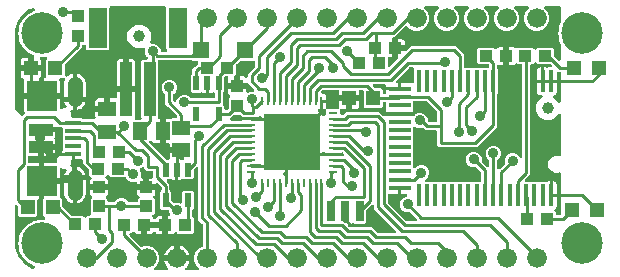
<source format=gbr>
G04 EAGLE Gerber RS-274X export*
G75*
%MOMM*%
%FSLAX34Y34*%
%LPD*%
%INTop Copper*%
%IPPOS*%
%AMOC8*
5,1,8,0,0,1.08239X$1,22.5*%
G01*
%ADD10R,1.500000X1.300000*%
%ADD11R,1.000000X1.100000*%
%ADD12R,1.100000X1.000000*%
%ADD13R,1.200000X1.300000*%
%ADD14R,1.200000X1.200000*%
%ADD15R,0.250000X0.800000*%
%ADD16R,0.800000X0.250000*%
%ADD17R,4.700000X4.700000*%
%ADD18C,1.000000*%
%ADD19R,1.000000X1.000000*%
%ADD20C,3.516000*%
%ADD21R,0.700000X1.700000*%
%ADD22R,2.500000X2.500000*%
%ADD23C,1.308000*%
%ADD24R,1.350000X0.400000*%
%ADD25R,2.000000X1.000000*%
%ADD26R,0.550000X1.200000*%
%ADD27R,1.400000X1.400000*%
%ADD28R,0.450000X1.850000*%
%ADD29R,1.850000X0.450000*%
%ADD30C,1.676400*%
%ADD31R,1.000000X4.600000*%
%ADD32R,1.600000X3.400000*%
%ADD33R,1.300000X1.500000*%
%ADD34C,0.254000*%
%ADD35C,0.906400*%

G36*
X396106Y77348D02*
X396106Y77348D01*
X396225Y77355D01*
X396263Y77368D01*
X396304Y77373D01*
X396414Y77416D01*
X396527Y77453D01*
X396562Y77475D01*
X396599Y77490D01*
X396695Y77559D01*
X396796Y77623D01*
X396824Y77653D01*
X396857Y77676D01*
X396933Y77768D01*
X397014Y77855D01*
X397034Y77890D01*
X397059Y77921D01*
X397110Y78029D01*
X397168Y78133D01*
X397178Y78173D01*
X397195Y78209D01*
X397217Y78326D01*
X397247Y78441D01*
X397251Y78501D01*
X397255Y78521D01*
X397253Y78542D01*
X397257Y78602D01*
X397257Y85226D01*
X397245Y85324D01*
X397242Y85423D01*
X397225Y85482D01*
X397217Y85542D01*
X397181Y85634D01*
X397153Y85729D01*
X397123Y85781D01*
X397100Y85837D01*
X397042Y85917D01*
X396992Y86003D01*
X396926Y86078D01*
X396914Y86095D01*
X396904Y86103D01*
X396886Y86124D01*
X393426Y89584D01*
X393347Y89644D01*
X393275Y89712D01*
X393222Y89741D01*
X393174Y89778D01*
X393083Y89818D01*
X392997Y89866D01*
X392938Y89881D01*
X392883Y89905D01*
X392785Y89920D01*
X392689Y89945D01*
X392589Y89951D01*
X392568Y89955D01*
X392556Y89953D01*
X392528Y89955D01*
X389854Y89955D01*
X387441Y90955D01*
X385595Y92801D01*
X384595Y95214D01*
X384595Y97826D01*
X385595Y100239D01*
X387441Y102085D01*
X389854Y103085D01*
X392466Y103085D01*
X394879Y102085D01*
X396725Y100239D01*
X397725Y97826D01*
X397725Y95152D01*
X397737Y95054D01*
X397740Y94955D01*
X397757Y94896D01*
X397765Y94836D01*
X397801Y94744D01*
X397829Y94649D01*
X397859Y94597D01*
X397882Y94541D01*
X397940Y94461D01*
X397990Y94375D01*
X398056Y94300D01*
X398068Y94283D01*
X398078Y94275D01*
X398096Y94254D01*
X402091Y90260D01*
X402200Y90175D01*
X402307Y90086D01*
X402326Y90078D01*
X402342Y90065D01*
X402470Y90010D01*
X402595Y89951D01*
X402615Y89947D01*
X402634Y89939D01*
X402772Y89917D01*
X402908Y89891D01*
X402928Y89892D01*
X402948Y89889D01*
X403087Y89902D01*
X403225Y89911D01*
X403244Y89917D01*
X403264Y89919D01*
X403396Y89966D01*
X403527Y90009D01*
X403545Y90020D01*
X403564Y90027D01*
X403679Y90105D01*
X403796Y90179D01*
X403810Y90194D01*
X403827Y90205D01*
X403919Y90309D01*
X404014Y90411D01*
X404024Y90428D01*
X404037Y90444D01*
X404101Y90568D01*
X404168Y90689D01*
X404173Y90709D01*
X404182Y90727D01*
X404212Y90863D01*
X404247Y90997D01*
X404249Y91025D01*
X404252Y91037D01*
X404251Y91058D01*
X404257Y91158D01*
X404257Y95203D01*
X404245Y95301D01*
X404242Y95400D01*
X404236Y95422D01*
X404235Y95433D01*
X404224Y95467D01*
X404217Y95519D01*
X404181Y95611D01*
X404153Y95706D01*
X404138Y95732D01*
X404137Y95735D01*
X404123Y95757D01*
X404123Y95758D01*
X404100Y95814D01*
X404042Y95894D01*
X403992Y95980D01*
X403926Y96055D01*
X403914Y96072D01*
X403904Y96079D01*
X403886Y96101D01*
X402105Y97881D01*
X401105Y100294D01*
X401105Y102906D01*
X402105Y105319D01*
X403951Y107165D01*
X406364Y108165D01*
X408976Y108165D01*
X411389Y107165D01*
X413235Y105319D01*
X414235Y102906D01*
X414235Y100294D01*
X413235Y97881D01*
X411234Y95881D01*
X411174Y95802D01*
X411106Y95730D01*
X411077Y95677D01*
X411040Y95629D01*
X411000Y95538D01*
X410952Y95452D01*
X410937Y95393D01*
X410913Y95337D01*
X410898Y95239D01*
X410873Y95144D01*
X410867Y95044D01*
X410863Y95023D01*
X410865Y95011D01*
X410863Y94983D01*
X410863Y89668D01*
X410880Y89530D01*
X410893Y89391D01*
X410900Y89372D01*
X410903Y89352D01*
X410954Y89223D01*
X411001Y89092D01*
X411012Y89075D01*
X411020Y89057D01*
X411101Y88944D01*
X411179Y88829D01*
X411195Y88816D01*
X411206Y88799D01*
X411314Y88710D01*
X411418Y88618D01*
X411436Y88609D01*
X411451Y88596D01*
X411577Y88537D01*
X411701Y88474D01*
X411721Y88469D01*
X411739Y88461D01*
X411875Y88435D01*
X412011Y88404D01*
X412032Y88405D01*
X412051Y88401D01*
X412190Y88410D01*
X412329Y88414D01*
X412349Y88420D01*
X412369Y88421D01*
X412501Y88464D01*
X412635Y88502D01*
X412652Y88513D01*
X412671Y88519D01*
X412789Y88593D01*
X412909Y88664D01*
X412930Y88682D01*
X412940Y88689D01*
X412954Y88704D01*
X413029Y88770D01*
X417244Y92984D01*
X417304Y93063D01*
X417372Y93135D01*
X417401Y93188D01*
X417438Y93236D01*
X417478Y93327D01*
X417526Y93413D01*
X417541Y93472D01*
X417565Y93527D01*
X417580Y93625D01*
X417605Y93721D01*
X417611Y93821D01*
X417615Y93842D01*
X417613Y93854D01*
X417615Y93882D01*
X417615Y96556D01*
X418615Y98969D01*
X420461Y100815D01*
X422874Y101815D01*
X425486Y101815D01*
X427899Y100815D01*
X429745Y98969D01*
X429865Y98679D01*
X429900Y98618D01*
X429926Y98553D01*
X429978Y98481D01*
X430023Y98402D01*
X430071Y98352D01*
X430112Y98296D01*
X430182Y98238D01*
X430244Y98174D01*
X430304Y98138D01*
X430357Y98093D01*
X430439Y98055D01*
X430515Y98008D01*
X430582Y97987D01*
X430645Y97957D01*
X430733Y97941D01*
X430819Y97914D01*
X430889Y97911D01*
X430958Y97898D01*
X431047Y97903D01*
X431137Y97899D01*
X431205Y97913D01*
X431275Y97917D01*
X431360Y97945D01*
X431448Y97963D01*
X431511Y97994D01*
X431577Y98015D01*
X431653Y98064D01*
X431734Y98103D01*
X431787Y98148D01*
X431846Y98186D01*
X431908Y98251D01*
X431976Y98309D01*
X432016Y98366D01*
X432064Y98417D01*
X432107Y98496D01*
X432159Y98569D01*
X432184Y98635D01*
X432218Y98696D01*
X432240Y98783D01*
X432272Y98867D01*
X432280Y98936D01*
X432297Y99004D01*
X432307Y99164D01*
X432307Y175848D01*
X432292Y175966D01*
X432285Y176085D01*
X432272Y176123D01*
X432267Y176164D01*
X432224Y176274D01*
X432187Y176387D01*
X432165Y176422D01*
X432150Y176459D01*
X432081Y176555D01*
X432017Y176656D01*
X431987Y176684D01*
X431964Y176717D01*
X431872Y176793D01*
X431785Y176874D01*
X431750Y176894D01*
X431719Y176919D01*
X431611Y176970D01*
X431507Y177028D01*
X431467Y177038D01*
X431431Y177055D01*
X431314Y177077D01*
X431199Y177107D01*
X431139Y177111D01*
X431119Y177115D01*
X431098Y177113D01*
X431038Y177117D01*
X428388Y177117D01*
X427977Y177529D01*
X427883Y177602D01*
X427793Y177680D01*
X427757Y177699D01*
X427725Y177724D01*
X427616Y177771D01*
X427510Y177825D01*
X427471Y177834D01*
X427434Y177850D01*
X427316Y177869D01*
X427200Y177895D01*
X427160Y177893D01*
X427119Y177900D01*
X427001Y177889D01*
X426882Y177885D01*
X426843Y177874D01*
X426803Y177870D01*
X426691Y177830D01*
X426576Y177797D01*
X426542Y177776D01*
X426504Y177762D01*
X426405Y177696D01*
X426303Y177635D01*
X426257Y177595D01*
X426240Y177584D01*
X426227Y177568D01*
X426182Y177529D01*
X425770Y177117D01*
X425191Y176782D01*
X424544Y176609D01*
X421209Y176609D01*
X421209Y182920D01*
X421194Y183038D01*
X421187Y183157D01*
X421174Y183195D01*
X421169Y183235D01*
X421126Y183346D01*
X421089Y183459D01*
X421067Y183493D01*
X421052Y183531D01*
X420983Y183627D01*
X420919Y183728D01*
X420889Y183756D01*
X420866Y183788D01*
X420774Y183864D01*
X420687Y183946D01*
X420652Y183965D01*
X420621Y183991D01*
X420513Y184042D01*
X420409Y184099D01*
X420369Y184109D01*
X420333Y184127D01*
X420226Y184147D01*
X420256Y184151D01*
X420366Y184195D01*
X420479Y184231D01*
X420514Y184253D01*
X420551Y184268D01*
X420647Y184338D01*
X420748Y184401D01*
X420776Y184431D01*
X420809Y184455D01*
X420885Y184546D01*
X420966Y184633D01*
X420986Y184668D01*
X421011Y184700D01*
X421062Y184807D01*
X421120Y184912D01*
X421130Y184951D01*
X421147Y184987D01*
X421169Y185104D01*
X421199Y185220D01*
X421203Y185280D01*
X421207Y185300D01*
X421205Y185320D01*
X421209Y185380D01*
X421209Y191691D01*
X424544Y191691D01*
X425191Y191518D01*
X425770Y191183D01*
X426182Y190771D01*
X426276Y190698D01*
X426365Y190620D01*
X426401Y190601D01*
X426433Y190576D01*
X426542Y190529D01*
X426648Y190475D01*
X426688Y190466D01*
X426725Y190450D01*
X426843Y190431D01*
X426959Y190405D01*
X426999Y190407D01*
X427039Y190400D01*
X427157Y190411D01*
X427276Y190415D01*
X427315Y190426D01*
X427356Y190430D01*
X427467Y190470D01*
X427582Y190503D01*
X427617Y190524D01*
X427655Y190538D01*
X427753Y190604D01*
X427856Y190665D01*
X427901Y190705D01*
X427918Y190716D01*
X427931Y190732D01*
X427977Y190771D01*
X428388Y191183D01*
X441072Y191183D01*
X442332Y189922D01*
X442427Y189849D01*
X442516Y189770D01*
X442552Y189752D01*
X442584Y189727D01*
X442693Y189680D01*
X442799Y189626D01*
X442838Y189617D01*
X442876Y189601D01*
X442993Y189582D01*
X443109Y189556D01*
X443150Y189557D01*
X443190Y189551D01*
X443308Y189562D01*
X443427Y189566D01*
X443466Y189577D01*
X443506Y189581D01*
X443619Y189621D01*
X443733Y189654D01*
X443767Y189675D01*
X443806Y189688D01*
X443904Y189755D01*
X444007Y189816D01*
X444052Y189856D01*
X444069Y189867D01*
X444082Y189882D01*
X444127Y189922D01*
X445388Y191183D01*
X458072Y191183D01*
X459263Y189992D01*
X459263Y184084D01*
X459275Y183986D01*
X459278Y183887D01*
X459295Y183828D01*
X459303Y183768D01*
X459339Y183676D01*
X459367Y183581D01*
X459397Y183529D01*
X459420Y183473D01*
X459478Y183393D01*
X459528Y183307D01*
X459594Y183232D01*
X459606Y183215D01*
X459616Y183207D01*
X459634Y183186D01*
X462653Y180168D01*
X462762Y180083D01*
X462869Y179994D01*
X462888Y179986D01*
X462904Y179973D01*
X463032Y179918D01*
X463157Y179859D01*
X463177Y179855D01*
X463196Y179847D01*
X463334Y179825D01*
X463470Y179799D01*
X463490Y179800D01*
X463510Y179797D01*
X463649Y179810D01*
X463787Y179819D01*
X463806Y179825D01*
X463826Y179827D01*
X463958Y179874D01*
X464089Y179917D01*
X464107Y179928D01*
X464126Y179935D01*
X464241Y180013D01*
X464358Y180087D01*
X464372Y180102D01*
X464389Y180113D01*
X464481Y180217D01*
X464576Y180319D01*
X464586Y180336D01*
X464599Y180352D01*
X464663Y180475D01*
X464730Y180597D01*
X464735Y180617D01*
X464744Y180635D01*
X464774Y180771D01*
X464809Y180905D01*
X464811Y180933D01*
X464814Y180945D01*
X464813Y180966D01*
X464819Y181066D01*
X464819Y193758D01*
X464799Y193922D01*
X464780Y194072D01*
X464780Y194073D01*
X464779Y194073D01*
X464722Y194218D01*
X464663Y194368D01*
X464663Y194369D01*
X464662Y194369D01*
X464662Y194370D01*
X464577Y194504D01*
X464208Y195011D01*
X463647Y197649D01*
X463636Y197683D01*
X463631Y197719D01*
X463579Y197871D01*
X462987Y199299D01*
X462987Y200622D01*
X462981Y200674D01*
X462983Y200726D01*
X462960Y200886D01*
X462468Y203200D01*
X462960Y205514D01*
X462964Y205567D01*
X462977Y205617D01*
X462987Y205778D01*
X462987Y207101D01*
X463579Y208529D01*
X463588Y208563D01*
X463604Y208595D01*
X463647Y208751D01*
X464208Y211389D01*
X464577Y211896D01*
X464647Y212024D01*
X464730Y212173D01*
X464730Y212174D01*
X464730Y212175D01*
X464765Y212311D01*
X464809Y212481D01*
X464809Y212482D01*
X464809Y212483D01*
X464809Y212484D01*
X464819Y212642D01*
X464819Y224790D01*
X464804Y224908D01*
X464797Y225027D01*
X464784Y225065D01*
X464779Y225106D01*
X464736Y225216D01*
X464699Y225329D01*
X464677Y225364D01*
X464662Y225401D01*
X464593Y225497D01*
X464529Y225598D01*
X464499Y225626D01*
X464476Y225659D01*
X464384Y225735D01*
X464297Y225816D01*
X464262Y225836D01*
X464231Y225861D01*
X464123Y225912D01*
X464019Y225970D01*
X463979Y225980D01*
X463943Y225997D01*
X463826Y226019D01*
X463711Y226049D01*
X463651Y226053D01*
X463631Y226057D01*
X463610Y226055D01*
X463550Y226059D01*
X452134Y226059D01*
X451996Y226042D01*
X451857Y226029D01*
X451838Y226022D01*
X451818Y226019D01*
X451689Y225968D01*
X451558Y225921D01*
X451541Y225910D01*
X451522Y225902D01*
X451410Y225821D01*
X451295Y225743D01*
X451281Y225727D01*
X451265Y225716D01*
X451176Y225608D01*
X451084Y225504D01*
X451075Y225486D01*
X451062Y225471D01*
X451003Y225345D01*
X450940Y225221D01*
X450935Y225201D01*
X450927Y225183D01*
X450901Y225047D01*
X450870Y224911D01*
X450871Y224890D01*
X450867Y224871D01*
X450876Y224732D01*
X450880Y224593D01*
X450885Y224573D01*
X450887Y224553D01*
X450929Y224421D01*
X450968Y224287D01*
X450978Y224270D01*
X450985Y224251D01*
X451059Y224133D01*
X451130Y224013D01*
X451148Y223992D01*
X451155Y223982D01*
X451170Y223968D01*
X451236Y223893D01*
X453329Y221799D01*
X454915Y217972D01*
X454915Y213828D01*
X453329Y210001D01*
X450399Y207071D01*
X446572Y205485D01*
X442428Y205485D01*
X438601Y207071D01*
X435671Y210001D01*
X434085Y213828D01*
X434085Y217972D01*
X435671Y221799D01*
X437764Y223893D01*
X437849Y224002D01*
X437938Y224109D01*
X437946Y224128D01*
X437959Y224144D01*
X438014Y224272D01*
X438073Y224397D01*
X438077Y224417D01*
X438085Y224436D01*
X438107Y224574D01*
X438133Y224710D01*
X438132Y224730D01*
X438135Y224750D01*
X438122Y224889D01*
X438113Y225027D01*
X438107Y225046D01*
X438105Y225066D01*
X438058Y225198D01*
X438015Y225329D01*
X438004Y225347D01*
X437998Y225366D01*
X437920Y225481D01*
X437845Y225598D01*
X437830Y225612D01*
X437819Y225629D01*
X437715Y225721D01*
X437614Y225816D01*
X437596Y225826D01*
X437581Y225839D01*
X437456Y225903D01*
X437335Y225970D01*
X437315Y225975D01*
X437297Y225984D01*
X437162Y226014D01*
X437027Y226049D01*
X436999Y226051D01*
X436987Y226054D01*
X436967Y226053D01*
X436866Y226059D01*
X426734Y226059D01*
X426596Y226042D01*
X426457Y226029D01*
X426438Y226022D01*
X426418Y226019D01*
X426289Y225968D01*
X426158Y225921D01*
X426141Y225910D01*
X426122Y225902D01*
X426010Y225821D01*
X425895Y225743D01*
X425881Y225727D01*
X425865Y225716D01*
X425776Y225608D01*
X425684Y225504D01*
X425675Y225486D01*
X425662Y225471D01*
X425603Y225345D01*
X425540Y225221D01*
X425535Y225201D01*
X425527Y225183D01*
X425501Y225047D01*
X425470Y224911D01*
X425471Y224890D01*
X425467Y224871D01*
X425476Y224732D01*
X425480Y224593D01*
X425485Y224573D01*
X425487Y224553D01*
X425529Y224421D01*
X425568Y224287D01*
X425578Y224270D01*
X425585Y224251D01*
X425659Y224133D01*
X425730Y224013D01*
X425748Y223992D01*
X425755Y223982D01*
X425770Y223968D01*
X425836Y223893D01*
X427929Y221799D01*
X429515Y217972D01*
X429515Y213828D01*
X427929Y210001D01*
X424999Y207071D01*
X421172Y205485D01*
X417028Y205485D01*
X413201Y207071D01*
X410271Y210001D01*
X408685Y213828D01*
X408685Y217972D01*
X410271Y221799D01*
X412364Y223893D01*
X412449Y224002D01*
X412538Y224109D01*
X412546Y224128D01*
X412559Y224144D01*
X412614Y224272D01*
X412673Y224397D01*
X412677Y224417D01*
X412685Y224436D01*
X412707Y224574D01*
X412733Y224710D01*
X412732Y224730D01*
X412735Y224750D01*
X412722Y224889D01*
X412713Y225027D01*
X412707Y225046D01*
X412705Y225066D01*
X412658Y225198D01*
X412615Y225329D01*
X412604Y225347D01*
X412598Y225366D01*
X412520Y225481D01*
X412445Y225598D01*
X412430Y225612D01*
X412419Y225629D01*
X412315Y225721D01*
X412214Y225816D01*
X412196Y225826D01*
X412181Y225839D01*
X412056Y225903D01*
X411935Y225970D01*
X411915Y225975D01*
X411897Y225984D01*
X411762Y226014D01*
X411627Y226049D01*
X411599Y226051D01*
X411587Y226054D01*
X411567Y226053D01*
X411466Y226059D01*
X401334Y226059D01*
X401196Y226042D01*
X401057Y226029D01*
X401038Y226022D01*
X401018Y226019D01*
X400889Y225968D01*
X400758Y225921D01*
X400741Y225910D01*
X400722Y225902D01*
X400610Y225821D01*
X400495Y225743D01*
X400481Y225727D01*
X400465Y225716D01*
X400376Y225608D01*
X400284Y225504D01*
X400275Y225486D01*
X400262Y225471D01*
X400203Y225345D01*
X400140Y225221D01*
X400135Y225201D01*
X400127Y225183D01*
X400101Y225047D01*
X400070Y224911D01*
X400071Y224890D01*
X400067Y224871D01*
X400076Y224732D01*
X400080Y224593D01*
X400085Y224573D01*
X400087Y224553D01*
X400129Y224421D01*
X400168Y224287D01*
X400178Y224270D01*
X400185Y224251D01*
X400259Y224133D01*
X400330Y224013D01*
X400348Y223992D01*
X400355Y223982D01*
X400370Y223968D01*
X400436Y223893D01*
X402529Y221799D01*
X404115Y217972D01*
X404115Y213828D01*
X402529Y210001D01*
X399599Y207071D01*
X395772Y205485D01*
X391628Y205485D01*
X387801Y207071D01*
X384871Y210001D01*
X383285Y213828D01*
X383285Y217972D01*
X384871Y221799D01*
X386964Y223893D01*
X387049Y224002D01*
X387138Y224109D01*
X387146Y224128D01*
X387159Y224144D01*
X387214Y224272D01*
X387273Y224397D01*
X387277Y224417D01*
X387285Y224436D01*
X387307Y224574D01*
X387333Y224710D01*
X387332Y224730D01*
X387335Y224750D01*
X387322Y224889D01*
X387313Y225027D01*
X387307Y225046D01*
X387305Y225066D01*
X387258Y225198D01*
X387215Y225329D01*
X387204Y225347D01*
X387198Y225366D01*
X387120Y225481D01*
X387045Y225598D01*
X387030Y225612D01*
X387019Y225629D01*
X386915Y225721D01*
X386814Y225816D01*
X386796Y225826D01*
X386781Y225839D01*
X386656Y225903D01*
X386535Y225970D01*
X386515Y225975D01*
X386497Y225984D01*
X386362Y226014D01*
X386227Y226049D01*
X386199Y226051D01*
X386187Y226054D01*
X386167Y226053D01*
X386066Y226059D01*
X375934Y226059D01*
X375796Y226042D01*
X375657Y226029D01*
X375638Y226022D01*
X375618Y226019D01*
X375489Y225968D01*
X375358Y225921D01*
X375341Y225910D01*
X375322Y225902D01*
X375210Y225821D01*
X375095Y225743D01*
X375081Y225727D01*
X375065Y225716D01*
X374976Y225608D01*
X374884Y225504D01*
X374875Y225486D01*
X374862Y225471D01*
X374803Y225345D01*
X374740Y225221D01*
X374735Y225201D01*
X374727Y225183D01*
X374701Y225047D01*
X374670Y224911D01*
X374671Y224890D01*
X374667Y224871D01*
X374676Y224732D01*
X374680Y224593D01*
X374685Y224573D01*
X374687Y224553D01*
X374729Y224421D01*
X374768Y224287D01*
X374778Y224270D01*
X374785Y224251D01*
X374859Y224133D01*
X374930Y224013D01*
X374948Y223992D01*
X374955Y223982D01*
X374970Y223968D01*
X375036Y223893D01*
X377129Y221799D01*
X378715Y217972D01*
X378715Y213828D01*
X377129Y210001D01*
X374199Y207071D01*
X370372Y205485D01*
X366228Y205485D01*
X362401Y207071D01*
X359471Y210001D01*
X357885Y213828D01*
X357885Y217972D01*
X359471Y221799D01*
X361564Y223893D01*
X361649Y224002D01*
X361738Y224109D01*
X361746Y224128D01*
X361759Y224144D01*
X361814Y224272D01*
X361873Y224397D01*
X361877Y224417D01*
X361885Y224436D01*
X361907Y224574D01*
X361933Y224710D01*
X361932Y224730D01*
X361935Y224750D01*
X361922Y224889D01*
X361913Y225027D01*
X361907Y225046D01*
X361905Y225066D01*
X361858Y225198D01*
X361815Y225329D01*
X361804Y225347D01*
X361798Y225366D01*
X361720Y225481D01*
X361645Y225598D01*
X361630Y225612D01*
X361619Y225629D01*
X361515Y225721D01*
X361414Y225816D01*
X361396Y225826D01*
X361381Y225839D01*
X361256Y225903D01*
X361135Y225970D01*
X361115Y225975D01*
X361097Y225984D01*
X360962Y226014D01*
X360827Y226049D01*
X360799Y226051D01*
X360787Y226054D01*
X360767Y226053D01*
X360666Y226059D01*
X350534Y226059D01*
X350396Y226042D01*
X350257Y226029D01*
X350238Y226022D01*
X350218Y226019D01*
X350089Y225968D01*
X349958Y225921D01*
X349941Y225910D01*
X349922Y225902D01*
X349810Y225821D01*
X349695Y225743D01*
X349681Y225727D01*
X349665Y225716D01*
X349576Y225608D01*
X349484Y225504D01*
X349475Y225486D01*
X349462Y225471D01*
X349403Y225345D01*
X349340Y225221D01*
X349335Y225201D01*
X349327Y225183D01*
X349301Y225047D01*
X349270Y224911D01*
X349271Y224890D01*
X349267Y224871D01*
X349276Y224732D01*
X349280Y224593D01*
X349285Y224573D01*
X349287Y224553D01*
X349329Y224421D01*
X349368Y224287D01*
X349378Y224270D01*
X349385Y224251D01*
X349459Y224133D01*
X349530Y224013D01*
X349548Y223992D01*
X349555Y223982D01*
X349570Y223968D01*
X349636Y223893D01*
X351729Y221799D01*
X353315Y217972D01*
X353315Y213828D01*
X351729Y210001D01*
X348799Y207071D01*
X344972Y205485D01*
X340828Y205485D01*
X337001Y207071D01*
X334959Y209113D01*
X334864Y209186D01*
X334775Y209265D01*
X334739Y209283D01*
X334707Y209308D01*
X334598Y209355D01*
X334492Y209409D01*
X334453Y209418D01*
X334415Y209434D01*
X334298Y209453D01*
X334182Y209479D01*
X334141Y209478D01*
X334101Y209484D01*
X333983Y209473D01*
X333864Y209469D01*
X333825Y209458D01*
X333785Y209454D01*
X333673Y209414D01*
X333558Y209381D01*
X333524Y209360D01*
X333485Y209347D01*
X333387Y209280D01*
X333284Y209219D01*
X333239Y209179D01*
X333222Y209168D01*
X333209Y209153D01*
X333164Y209113D01*
X323948Y199897D01*
X323500Y199897D01*
X323382Y199882D01*
X323263Y199875D01*
X323225Y199862D01*
X323184Y199857D01*
X323074Y199814D01*
X322961Y199777D01*
X322926Y199755D01*
X322889Y199740D01*
X322792Y199671D01*
X322692Y199607D01*
X322664Y199577D01*
X322631Y199554D01*
X322555Y199462D01*
X322474Y199375D01*
X322454Y199340D01*
X322429Y199309D01*
X322378Y199201D01*
X322320Y199097D01*
X322310Y199057D01*
X322293Y199021D01*
X322271Y198904D01*
X322241Y198789D01*
X322237Y198729D01*
X322233Y198709D01*
X322235Y198688D01*
X322231Y198628D01*
X322231Y191730D01*
X322246Y191612D01*
X322253Y191493D01*
X322265Y191455D01*
X322271Y191415D01*
X322314Y191304D01*
X322351Y191191D01*
X322373Y191157D01*
X322388Y191119D01*
X322457Y191023D01*
X322521Y190922D01*
X322551Y190894D01*
X322574Y190862D01*
X322666Y190786D01*
X322753Y190704D01*
X322788Y190685D01*
X322819Y190659D01*
X322927Y190608D01*
X323031Y190551D01*
X323071Y190541D01*
X323107Y190523D01*
X323214Y190503D01*
X323184Y190499D01*
X323074Y190455D01*
X322961Y190419D01*
X322926Y190397D01*
X322889Y190382D01*
X322792Y190312D01*
X322692Y190249D01*
X322664Y190219D01*
X322631Y190195D01*
X322555Y190104D01*
X322474Y190017D01*
X322454Y189982D01*
X322429Y189950D01*
X322378Y189843D01*
X322320Y189738D01*
X322310Y189699D01*
X322293Y189663D01*
X322271Y189546D01*
X322241Y189430D01*
X322237Y189370D01*
X322233Y189350D01*
X322235Y189330D01*
X322231Y189270D01*
X322231Y182959D01*
X319562Y182959D01*
X319444Y182944D01*
X319325Y182937D01*
X319287Y182924D01*
X319246Y182919D01*
X319136Y182876D01*
X319023Y182839D01*
X318988Y182817D01*
X318951Y182802D01*
X318855Y182733D01*
X318754Y182669D01*
X318726Y182639D01*
X318693Y182616D01*
X318617Y182524D01*
X318536Y182437D01*
X318516Y182402D01*
X318491Y182371D01*
X318440Y182263D01*
X318382Y182159D01*
X318372Y182119D01*
X318355Y182083D01*
X318333Y181966D01*
X318303Y181851D01*
X318299Y181791D01*
X318295Y181771D01*
X318297Y181750D01*
X318293Y181690D01*
X318293Y176168D01*
X318310Y176030D01*
X318323Y175891D01*
X318330Y175872D01*
X318333Y175852D01*
X318384Y175723D01*
X318431Y175592D01*
X318442Y175575D01*
X318450Y175557D01*
X318531Y175444D01*
X318609Y175329D01*
X318625Y175316D01*
X318636Y175299D01*
X318744Y175210D01*
X318848Y175118D01*
X318866Y175109D01*
X318881Y175096D01*
X319007Y175037D01*
X319131Y174974D01*
X319151Y174969D01*
X319169Y174961D01*
X319305Y174935D01*
X319441Y174904D01*
X319462Y174905D01*
X319481Y174901D01*
X319620Y174910D01*
X319759Y174914D01*
X319779Y174920D01*
X319799Y174921D01*
X319931Y174964D01*
X320065Y175002D01*
X320082Y175013D01*
X320101Y175019D01*
X320219Y175093D01*
X320339Y175164D01*
X320360Y175182D01*
X320370Y175189D01*
X320384Y175204D01*
X320459Y175270D01*
X326858Y181668D01*
X326918Y181747D01*
X326986Y181819D01*
X327015Y181872D01*
X327052Y181920D01*
X327092Y182011D01*
X327140Y182097D01*
X327155Y182156D01*
X327179Y182211D01*
X327194Y182309D01*
X327219Y182405D01*
X327225Y182505D01*
X327229Y182525D01*
X327227Y182538D01*
X327229Y182566D01*
X327229Y188001D01*
X332664Y188001D01*
X332762Y188013D01*
X332861Y188016D01*
X332920Y188033D01*
X332980Y188041D01*
X333072Y188077D01*
X333167Y188105D01*
X333219Y188135D01*
X333275Y188158D01*
X333355Y188216D01*
X333441Y188266D01*
X333516Y188332D01*
X333533Y188344D01*
X333541Y188354D01*
X333562Y188372D01*
X335416Y190226D01*
X337722Y192533D01*
X376018Y192533D01*
X383033Y185518D01*
X383033Y175102D01*
X383048Y174984D01*
X383055Y174865D01*
X383068Y174827D01*
X383073Y174786D01*
X383116Y174676D01*
X383153Y174563D01*
X383175Y174528D01*
X383190Y174491D01*
X383259Y174395D01*
X383323Y174294D01*
X383353Y174266D01*
X383376Y174233D01*
X383468Y174157D01*
X383555Y174076D01*
X383590Y174056D01*
X383621Y174031D01*
X383729Y173980D01*
X383833Y173922D01*
X383873Y173912D01*
X383909Y173895D01*
X384026Y173873D01*
X384141Y173843D01*
X384201Y173839D01*
X384221Y173835D01*
X384242Y173837D01*
X384302Y173833D01*
X402988Y173833D01*
X403106Y173848D01*
X403225Y173855D01*
X403263Y173868D01*
X403304Y173873D01*
X403414Y173916D01*
X403527Y173953D01*
X403562Y173975D01*
X403599Y173990D01*
X403695Y174059D01*
X403796Y174123D01*
X403824Y174153D01*
X403857Y174176D01*
X403933Y174268D01*
X404014Y174355D01*
X404034Y174390D01*
X404059Y174421D01*
X404110Y174529D01*
X404168Y174633D01*
X404178Y174673D01*
X404195Y174709D01*
X404217Y174826D01*
X404247Y174941D01*
X404251Y175001D01*
X404255Y175021D01*
X404253Y175042D01*
X404257Y175102D01*
X404257Y175848D01*
X404242Y175966D01*
X404235Y176085D01*
X404222Y176123D01*
X404217Y176164D01*
X404174Y176274D01*
X404137Y176387D01*
X404115Y176422D01*
X404100Y176459D01*
X404031Y176555D01*
X403967Y176656D01*
X403937Y176684D01*
X403914Y176717D01*
X403822Y176793D01*
X403735Y176874D01*
X403700Y176894D01*
X403669Y176919D01*
X403561Y176970D01*
X403457Y177028D01*
X403417Y177038D01*
X403381Y177055D01*
X403264Y177077D01*
X403149Y177107D01*
X403089Y177111D01*
X403069Y177115D01*
X403048Y177113D01*
X402988Y177117D01*
X395368Y177117D01*
X394177Y178308D01*
X394177Y189992D01*
X395368Y191183D01*
X408052Y191183D01*
X409036Y190198D01*
X409136Y190121D01*
X409231Y190039D01*
X409261Y190024D01*
X409288Y190003D01*
X409403Y189953D01*
X409516Y189897D01*
X409549Y189890D01*
X409580Y189877D01*
X409704Y189857D01*
X409827Y189831D01*
X409860Y189832D01*
X409894Y189827D01*
X410019Y189839D01*
X410144Y189844D01*
X410177Y189854D01*
X410210Y189857D01*
X410329Y189899D01*
X410449Y189936D01*
X410478Y189953D01*
X410510Y189964D01*
X410614Y190035D01*
X410721Y190100D01*
X410745Y190124D01*
X410773Y190143D01*
X410856Y190237D01*
X410944Y190327D01*
X410971Y190368D01*
X410983Y190381D01*
X410993Y190401D01*
X411033Y190461D01*
X411177Y190710D01*
X411650Y191183D01*
X412229Y191518D01*
X412876Y191691D01*
X416211Y191691D01*
X416211Y185380D01*
X416226Y185262D01*
X416233Y185143D01*
X416245Y185105D01*
X416251Y185065D01*
X416294Y184954D01*
X416331Y184841D01*
X416353Y184807D01*
X416368Y184769D01*
X416437Y184673D01*
X416501Y184572D01*
X416531Y184544D01*
X416554Y184512D01*
X416646Y184436D01*
X416733Y184354D01*
X416768Y184335D01*
X416799Y184309D01*
X416907Y184258D01*
X417011Y184201D01*
X417051Y184191D01*
X417087Y184173D01*
X417194Y184153D01*
X417164Y184149D01*
X417054Y184105D01*
X416941Y184069D01*
X416906Y184047D01*
X416869Y184032D01*
X416772Y183962D01*
X416672Y183899D01*
X416644Y183869D01*
X416611Y183845D01*
X416535Y183754D01*
X416454Y183667D01*
X416434Y183632D01*
X416409Y183600D01*
X416358Y183493D01*
X416300Y183388D01*
X416290Y183349D01*
X416273Y183313D01*
X416251Y183196D01*
X416221Y183080D01*
X416217Y183020D01*
X416213Y183000D01*
X416215Y182980D01*
X416211Y182920D01*
X416211Y176609D01*
X412876Y176609D01*
X412461Y176720D01*
X412336Y176738D01*
X412212Y176761D01*
X412179Y176759D01*
X412145Y176764D01*
X412020Y176749D01*
X411895Y176741D01*
X411863Y176731D01*
X411830Y176727D01*
X411712Y176682D01*
X411593Y176643D01*
X411564Y176625D01*
X411533Y176613D01*
X411430Y176540D01*
X411324Y176473D01*
X411301Y176449D01*
X411273Y176429D01*
X411192Y176333D01*
X411106Y176242D01*
X411090Y176212D01*
X411068Y176186D01*
X411013Y176073D01*
X410952Y175963D01*
X410944Y175931D01*
X410929Y175900D01*
X410904Y175777D01*
X410873Y175655D01*
X410870Y175606D01*
X410866Y175588D01*
X410867Y175567D01*
X410863Y175494D01*
X410863Y174148D01*
X410875Y174050D01*
X410878Y173951D01*
X410895Y173892D01*
X410903Y173832D01*
X410939Y173740D01*
X410967Y173645D01*
X410997Y173593D01*
X411020Y173537D01*
X411078Y173456D01*
X411128Y173371D01*
X411194Y173296D01*
X411206Y173279D01*
X411216Y173271D01*
X411234Y173250D01*
X411843Y172642D01*
X411843Y152458D01*
X411344Y151960D01*
X411284Y151881D01*
X411216Y151809D01*
X411187Y151756D01*
X411150Y151708D01*
X411110Y151618D01*
X411062Y151531D01*
X411047Y151472D01*
X411023Y151417D01*
X411008Y151319D01*
X410983Y151223D01*
X410977Y151134D01*
X410975Y151123D01*
X410976Y151117D01*
X410973Y151103D01*
X410975Y151090D01*
X410973Y151062D01*
X410973Y124362D01*
X393798Y107187D01*
X361852Y107187D01*
X359917Y109122D01*
X359917Y119888D01*
X359902Y120006D01*
X359895Y120125D01*
X359882Y120163D01*
X359877Y120204D01*
X359834Y120314D01*
X359797Y120427D01*
X359775Y120462D01*
X359760Y120499D01*
X359691Y120595D01*
X359627Y120696D01*
X359597Y120724D01*
X359574Y120757D01*
X359482Y120833D01*
X359395Y120914D01*
X359360Y120934D01*
X359329Y120959D01*
X359221Y121010D01*
X359117Y121068D01*
X359077Y121078D01*
X359041Y121095D01*
X358924Y121117D01*
X358809Y121147D01*
X358749Y121151D01*
X358729Y121155D01*
X358708Y121153D01*
X358648Y121157D01*
X350422Y121157D01*
X348659Y122920D01*
X348636Y122938D01*
X348617Y122960D01*
X348511Y123035D01*
X348408Y123115D01*
X348381Y123127D01*
X348357Y123143D01*
X348236Y123189D01*
X348116Y123241D01*
X348087Y123246D01*
X348060Y123256D01*
X347931Y123271D01*
X347802Y123291D01*
X347773Y123288D01*
X347743Y123291D01*
X347615Y123273D01*
X347486Y123261D01*
X347458Y123251D01*
X347429Y123247D01*
X347276Y123195D01*
X346746Y122975D01*
X344134Y122975D01*
X341698Y123984D01*
X341650Y124022D01*
X341543Y124110D01*
X341524Y124119D01*
X341508Y124131D01*
X341380Y124187D01*
X341255Y124246D01*
X341235Y124250D01*
X341216Y124258D01*
X341079Y124280D01*
X340942Y124306D01*
X340922Y124305D01*
X340902Y124308D01*
X340764Y124295D01*
X340625Y124286D01*
X340606Y124280D01*
X340586Y124278D01*
X340454Y124231D01*
X340323Y124188D01*
X340306Y124177D01*
X340286Y124170D01*
X340171Y124092D01*
X340054Y124018D01*
X340040Y124003D01*
X340023Y123992D01*
X339931Y123888D01*
X339836Y123786D01*
X339826Y123769D01*
X339813Y123753D01*
X339750Y123629D01*
X339682Y123508D01*
X339677Y123488D01*
X339668Y123470D01*
X339638Y123334D01*
X339603Y123200D01*
X339601Y123172D01*
X339598Y123160D01*
X339599Y123139D01*
X339593Y123039D01*
X339593Y90321D01*
X339610Y90183D01*
X339623Y90045D01*
X339630Y90026D01*
X339633Y90005D01*
X339684Y89876D01*
X339731Y89745D01*
X339742Y89728D01*
X339750Y89710D01*
X339831Y89597D01*
X339909Y89482D01*
X339925Y89469D01*
X339936Y89452D01*
X340044Y89364D01*
X340148Y89272D01*
X340166Y89262D01*
X340181Y89250D01*
X340307Y89190D01*
X340431Y89127D01*
X340451Y89123D01*
X340469Y89114D01*
X340606Y89088D01*
X340741Y89057D01*
X340762Y89058D01*
X340781Y89054D01*
X340920Y89063D01*
X341059Y89067D01*
X341079Y89073D01*
X341099Y89074D01*
X341231Y89117D01*
X341365Y89155D01*
X341382Y89166D01*
X341401Y89172D01*
X341519Y89246D01*
X341639Y89317D01*
X341660Y89336D01*
X341670Y89342D01*
X341684Y89357D01*
X341759Y89423D01*
X342991Y90655D01*
X345404Y91655D01*
X348016Y91655D01*
X350429Y90655D01*
X352275Y88809D01*
X353275Y86396D01*
X353275Y83784D01*
X352275Y81371D01*
X350403Y79499D01*
X350318Y79390D01*
X350230Y79283D01*
X350221Y79264D01*
X350208Y79248D01*
X350153Y79120D01*
X350094Y78995D01*
X350090Y78975D01*
X350082Y78956D01*
X350060Y78818D01*
X350034Y78682D01*
X350035Y78662D01*
X350032Y78642D01*
X350045Y78503D01*
X350054Y78365D01*
X350060Y78346D01*
X350062Y78326D01*
X350109Y78194D01*
X350152Y78063D01*
X350163Y78045D01*
X350170Y78026D01*
X350248Y77911D01*
X350322Y77794D01*
X350337Y77780D01*
X350348Y77763D01*
X350453Y77671D01*
X350554Y77576D01*
X350571Y77566D01*
X350587Y77553D01*
X350711Y77489D01*
X350832Y77422D01*
X350852Y77417D01*
X350870Y77408D01*
X351006Y77378D01*
X351140Y77343D01*
X351168Y77341D01*
X351180Y77338D01*
X351201Y77339D01*
X351301Y77333D01*
X395988Y77333D01*
X396106Y77348D01*
G37*
G36*
X108736Y130200D02*
X108736Y130200D01*
X108875Y130213D01*
X108894Y130220D01*
X108914Y130223D01*
X109043Y130274D01*
X109174Y130321D01*
X109191Y130332D01*
X109210Y130340D01*
X109322Y130421D01*
X109437Y130499D01*
X109451Y130515D01*
X109467Y130526D01*
X109556Y130634D01*
X109648Y130738D01*
X109657Y130756D01*
X109670Y130771D01*
X109729Y130897D01*
X109792Y131021D01*
X109797Y131041D01*
X109805Y131059D01*
X109831Y131196D01*
X109862Y131331D01*
X109861Y131352D01*
X109865Y131371D01*
X109856Y131510D01*
X109852Y131649D01*
X109847Y131669D01*
X109845Y131689D01*
X109802Y131821D01*
X109764Y131955D01*
X109753Y131972D01*
X109747Y131991D01*
X109673Y132109D01*
X109647Y132152D01*
X109647Y179882D01*
X110838Y181073D01*
X113919Y181073D01*
X114057Y181090D01*
X114195Y181103D01*
X114214Y181110D01*
X114235Y181113D01*
X114364Y181164D01*
X114495Y181211D01*
X114512Y181222D01*
X114530Y181230D01*
X114643Y181311D01*
X114758Y181389D01*
X114771Y181405D01*
X114788Y181416D01*
X114876Y181524D01*
X114968Y181628D01*
X114978Y181646D01*
X114990Y181661D01*
X115050Y181787D01*
X115113Y181911D01*
X115117Y181931D01*
X115126Y181949D01*
X115152Y182086D01*
X115183Y182221D01*
X115182Y182242D01*
X115186Y182261D01*
X115177Y182400D01*
X115173Y182539D01*
X115167Y182559D01*
X115166Y182579D01*
X115123Y182711D01*
X115085Y182845D01*
X115074Y182862D01*
X115068Y182881D01*
X114994Y182999D01*
X114923Y183119D01*
X114904Y183140D01*
X114898Y183150D01*
X114883Y183164D01*
X114817Y183239D01*
X113815Y184241D01*
X112815Y186654D01*
X112815Y189266D01*
X112830Y189301D01*
X112847Y189362D01*
X112872Y189420D01*
X112888Y189515D01*
X112914Y189608D01*
X112915Y189671D01*
X112925Y189733D01*
X112917Y189830D01*
X112919Y189926D01*
X112904Y189987D01*
X112899Y190050D01*
X112867Y190141D01*
X112845Y190235D01*
X112815Y190291D01*
X112795Y190351D01*
X112741Y190431D01*
X112696Y190516D01*
X112654Y190563D01*
X112619Y190616D01*
X112547Y190680D01*
X112482Y190752D01*
X112430Y190786D01*
X112383Y190829D01*
X112297Y190873D01*
X112217Y190926D01*
X112157Y190947D01*
X112101Y190976D01*
X112007Y190998D01*
X111916Y191030D01*
X111853Y191035D01*
X111791Y191049D01*
X111695Y191047D01*
X111599Y191055D01*
X111536Y191044D01*
X111473Y191043D01*
X111380Y191017D01*
X111285Y191001D01*
X111228Y190975D01*
X111167Y190958D01*
X111023Y190886D01*
X110630Y190659D01*
X105270Y190659D01*
X100629Y193339D01*
X97949Y197980D01*
X97949Y203340D01*
X100629Y207981D01*
X105270Y210661D01*
X110630Y210661D01*
X115271Y207981D01*
X117951Y203340D01*
X117951Y197980D01*
X117055Y196429D01*
X117003Y196306D01*
X116947Y196187D01*
X116942Y196160D01*
X116932Y196135D01*
X116912Y196004D01*
X116887Y195874D01*
X116889Y195848D01*
X116885Y195821D01*
X116899Y195689D01*
X116907Y195557D01*
X116915Y195531D01*
X116918Y195505D01*
X116964Y195380D01*
X117005Y195255D01*
X117020Y195232D01*
X117029Y195206D01*
X117104Y195098D01*
X117175Y194986D01*
X117195Y194967D01*
X117210Y194945D01*
X117310Y194859D01*
X117407Y194768D01*
X117431Y194755D01*
X117451Y194737D01*
X117569Y194678D01*
X117685Y194614D01*
X117712Y194608D01*
X117736Y194596D01*
X117866Y194568D01*
X117993Y194535D01*
X118031Y194533D01*
X118047Y194529D01*
X118069Y194530D01*
X118154Y194525D01*
X120686Y194525D01*
X123099Y193525D01*
X124945Y191679D01*
X125945Y189266D01*
X125945Y188722D01*
X125960Y188604D01*
X125967Y188485D01*
X125980Y188447D01*
X125985Y188406D01*
X126028Y188296D01*
X126065Y188183D01*
X126087Y188148D01*
X126102Y188111D01*
X126171Y188015D01*
X126235Y187914D01*
X126265Y187886D01*
X126288Y187853D01*
X126380Y187777D01*
X126467Y187696D01*
X126502Y187676D01*
X126533Y187651D01*
X126641Y187600D01*
X126745Y187542D01*
X126785Y187532D01*
X126821Y187515D01*
X126938Y187493D01*
X127053Y187463D01*
X127113Y187459D01*
X127133Y187455D01*
X127154Y187457D01*
X127214Y187453D01*
X130328Y187453D01*
X130466Y187470D01*
X130605Y187483D01*
X130624Y187490D01*
X130644Y187493D01*
X130773Y187544D01*
X130904Y187591D01*
X130921Y187602D01*
X130940Y187610D01*
X131052Y187691D01*
X131167Y187769D01*
X131180Y187785D01*
X131197Y187796D01*
X131286Y187904D01*
X131378Y188008D01*
X131387Y188026D01*
X131400Y188041D01*
X131459Y188167D01*
X131522Y188291D01*
X131527Y188311D01*
X131535Y188329D01*
X131561Y188465D01*
X131592Y188601D01*
X131591Y188622D01*
X131595Y188641D01*
X131586Y188780D01*
X131582Y188919D01*
X131577Y188939D01*
X131575Y188959D01*
X131533Y189091D01*
X131494Y189225D01*
X131483Y189242D01*
X131477Y189261D01*
X131403Y189379D01*
X131332Y189499D01*
X131314Y189520D01*
X131307Y189530D01*
X131292Y189544D01*
X131226Y189619D01*
X130647Y190198D01*
X130647Y224790D01*
X130632Y224908D01*
X130625Y225027D01*
X130612Y225065D01*
X130607Y225106D01*
X130564Y225216D01*
X130527Y225329D01*
X130505Y225364D01*
X130490Y225401D01*
X130421Y225497D01*
X130357Y225598D01*
X130327Y225626D01*
X130304Y225659D01*
X130212Y225735D01*
X130125Y225816D01*
X130090Y225836D01*
X130059Y225861D01*
X129951Y225912D01*
X129847Y225970D01*
X129807Y225980D01*
X129771Y225997D01*
X129654Y226019D01*
X129539Y226049D01*
X129479Y226053D01*
X129459Y226057D01*
X129438Y226055D01*
X129378Y226059D01*
X83982Y226059D01*
X83864Y226044D01*
X83745Y226037D01*
X83707Y226024D01*
X83666Y226019D01*
X83556Y225976D01*
X83443Y225939D01*
X83408Y225917D01*
X83371Y225902D01*
X83275Y225833D01*
X83174Y225769D01*
X83146Y225739D01*
X83113Y225716D01*
X83037Y225624D01*
X82956Y225537D01*
X82936Y225502D01*
X82911Y225471D01*
X82860Y225363D01*
X82802Y225259D01*
X82792Y225219D01*
X82775Y225183D01*
X82753Y225066D01*
X82723Y224951D01*
X82719Y224891D01*
X82715Y224871D01*
X82717Y224850D01*
X82713Y224790D01*
X82713Y190198D01*
X81522Y189007D01*
X63838Y189007D01*
X62647Y190198D01*
X62647Y192248D01*
X62632Y192366D01*
X62625Y192485D01*
X62612Y192523D01*
X62607Y192564D01*
X62564Y192674D01*
X62527Y192787D01*
X62505Y192822D01*
X62490Y192859D01*
X62421Y192955D01*
X62357Y193056D01*
X62327Y193084D01*
X62304Y193117D01*
X62212Y193193D01*
X62125Y193274D01*
X62090Y193294D01*
X62059Y193319D01*
X61951Y193370D01*
X61847Y193428D01*
X61807Y193438D01*
X61771Y193455D01*
X61654Y193477D01*
X61539Y193507D01*
X61479Y193511D01*
X61459Y193515D01*
X61438Y193513D01*
X61378Y193517D01*
X60452Y193517D01*
X60334Y193502D01*
X60215Y193495D01*
X60177Y193482D01*
X60136Y193477D01*
X60026Y193434D01*
X59913Y193397D01*
X59878Y193375D01*
X59841Y193360D01*
X59745Y193291D01*
X59644Y193227D01*
X59616Y193197D01*
X59583Y193174D01*
X59507Y193082D01*
X59426Y192995D01*
X59406Y192960D01*
X59381Y192929D01*
X59330Y192821D01*
X59272Y192717D01*
X59262Y192677D01*
X59245Y192641D01*
X59223Y192524D01*
X59193Y192409D01*
X59189Y192349D01*
X59185Y192329D01*
X59187Y192308D01*
X59183Y192248D01*
X59183Y191152D01*
X45354Y177324D01*
X45294Y177245D01*
X45226Y177173D01*
X45206Y177137D01*
X45182Y177109D01*
X45174Y177092D01*
X45160Y177072D01*
X45120Y176981D01*
X45072Y176895D01*
X45061Y176851D01*
X45047Y176821D01*
X45044Y176805D01*
X45033Y176781D01*
X45018Y176683D01*
X44993Y176587D01*
X44988Y176515D01*
X44987Y176508D01*
X44988Y176501D01*
X44987Y176487D01*
X44983Y176466D01*
X44985Y176454D01*
X44983Y176426D01*
X44983Y167819D01*
X45000Y167681D01*
X45013Y167543D01*
X45020Y167524D01*
X45023Y167504D01*
X45074Y167374D01*
X45121Y167243D01*
X45132Y167227D01*
X45140Y167208D01*
X45221Y167096D01*
X45299Y166980D01*
X45315Y166967D01*
X45326Y166950D01*
X45433Y166862D01*
X45538Y166770D01*
X45556Y166761D01*
X45571Y166748D01*
X45697Y166689D01*
X45821Y166625D01*
X45841Y166621D01*
X45859Y166612D01*
X45995Y166586D01*
X46131Y166556D01*
X46152Y166556D01*
X46171Y166552D01*
X46310Y166561D01*
X46449Y166565D01*
X46469Y166571D01*
X46489Y166572D01*
X46621Y166615D01*
X46755Y166654D01*
X46772Y166664D01*
X46791Y166670D01*
X46909Y166744D01*
X47029Y166815D01*
X47050Y166834D01*
X47060Y166840D01*
X47074Y166855D01*
X47150Y166922D01*
X47534Y167306D01*
X48691Y168147D01*
X49964Y168795D01*
X51324Y169237D01*
X51451Y169257D01*
X51451Y149299D01*
X44369Y149299D01*
X44369Y161095D01*
X44593Y162506D01*
X45044Y163896D01*
X45080Y164085D01*
X45104Y164208D01*
X45094Y164373D01*
X45084Y164525D01*
X45084Y164526D01*
X45040Y164661D01*
X44986Y164827D01*
X44986Y164828D01*
X44902Y164960D01*
X44816Y165096D01*
X44816Y165097D01*
X44695Y165210D01*
X44584Y165314D01*
X44438Y165394D01*
X44306Y165468D01*
X44305Y165468D01*
X44133Y165512D01*
X43998Y165547D01*
X43997Y165547D01*
X43996Y165547D01*
X43837Y165557D01*
X41490Y165557D01*
X41359Y165541D01*
X41226Y165530D01*
X41201Y165521D01*
X41175Y165517D01*
X41052Y165469D01*
X40926Y165425D01*
X40904Y165410D01*
X40879Y165400D01*
X40772Y165323D01*
X40661Y165249D01*
X40643Y165229D01*
X40622Y165214D01*
X40537Y165111D01*
X40448Y165013D01*
X40436Y164989D01*
X40419Y164969D01*
X40362Y164849D01*
X40301Y164731D01*
X40295Y164705D01*
X40283Y164681D01*
X40258Y164551D01*
X40228Y164421D01*
X40229Y164395D01*
X40224Y164369D01*
X40232Y164236D01*
X40235Y164103D01*
X40242Y164078D01*
X40243Y164051D01*
X40267Y163977D01*
X40274Y163942D01*
X40491Y163134D01*
X40491Y152549D01*
X35760Y152549D01*
X35642Y152534D01*
X35523Y152527D01*
X35485Y152514D01*
X35444Y152509D01*
X35334Y152466D01*
X35221Y152429D01*
X35186Y152407D01*
X35149Y152392D01*
X35053Y152323D01*
X34952Y152259D01*
X34924Y152229D01*
X34891Y152206D01*
X34815Y152114D01*
X34734Y152027D01*
X34714Y151992D01*
X34689Y151961D01*
X34638Y151853D01*
X34580Y151749D01*
X34570Y151709D01*
X34553Y151673D01*
X34531Y151556D01*
X34501Y151441D01*
X34497Y151381D01*
X34493Y151361D01*
X34495Y151340D01*
X34491Y151280D01*
X34491Y149320D01*
X34506Y149202D01*
X34513Y149083D01*
X34526Y149045D01*
X34531Y149004D01*
X34574Y148894D01*
X34611Y148781D01*
X34633Y148746D01*
X34648Y148709D01*
X34717Y148612D01*
X34781Y148512D01*
X34811Y148484D01*
X34834Y148451D01*
X34926Y148375D01*
X35013Y148294D01*
X35048Y148274D01*
X35079Y148249D01*
X35187Y148198D01*
X35291Y148140D01*
X35331Y148130D01*
X35367Y148113D01*
X35484Y148091D01*
X35599Y148061D01*
X35659Y148057D01*
X35679Y148053D01*
X35700Y148055D01*
X35760Y148051D01*
X40491Y148051D01*
X40491Y140598D01*
X40497Y140549D01*
X40495Y140499D01*
X40517Y140392D01*
X40531Y140282D01*
X40549Y140236D01*
X40559Y140188D01*
X40607Y140089D01*
X40648Y139987D01*
X40677Y139947D01*
X40699Y139902D01*
X40770Y139818D01*
X40834Y139729D01*
X40873Y139698D01*
X40905Y139660D01*
X40995Y139597D01*
X41079Y139527D01*
X41124Y139505D01*
X41165Y139477D01*
X41268Y139438D01*
X41367Y139391D01*
X41416Y139382D01*
X41462Y139364D01*
X41572Y139352D01*
X41679Y139331D01*
X41729Y139334D01*
X41778Y139329D01*
X41887Y139344D01*
X41997Y139351D01*
X42044Y139366D01*
X42093Y139373D01*
X42246Y139425D01*
X43248Y139841D01*
X45154Y139841D01*
X45194Y139846D01*
X45233Y139843D01*
X45351Y139866D01*
X45470Y139881D01*
X45507Y139895D01*
X45546Y139903D01*
X45654Y139954D01*
X45765Y139998D01*
X45797Y140021D01*
X45833Y140038D01*
X45926Y140114D01*
X46023Y140184D01*
X46048Y140215D01*
X46079Y140240D01*
X46149Y140337D01*
X46225Y140429D01*
X46242Y140465D01*
X46266Y140498D01*
X46310Y140609D01*
X46361Y140717D01*
X46368Y140756D01*
X46383Y140793D01*
X46398Y140912D01*
X46421Y141029D01*
X46418Y141069D01*
X46423Y141109D01*
X46408Y141227D01*
X46401Y141347D01*
X46389Y141385D01*
X46384Y141424D01*
X46340Y141536D01*
X46303Y141649D01*
X46282Y141683D01*
X46267Y141720D01*
X46181Y141856D01*
X45683Y142541D01*
X45035Y143814D01*
X44593Y145174D01*
X44573Y145301D01*
X51451Y145301D01*
X51451Y138423D01*
X51286Y138449D01*
X51245Y138457D01*
X51159Y138483D01*
X51089Y138486D01*
X51020Y138500D01*
X50931Y138494D01*
X50841Y138498D01*
X50773Y138484D01*
X50703Y138480D01*
X50618Y138452D01*
X50530Y138434D01*
X50467Y138403D01*
X50400Y138382D01*
X50325Y138333D01*
X50244Y138294D01*
X50191Y138249D01*
X50132Y138211D01*
X50070Y138146D01*
X50002Y138088D01*
X49962Y138031D01*
X49914Y137980D01*
X49871Y137901D01*
X49819Y137828D01*
X49794Y137762D01*
X49761Y137701D01*
X49738Y137614D01*
X49706Y137530D01*
X49699Y137461D01*
X49681Y137393D01*
X49681Y137304D01*
X49671Y137214D01*
X49681Y137145D01*
X49681Y137075D01*
X49703Y136988D01*
X49716Y136899D01*
X49756Y136781D01*
X49760Y136767D01*
X49763Y136761D01*
X49768Y136747D01*
X50491Y135002D01*
X50491Y132602D01*
X50506Y132484D01*
X50513Y132365D01*
X50526Y132327D01*
X50531Y132286D01*
X50574Y132176D01*
X50611Y132063D01*
X50633Y132028D01*
X50648Y131991D01*
X50717Y131895D01*
X50781Y131794D01*
X50811Y131766D01*
X50834Y131733D01*
X50926Y131657D01*
X51013Y131576D01*
X51048Y131556D01*
X51079Y131531D01*
X51187Y131480D01*
X51291Y131422D01*
X51331Y131412D01*
X51367Y131395D01*
X51484Y131373D01*
X51599Y131343D01*
X51659Y131339D01*
X51679Y131335D01*
X51700Y131337D01*
X51760Y131333D01*
X59792Y131333D01*
X60150Y130974D01*
X60229Y130914D01*
X60301Y130846D01*
X60354Y130817D01*
X60402Y130780D01*
X60492Y130740D01*
X60579Y130692D01*
X60638Y130677D01*
X60693Y130653D01*
X60791Y130638D01*
X60887Y130613D01*
X60987Y130607D01*
X61007Y130603D01*
X61020Y130605D01*
X61048Y130603D01*
X69628Y130603D01*
X69753Y130619D01*
X69878Y130628D01*
X69910Y130638D01*
X69944Y130643D01*
X70061Y130689D01*
X70180Y130729D01*
X70208Y130747D01*
X70239Y130760D01*
X70341Y130833D01*
X70447Y130902D01*
X70469Y130927D01*
X70497Y130946D01*
X70577Y131043D01*
X70662Y131136D01*
X70678Y131165D01*
X70699Y131191D01*
X70753Y131305D01*
X70813Y131416D01*
X70821Y131449D01*
X70835Y131479D01*
X70858Y131602D01*
X70889Y131725D01*
X70888Y131758D01*
X70895Y131791D01*
X70887Y131917D01*
X70886Y132043D01*
X70876Y132091D01*
X70875Y132109D01*
X70868Y132129D01*
X70854Y132201D01*
X70839Y132255D01*
X70839Y136551D01*
X79610Y136551D01*
X79728Y136566D01*
X79847Y136573D01*
X79885Y136586D01*
X79925Y136591D01*
X80036Y136634D01*
X80149Y136671D01*
X80184Y136693D01*
X80221Y136708D01*
X80317Y136778D01*
X80418Y136841D01*
X80446Y136871D01*
X80478Y136895D01*
X80554Y136986D01*
X80636Y137073D01*
X80655Y137108D01*
X80681Y137139D01*
X80732Y137247D01*
X80789Y137351D01*
X80800Y137391D01*
X80817Y137427D01*
X80839Y137544D01*
X80869Y137659D01*
X80873Y137720D01*
X80877Y137740D01*
X80875Y137760D01*
X80879Y137820D01*
X80879Y139091D01*
X82150Y139091D01*
X82268Y139106D01*
X82387Y139113D01*
X82425Y139126D01*
X82465Y139131D01*
X82576Y139175D01*
X82689Y139211D01*
X82724Y139233D01*
X82761Y139248D01*
X82857Y139318D01*
X82958Y139381D01*
X82986Y139411D01*
X83018Y139435D01*
X83094Y139526D01*
X83176Y139613D01*
X83195Y139648D01*
X83221Y139680D01*
X83272Y139787D01*
X83329Y139891D01*
X83340Y139931D01*
X83357Y139967D01*
X83379Y140084D01*
X83409Y140199D01*
X83413Y140260D01*
X83417Y140280D01*
X83415Y140300D01*
X83419Y140360D01*
X83419Y148131D01*
X87870Y148131D01*
X87988Y148146D01*
X88107Y148153D01*
X88145Y148166D01*
X88186Y148171D01*
X88296Y148214D01*
X88409Y148251D01*
X88444Y148273D01*
X88481Y148288D01*
X88577Y148357D01*
X88678Y148421D01*
X88706Y148451D01*
X88739Y148474D01*
X88815Y148566D01*
X88896Y148653D01*
X88916Y148688D01*
X88941Y148719D01*
X88992Y148827D01*
X89050Y148931D01*
X89060Y148971D01*
X89077Y149007D01*
X89099Y149124D01*
X89129Y149239D01*
X89133Y149299D01*
X89137Y149319D01*
X89135Y149340D01*
X89139Y149400D01*
X89139Y153541D01*
X95450Y153541D01*
X95568Y153556D01*
X95687Y153563D01*
X95725Y153575D01*
X95765Y153581D01*
X95876Y153624D01*
X95989Y153661D01*
X96023Y153683D01*
X96061Y153698D01*
X96157Y153767D01*
X96258Y153831D01*
X96286Y153861D01*
X96318Y153884D01*
X96394Y153976D01*
X96476Y154063D01*
X96495Y154098D01*
X96521Y154129D01*
X96572Y154237D01*
X96629Y154341D01*
X96639Y154381D01*
X96657Y154417D01*
X96677Y154524D01*
X96681Y154494D01*
X96725Y154384D01*
X96761Y154271D01*
X96783Y154236D01*
X96798Y154199D01*
X96868Y154102D01*
X96931Y154002D01*
X96961Y153974D01*
X96985Y153941D01*
X97076Y153865D01*
X97163Y153784D01*
X97198Y153764D01*
X97230Y153739D01*
X97337Y153688D01*
X97442Y153630D01*
X97481Y153620D01*
X97517Y153603D01*
X97634Y153581D01*
X97750Y153551D01*
X97810Y153547D01*
X97830Y153543D01*
X97850Y153545D01*
X97910Y153541D01*
X104221Y153541D01*
X104221Y132706D01*
X104040Y132031D01*
X104012Y131964D01*
X103956Y131845D01*
X103951Y131819D01*
X103940Y131794D01*
X103921Y131662D01*
X103896Y131532D01*
X103897Y131506D01*
X103894Y131479D01*
X103907Y131347D01*
X103916Y131215D01*
X103924Y131189D01*
X103927Y131163D01*
X103973Y131039D01*
X104014Y130913D01*
X104028Y130890D01*
X104037Y130865D01*
X104113Y130756D01*
X104184Y130644D01*
X104203Y130625D01*
X104219Y130603D01*
X104319Y130517D01*
X104415Y130426D01*
X104439Y130413D01*
X104459Y130395D01*
X104578Y130336D01*
X104694Y130272D01*
X104720Y130266D01*
X104744Y130254D01*
X104874Y130226D01*
X105002Y130193D01*
X105040Y130191D01*
X105055Y130187D01*
X105077Y130188D01*
X105163Y130183D01*
X108598Y130183D01*
X108736Y130200D01*
G37*
G36*
X131486Y2558D02*
X131486Y2558D01*
X131624Y2571D01*
X131643Y2578D01*
X131664Y2581D01*
X131793Y2632D01*
X131924Y2679D01*
X131940Y2690D01*
X131959Y2698D01*
X132071Y2779D01*
X132187Y2857D01*
X132200Y2873D01*
X132217Y2884D01*
X132305Y2992D01*
X132397Y3096D01*
X132406Y3114D01*
X132419Y3129D01*
X132479Y3255D01*
X132542Y3379D01*
X132546Y3399D01*
X132555Y3417D01*
X132581Y3554D01*
X132611Y3689D01*
X132611Y3710D01*
X132615Y3729D01*
X132606Y3868D01*
X132602Y4007D01*
X132596Y4027D01*
X132595Y4047D01*
X132552Y4179D01*
X132513Y4313D01*
X132503Y4330D01*
X132497Y4349D01*
X132423Y4467D01*
X132352Y4587D01*
X132333Y4608D01*
X132327Y4618D01*
X132312Y4632D01*
X132245Y4707D01*
X131369Y5584D01*
X130358Y6975D01*
X129577Y8507D01*
X129046Y10142D01*
X129037Y10201D01*
X138470Y10201D01*
X138588Y10216D01*
X138707Y10223D01*
X138745Y10235D01*
X138785Y10241D01*
X138896Y10284D01*
X139009Y10321D01*
X139043Y10343D01*
X139081Y10358D01*
X139177Y10427D01*
X139278Y10491D01*
X139306Y10521D01*
X139338Y10544D01*
X139414Y10636D01*
X139496Y10723D01*
X139515Y10758D01*
X139541Y10789D01*
X139592Y10897D01*
X139649Y11001D01*
X139659Y11041D01*
X139677Y11077D01*
X139697Y11184D01*
X139701Y11154D01*
X139745Y11044D01*
X139781Y10931D01*
X139803Y10896D01*
X139818Y10859D01*
X139888Y10762D01*
X139951Y10662D01*
X139981Y10634D01*
X140005Y10601D01*
X140096Y10525D01*
X140183Y10444D01*
X140218Y10424D01*
X140250Y10399D01*
X140357Y10348D01*
X140462Y10290D01*
X140501Y10280D01*
X140537Y10263D01*
X140654Y10241D01*
X140770Y10211D01*
X140830Y10207D01*
X140850Y10203D01*
X140870Y10205D01*
X140930Y10201D01*
X150363Y10201D01*
X150354Y10142D01*
X149823Y8507D01*
X149042Y6975D01*
X148031Y5584D01*
X147155Y4707D01*
X147070Y4598D01*
X146981Y4491D01*
X146972Y4472D01*
X146960Y4456D01*
X146904Y4328D01*
X146845Y4203D01*
X146841Y4183D01*
X146833Y4164D01*
X146811Y4026D01*
X146785Y3890D01*
X146787Y3870D01*
X146783Y3850D01*
X146796Y3711D01*
X146805Y3573D01*
X146811Y3554D01*
X146813Y3534D01*
X146860Y3402D01*
X146903Y3271D01*
X146914Y3253D01*
X146921Y3234D01*
X146999Y3119D01*
X147073Y3002D01*
X147088Y2988D01*
X147099Y2971D01*
X147203Y2879D01*
X147305Y2784D01*
X147323Y2774D01*
X147338Y2761D01*
X147462Y2698D01*
X147583Y2630D01*
X147603Y2625D01*
X147621Y2616D01*
X147757Y2586D01*
X147891Y2551D01*
X147919Y2549D01*
X147931Y2546D01*
X147952Y2547D01*
X148052Y2541D01*
X157466Y2541D01*
X157604Y2558D01*
X157743Y2571D01*
X157762Y2578D01*
X157782Y2581D01*
X157911Y2632D01*
X158042Y2679D01*
X158059Y2690D01*
X158078Y2698D01*
X158190Y2779D01*
X158305Y2857D01*
X158319Y2873D01*
X158335Y2884D01*
X158424Y2992D01*
X158516Y3096D01*
X158525Y3114D01*
X158538Y3129D01*
X158597Y3255D01*
X158660Y3379D01*
X158665Y3399D01*
X158673Y3417D01*
X158699Y3553D01*
X158730Y3689D01*
X158729Y3710D01*
X158733Y3729D01*
X158724Y3868D01*
X158720Y4007D01*
X158715Y4027D01*
X158713Y4047D01*
X158671Y4179D01*
X158632Y4313D01*
X158622Y4330D01*
X158615Y4349D01*
X158541Y4467D01*
X158470Y4587D01*
X158452Y4608D01*
X158445Y4618D01*
X158430Y4632D01*
X158364Y4707D01*
X156271Y6801D01*
X154685Y10628D01*
X154685Y14772D01*
X156271Y18599D01*
X159201Y21529D01*
X161014Y22280D01*
X161039Y22295D01*
X161067Y22304D01*
X161177Y22373D01*
X161290Y22438D01*
X161311Y22458D01*
X161336Y22474D01*
X161425Y22569D01*
X161518Y22659D01*
X161534Y22684D01*
X161554Y22706D01*
X161617Y22820D01*
X161685Y22930D01*
X161693Y22958D01*
X161708Y22984D01*
X161740Y23110D01*
X161778Y23234D01*
X161780Y23264D01*
X161787Y23292D01*
X161797Y23453D01*
X161797Y41286D01*
X161785Y41384D01*
X161782Y41483D01*
X161765Y41542D01*
X161757Y41602D01*
X161721Y41694D01*
X161693Y41789D01*
X161663Y41841D01*
X161640Y41897D01*
X161582Y41977D01*
X161532Y42063D01*
X161466Y42138D01*
X161454Y42155D01*
X161444Y42163D01*
X161426Y42184D01*
X157987Y45622D01*
X157987Y88983D01*
X157970Y89121D01*
X157957Y89260D01*
X157950Y89279D01*
X157947Y89299D01*
X157896Y89428D01*
X157849Y89559D01*
X157838Y89576D01*
X157830Y89594D01*
X157749Y89707D01*
X157671Y89822D01*
X157655Y89835D01*
X157644Y89852D01*
X157536Y89941D01*
X157432Y90033D01*
X157414Y90042D01*
X157399Y90055D01*
X157273Y90114D01*
X157149Y90177D01*
X157129Y90182D01*
X157111Y90190D01*
X156975Y90216D01*
X156839Y90247D01*
X156818Y90246D01*
X156799Y90250D01*
X156660Y90241D01*
X156521Y90237D01*
X156501Y90231D01*
X156481Y90230D01*
X156349Y90187D01*
X156215Y90149D01*
X156198Y90138D01*
X156179Y90132D01*
X156061Y90058D01*
X155941Y89987D01*
X155920Y89969D01*
X155910Y89962D01*
X155896Y89947D01*
X155821Y89881D01*
X154354Y88415D01*
X154294Y88336D01*
X154226Y88264D01*
X154197Y88211D01*
X154160Y88163D01*
X154120Y88072D01*
X154072Y87986D01*
X154057Y87927D01*
X154033Y87872D01*
X154018Y87774D01*
X153993Y87678D01*
X153987Y87578D01*
X153983Y87558D01*
X153985Y87545D01*
X153983Y87517D01*
X153983Y81089D01*
X152792Y79898D01*
X145583Y79898D01*
X145523Y79952D01*
X145487Y79970D01*
X145455Y79995D01*
X145346Y80042D01*
X145239Y80096D01*
X145200Y80105D01*
X145164Y80121D01*
X145046Y80140D01*
X144929Y80166D01*
X144889Y80164D01*
X144850Y80171D01*
X144731Y80160D01*
X144611Y80156D01*
X144573Y80145D01*
X144533Y80141D01*
X144421Y80101D01*
X144306Y80067D01*
X144271Y80047D01*
X144234Y80033D01*
X144164Y79986D01*
X144155Y79981D01*
X143431Y79563D01*
X142784Y79390D01*
X141074Y79390D01*
X141074Y87826D01*
X141059Y87944D01*
X141052Y88063D01*
X141039Y88101D01*
X141034Y88141D01*
X140991Y88252D01*
X140954Y88365D01*
X140932Y88399D01*
X140917Y88437D01*
X140848Y88533D01*
X140784Y88634D01*
X140754Y88662D01*
X140731Y88694D01*
X140639Y88770D01*
X140552Y88852D01*
X140517Y88871D01*
X140486Y88897D01*
X140378Y88948D01*
X140274Y89005D01*
X140234Y89015D01*
X140198Y89033D01*
X140081Y89055D01*
X139966Y89085D01*
X139906Y89089D01*
X139886Y89092D01*
X139865Y89091D01*
X139805Y89095D01*
X139595Y89095D01*
X139477Y89080D01*
X139358Y89073D01*
X139320Y89060D01*
X139279Y89055D01*
X139169Y89011D01*
X139056Y88975D01*
X139021Y88953D01*
X138984Y88938D01*
X138887Y88868D01*
X138787Y88805D01*
X138759Y88775D01*
X138726Y88751D01*
X138650Y88660D01*
X138569Y88573D01*
X138549Y88538D01*
X138524Y88506D01*
X138473Y88399D01*
X138415Y88294D01*
X138405Y88255D01*
X138388Y88219D01*
X138366Y88102D01*
X138336Y87986D01*
X138332Y87926D01*
X138328Y87906D01*
X138330Y87886D01*
X138326Y87826D01*
X138326Y79390D01*
X136616Y79390D01*
X135969Y79563D01*
X135319Y79939D01*
X135305Y79951D01*
X135269Y79970D01*
X135238Y79994D01*
X135128Y80042D01*
X135022Y80096D01*
X134983Y80105D01*
X134946Y80121D01*
X134828Y80139D01*
X134711Y80166D01*
X134672Y80164D01*
X134632Y80171D01*
X134513Y80160D01*
X134393Y80156D01*
X134355Y80145D01*
X134315Y80141D01*
X134203Y80101D01*
X134088Y80068D01*
X134054Y80047D01*
X134016Y80034D01*
X133917Y79967D01*
X133814Y79906D01*
X133805Y79898D01*
X132307Y79898D01*
X132169Y79881D01*
X132030Y79868D01*
X132011Y79861D01*
X131991Y79858D01*
X131862Y79807D01*
X131731Y79760D01*
X131714Y79749D01*
X131696Y79741D01*
X131583Y79660D01*
X131468Y79582D01*
X131455Y79566D01*
X131438Y79555D01*
X131349Y79447D01*
X131257Y79343D01*
X131248Y79325D01*
X131235Y79310D01*
X131176Y79184D01*
X131113Y79060D01*
X131108Y79040D01*
X131100Y79022D01*
X131074Y78886D01*
X131043Y78750D01*
X131044Y78729D01*
X131040Y78710D01*
X131049Y78571D01*
X131053Y78432D01*
X131059Y78412D01*
X131060Y78392D01*
X131103Y78260D01*
X131141Y78126D01*
X131152Y78109D01*
X131158Y78090D01*
X131232Y77972D01*
X131303Y77852D01*
X131321Y77831D01*
X131328Y77821D01*
X131343Y77807D01*
X131409Y77732D01*
X133503Y75638D01*
X133503Y70777D01*
X133515Y70679D01*
X133518Y70579D01*
X133535Y70521D01*
X133543Y70461D01*
X133579Y70369D01*
X133607Y70274D01*
X133637Y70222D01*
X133660Y70165D01*
X133718Y70085D01*
X133768Y70000D01*
X133834Y69925D01*
X133846Y69908D01*
X133856Y69900D01*
X133874Y69879D01*
X134983Y68771D01*
X134983Y61984D01*
X134995Y61886D01*
X134998Y61787D01*
X135015Y61728D01*
X135023Y61668D01*
X135059Y61576D01*
X135087Y61481D01*
X135117Y61429D01*
X135140Y61373D01*
X135198Y61293D01*
X135248Y61207D01*
X135314Y61132D01*
X135326Y61115D01*
X135336Y61107D01*
X135354Y61086D01*
X136481Y59960D01*
X136504Y59942D01*
X136523Y59920D01*
X136629Y59845D01*
X136732Y59765D01*
X136759Y59753D01*
X136783Y59737D01*
X136904Y59691D01*
X137024Y59639D01*
X137053Y59634D01*
X137080Y59624D01*
X137209Y59609D01*
X137338Y59589D01*
X137367Y59592D01*
X137397Y59589D01*
X137525Y59607D01*
X137654Y59619D01*
X137682Y59629D01*
X137711Y59633D01*
X137864Y59685D01*
X138394Y59905D01*
X141006Y59905D01*
X142662Y59219D01*
X142710Y59205D01*
X142755Y59184D01*
X142863Y59164D01*
X142969Y59135D01*
X143019Y59134D01*
X143068Y59125D01*
X143177Y59131D01*
X143287Y59130D01*
X143335Y59141D01*
X143385Y59144D01*
X143489Y59178D01*
X143596Y59204D01*
X143640Y59227D01*
X143687Y59242D01*
X143780Y59301D01*
X143877Y59352D01*
X143914Y59386D01*
X143956Y59412D01*
X144031Y59493D01*
X144113Y59566D01*
X144140Y59608D01*
X144174Y59644D01*
X144227Y59740D01*
X144287Y59832D01*
X144304Y59879D01*
X144328Y59923D01*
X144355Y60029D01*
X144391Y60133D01*
X144395Y60182D01*
X144407Y60231D01*
X144417Y60391D01*
X144417Y68771D01*
X145608Y69962D01*
X152792Y69962D01*
X153983Y68771D01*
X153983Y55087D01*
X152874Y53979D01*
X152814Y53901D01*
X152746Y53828D01*
X152717Y53775D01*
X152680Y53728D01*
X152640Y53637D01*
X152592Y53550D01*
X152577Y53491D01*
X152553Y53436D01*
X152538Y53338D01*
X152513Y53242D01*
X152507Y53142D01*
X152503Y53122D01*
X152505Y53109D01*
X152503Y53081D01*
X152503Y48942D01*
X152518Y48824D01*
X152525Y48705D01*
X152538Y48667D01*
X152543Y48626D01*
X152586Y48516D01*
X152623Y48403D01*
X152645Y48368D01*
X152660Y48331D01*
X152729Y48235D01*
X152793Y48134D01*
X152823Y48106D01*
X152846Y48073D01*
X152938Y47997D01*
X153025Y47916D01*
X153034Y47911D01*
X154463Y46482D01*
X154463Y34798D01*
X153272Y33607D01*
X140588Y33607D01*
X139604Y34592D01*
X139504Y34669D01*
X139409Y34751D01*
X139379Y34766D01*
X139352Y34787D01*
X139237Y34837D01*
X139124Y34893D01*
X139091Y34900D01*
X139060Y34913D01*
X138936Y34933D01*
X138813Y34959D01*
X138780Y34958D01*
X138746Y34963D01*
X138621Y34951D01*
X138496Y34946D01*
X138463Y34936D01*
X138430Y34933D01*
X138311Y34891D01*
X138191Y34854D01*
X138162Y34837D01*
X138130Y34826D01*
X138026Y34755D01*
X137919Y34690D01*
X137895Y34666D01*
X137867Y34647D01*
X137784Y34553D01*
X137696Y34463D01*
X137669Y34422D01*
X137657Y34409D01*
X137647Y34389D01*
X137607Y34329D01*
X137463Y34080D01*
X136990Y33607D01*
X136411Y33272D01*
X135764Y33099D01*
X132429Y33099D01*
X132429Y39410D01*
X132414Y39528D01*
X132407Y39647D01*
X132394Y39685D01*
X132389Y39725D01*
X132346Y39836D01*
X132309Y39949D01*
X132287Y39983D01*
X132272Y40021D01*
X132203Y40117D01*
X132139Y40218D01*
X132109Y40246D01*
X132086Y40278D01*
X131994Y40354D01*
X131907Y40436D01*
X131872Y40455D01*
X131841Y40481D01*
X131733Y40532D01*
X131629Y40589D01*
X131589Y40599D01*
X131553Y40617D01*
X131446Y40637D01*
X131476Y40641D01*
X131586Y40685D01*
X131699Y40721D01*
X131734Y40743D01*
X131771Y40758D01*
X131867Y40828D01*
X131968Y40891D01*
X131996Y40921D01*
X132029Y40945D01*
X132105Y41036D01*
X132186Y41123D01*
X132206Y41158D01*
X132231Y41190D01*
X132282Y41297D01*
X132340Y41402D01*
X132350Y41441D01*
X132367Y41477D01*
X132389Y41594D01*
X132419Y41710D01*
X132423Y41770D01*
X132427Y41790D01*
X132426Y41803D01*
X132427Y41807D01*
X132426Y41819D01*
X132429Y41870D01*
X132429Y48181D01*
X132832Y48181D01*
X132881Y48187D01*
X132931Y48185D01*
X133038Y48207D01*
X133147Y48221D01*
X133194Y48239D01*
X133242Y48249D01*
X133341Y48297D01*
X133443Y48338D01*
X133483Y48367D01*
X133528Y48389D01*
X133612Y48460D01*
X133700Y48524D01*
X133732Y48563D01*
X133770Y48595D01*
X133833Y48685D01*
X133903Y48769D01*
X133924Y48814D01*
X133953Y48855D01*
X133992Y48958D01*
X134039Y49057D01*
X134048Y49106D01*
X134066Y49152D01*
X134078Y49262D01*
X134099Y49369D01*
X134095Y49419D01*
X134101Y49468D01*
X134086Y49577D01*
X134079Y49687D01*
X134063Y49734D01*
X134057Y49783D01*
X134004Y49936D01*
X133135Y52034D01*
X133135Y52627D01*
X133120Y52745D01*
X133113Y52864D01*
X133100Y52902D01*
X133095Y52943D01*
X133052Y53053D01*
X133015Y53166D01*
X132993Y53201D01*
X132978Y53238D01*
X132909Y53334D01*
X132845Y53435D01*
X132815Y53463D01*
X132792Y53496D01*
X132700Y53572D01*
X132613Y53653D01*
X132578Y53673D01*
X132547Y53698D01*
X132439Y53749D01*
X132335Y53807D01*
X132295Y53817D01*
X132259Y53834D01*
X132142Y53856D01*
X132027Y53886D01*
X131967Y53890D01*
X131947Y53894D01*
X131926Y53892D01*
X131866Y53896D01*
X126608Y53896D01*
X125417Y55087D01*
X125417Y68771D01*
X126526Y69879D01*
X126586Y69957D01*
X126654Y70030D01*
X126683Y70083D01*
X126720Y70130D01*
X126760Y70221D01*
X126808Y70308D01*
X126823Y70367D01*
X126847Y70422D01*
X126862Y70520D01*
X126887Y70616D01*
X126893Y70716D01*
X126897Y70736D01*
X126895Y70749D01*
X126897Y70777D01*
X126897Y72376D01*
X126885Y72474D01*
X126882Y72573D01*
X126865Y72632D01*
X126857Y72692D01*
X126821Y72784D01*
X126793Y72879D01*
X126763Y72931D01*
X126740Y72987D01*
X126682Y73067D01*
X126632Y73153D01*
X126566Y73228D01*
X126554Y73245D01*
X126544Y73253D01*
X126526Y73274D01*
X123687Y76112D01*
X123578Y76197D01*
X123471Y76286D01*
X123452Y76294D01*
X123436Y76307D01*
X123308Y76362D01*
X123183Y76421D01*
X123163Y76425D01*
X123144Y76433D01*
X123006Y76455D01*
X122870Y76481D01*
X122850Y76480D01*
X122830Y76483D01*
X122691Y76470D01*
X122553Y76461D01*
X122534Y76455D01*
X122514Y76453D01*
X122382Y76406D01*
X122251Y76363D01*
X122233Y76352D01*
X122214Y76345D01*
X122099Y76267D01*
X121982Y76193D01*
X121968Y76178D01*
X121951Y76167D01*
X121859Y76063D01*
X121764Y75961D01*
X121754Y75944D01*
X121741Y75928D01*
X121677Y75804D01*
X121610Y75683D01*
X121605Y75663D01*
X121596Y75645D01*
X121566Y75509D01*
X121531Y75375D01*
X121529Y75347D01*
X121526Y75335D01*
X121527Y75314D01*
X121524Y75269D01*
X116479Y75269D01*
X116479Y80311D01*
X118618Y80311D01*
X118736Y80326D01*
X118855Y80333D01*
X118893Y80346D01*
X118934Y80351D01*
X119044Y80394D01*
X119157Y80431D01*
X119192Y80453D01*
X119229Y80468D01*
X119325Y80537D01*
X119426Y80601D01*
X119454Y80631D01*
X119487Y80654D01*
X119563Y80746D01*
X119644Y80833D01*
X119664Y80868D01*
X119689Y80899D01*
X119740Y81007D01*
X119798Y81111D01*
X119808Y81151D01*
X119825Y81187D01*
X119847Y81304D01*
X119877Y81419D01*
X119881Y81479D01*
X119885Y81499D01*
X119883Y81520D01*
X119887Y81580D01*
X119887Y85598D01*
X119872Y85716D01*
X119865Y85835D01*
X119852Y85873D01*
X119847Y85914D01*
X119804Y86024D01*
X119767Y86137D01*
X119745Y86172D01*
X119730Y86209D01*
X119661Y86305D01*
X119597Y86406D01*
X119567Y86434D01*
X119544Y86467D01*
X119452Y86543D01*
X119365Y86624D01*
X119330Y86644D01*
X119299Y86669D01*
X119191Y86720D01*
X119087Y86778D01*
X119047Y86788D01*
X119011Y86805D01*
X118894Y86827D01*
X118779Y86857D01*
X118719Y86861D01*
X118699Y86865D01*
X118678Y86863D01*
X118618Y86867D01*
X114202Y86867D01*
X112232Y88837D01*
X112227Y88875D01*
X112209Y88921D01*
X112199Y88970D01*
X112151Y89068D01*
X112110Y89170D01*
X112081Y89210D01*
X112059Y89255D01*
X111988Y89339D01*
X111924Y89428D01*
X111885Y89459D01*
X111853Y89497D01*
X111763Y89561D01*
X111679Y89631D01*
X111634Y89652D01*
X111593Y89680D01*
X111490Y89719D01*
X111391Y89766D01*
X111342Y89775D01*
X111296Y89793D01*
X111186Y89805D01*
X111079Y89826D01*
X111029Y89823D01*
X110980Y89828D01*
X110871Y89813D01*
X110761Y89806D01*
X110714Y89791D01*
X110665Y89784D01*
X110512Y89732D01*
X109137Y89162D01*
X109033Y89103D01*
X108926Y89051D01*
X108896Y89025D01*
X108860Y89004D01*
X108775Y88921D01*
X108684Y88844D01*
X108661Y88811D01*
X108632Y88783D01*
X108570Y88682D01*
X108501Y88584D01*
X108487Y88547D01*
X108466Y88512D01*
X108431Y88398D01*
X108389Y88287D01*
X108384Y88247D01*
X108372Y88208D01*
X108367Y88089D01*
X108353Y87971D01*
X108359Y87931D01*
X108357Y87890D01*
X108381Y87774D01*
X108398Y87656D01*
X108417Y87599D01*
X108421Y87579D01*
X108430Y87561D01*
X108450Y87504D01*
X109435Y85126D01*
X109435Y82514D01*
X109249Y82066D01*
X109236Y82018D01*
X109215Y81973D01*
X109194Y81865D01*
X109165Y81759D01*
X109164Y81709D01*
X109155Y81660D01*
X109162Y81551D01*
X109160Y81441D01*
X109172Y81393D01*
X109175Y81343D01*
X109208Y81239D01*
X109234Y81132D01*
X109257Y81088D01*
X109273Y81041D01*
X109331Y80948D01*
X109383Y80851D01*
X109416Y80814D01*
X109443Y80772D01*
X109523Y80697D01*
X109597Y80615D01*
X109638Y80588D01*
X109674Y80554D01*
X109771Y80501D01*
X109862Y80441D01*
X109909Y80424D01*
X109953Y80400D01*
X110059Y80373D01*
X110163Y80337D01*
X110213Y80333D01*
X110261Y80321D01*
X110422Y80311D01*
X111481Y80311D01*
X111481Y75269D01*
X106439Y75269D01*
X106439Y76293D01*
X106433Y76343D01*
X106435Y76392D01*
X106413Y76500D01*
X106399Y76609D01*
X106381Y76655D01*
X106371Y76704D01*
X106323Y76802D01*
X106282Y76904D01*
X106253Y76945D01*
X106231Y76989D01*
X106160Y77073D01*
X106096Y77162D01*
X106057Y77194D01*
X106025Y77231D01*
X105935Y77295D01*
X105851Y77365D01*
X105806Y77386D01*
X105765Y77414D01*
X105662Y77453D01*
X105563Y77500D01*
X105514Y77509D01*
X105468Y77527D01*
X105358Y77539D01*
X105251Y77560D01*
X105201Y77557D01*
X105152Y77562D01*
X105043Y77547D01*
X104933Y77540D01*
X104886Y77525D01*
X104837Y77518D01*
X104684Y77466D01*
X104176Y77255D01*
X101564Y77255D01*
X99151Y78255D01*
X97305Y80101D01*
X96945Y80971D01*
X96930Y80996D01*
X96921Y81024D01*
X96851Y81134D01*
X96787Y81247D01*
X96767Y81268D01*
X96751Y81293D01*
X96656Y81382D01*
X96566Y81475D01*
X96541Y81491D01*
X96519Y81511D01*
X96405Y81574D01*
X96295Y81642D01*
X96266Y81650D01*
X96241Y81664D01*
X96115Y81697D01*
X95991Y81735D01*
X95961Y81737D01*
X95933Y81744D01*
X95772Y81754D01*
X83656Y81754D01*
X82395Y83015D01*
X82301Y83088D01*
X82212Y83166D01*
X82176Y83185D01*
X82144Y83210D01*
X82035Y83257D01*
X81929Y83311D01*
X81889Y83320D01*
X81852Y83336D01*
X81735Y83355D01*
X81619Y83381D01*
X81578Y83379D01*
X81538Y83386D01*
X81420Y83375D01*
X81301Y83371D01*
X81262Y83360D01*
X81222Y83356D01*
X81109Y83316D01*
X80995Y83283D01*
X80960Y83262D01*
X80922Y83248D01*
X80824Y83182D01*
X80721Y83121D01*
X80676Y83081D01*
X80659Y83070D01*
X80646Y83055D01*
X80600Y83015D01*
X79712Y82126D01*
X79635Y82027D01*
X79553Y81932D01*
X79545Y81917D01*
X79544Y81915D01*
X79537Y81901D01*
X79517Y81875D01*
X79467Y81760D01*
X79411Y81647D01*
X79404Y81614D01*
X79391Y81583D01*
X79371Y81459D01*
X79345Y81336D01*
X79346Y81302D01*
X79341Y81269D01*
X79353Y81144D01*
X79358Y81018D01*
X79367Y80986D01*
X79371Y80952D01*
X79413Y80834D01*
X79449Y80714D01*
X79467Y80685D01*
X79478Y80653D01*
X79549Y80549D01*
X79614Y80441D01*
X79638Y80418D01*
X79657Y80390D01*
X79751Y80307D01*
X79841Y80219D01*
X79881Y80192D01*
X79895Y80179D01*
X79914Y80170D01*
X79975Y80129D01*
X80540Y79803D01*
X81013Y79330D01*
X81348Y78751D01*
X81521Y78104D01*
X81521Y75269D01*
X75210Y75269D01*
X75092Y75254D01*
X74973Y75247D01*
X74935Y75234D01*
X74895Y75229D01*
X74784Y75186D01*
X74671Y75149D01*
X74637Y75127D01*
X74599Y75112D01*
X74503Y75043D01*
X74402Y74979D01*
X74374Y74949D01*
X74342Y74926D01*
X74266Y74834D01*
X74184Y74747D01*
X74165Y74712D01*
X74139Y74681D01*
X74088Y74573D01*
X74031Y74469D01*
X74021Y74429D01*
X74003Y74393D01*
X73983Y74286D01*
X73979Y74316D01*
X73935Y74426D01*
X73899Y74539D01*
X73877Y74574D01*
X73862Y74611D01*
X73792Y74707D01*
X73729Y74808D01*
X73699Y74836D01*
X73675Y74869D01*
X73584Y74945D01*
X73497Y75026D01*
X73462Y75046D01*
X73430Y75071D01*
X73323Y75122D01*
X73218Y75180D01*
X73179Y75190D01*
X73143Y75207D01*
X73026Y75229D01*
X72910Y75259D01*
X72850Y75263D01*
X72830Y75267D01*
X72810Y75265D01*
X72750Y75269D01*
X66439Y75269D01*
X66439Y78104D01*
X66612Y78751D01*
X66947Y79330D01*
X67204Y79587D01*
X67289Y79697D01*
X67378Y79804D01*
X67387Y79823D01*
X67399Y79839D01*
X67454Y79966D01*
X67514Y80092D01*
X67518Y80112D01*
X67526Y80130D01*
X67547Y80268D01*
X67573Y80404D01*
X67572Y80425D01*
X67575Y80445D01*
X67562Y80583D01*
X67554Y80722D01*
X67548Y80741D01*
X67546Y80761D01*
X67498Y80893D01*
X67456Y81024D01*
X67445Y81041D01*
X67438Y81060D01*
X67360Y81176D01*
X67286Y81293D01*
X67271Y81307D01*
X67259Y81324D01*
X67155Y81416D01*
X67054Y81511D01*
X67036Y81521D01*
X67021Y81534D01*
X66897Y81597D01*
X66775Y81664D01*
X66756Y81669D01*
X66738Y81679D01*
X66729Y81681D01*
X65465Y82945D01*
X65465Y87313D01*
X65453Y87411D01*
X65450Y87510D01*
X65433Y87569D01*
X65425Y87629D01*
X65389Y87721D01*
X65361Y87816D01*
X65331Y87868D01*
X65308Y87924D01*
X65250Y88004D01*
X65200Y88090D01*
X65133Y88165D01*
X65121Y88182D01*
X65112Y88189D01*
X65093Y88211D01*
X60197Y93107D01*
X60197Y95490D01*
X60182Y95608D01*
X60175Y95727D01*
X60162Y95765D01*
X60157Y95806D01*
X60114Y95916D01*
X60077Y96029D01*
X60055Y96064D01*
X60040Y96101D01*
X59971Y96197D01*
X59907Y96298D01*
X59877Y96326D01*
X59854Y96359D01*
X59762Y96435D01*
X59675Y96516D01*
X59640Y96536D01*
X59609Y96561D01*
X59501Y96612D01*
X59397Y96670D01*
X59357Y96680D01*
X59321Y96697D01*
X59204Y96719D01*
X59089Y96749D01*
X59029Y96753D01*
X59009Y96757D01*
X58988Y96755D01*
X58928Y96759D01*
X53469Y96759D01*
X53469Y101300D01*
X53454Y101418D01*
X53447Y101537D01*
X53435Y101575D01*
X53430Y101615D01*
X53386Y101726D01*
X53349Y101839D01*
X53327Y101873D01*
X53313Y101911D01*
X53243Y102007D01*
X53179Y102108D01*
X53149Y102136D01*
X53126Y102168D01*
X53034Y102244D01*
X52947Y102326D01*
X52912Y102345D01*
X52881Y102371D01*
X52773Y102422D01*
X52669Y102479D01*
X52630Y102489D01*
X52593Y102507D01*
X52476Y102529D01*
X52361Y102559D01*
X52301Y102563D01*
X52281Y102566D01*
X52280Y102566D01*
X52260Y102565D01*
X52200Y102569D01*
X52082Y102554D01*
X51963Y102547D01*
X51924Y102534D01*
X51884Y102529D01*
X51774Y102485D01*
X51660Y102449D01*
X51626Y102427D01*
X51589Y102412D01*
X51492Y102342D01*
X51392Y102278D01*
X51364Y102249D01*
X51331Y102225D01*
X51255Y102133D01*
X51174Y102047D01*
X51154Y102011D01*
X51128Y101980D01*
X51078Y101873D01*
X51020Y101768D01*
X51010Y101729D01*
X50993Y101693D01*
X50971Y101576D01*
X50941Y101460D01*
X50937Y101400D01*
X50933Y101380D01*
X50934Y101360D01*
X50931Y101300D01*
X50931Y96446D01*
X50924Y96439D01*
X50891Y96416D01*
X50815Y96324D01*
X50734Y96237D01*
X50714Y96202D01*
X50689Y96171D01*
X50638Y96063D01*
X50580Y95959D01*
X50570Y95919D01*
X50553Y95883D01*
X50531Y95766D01*
X50501Y95651D01*
X50497Y95591D01*
X50493Y95571D01*
X50495Y95550D01*
X50491Y95490D01*
X50491Y93598D01*
X49768Y91853D01*
X49756Y91811D01*
X49742Y91781D01*
X49735Y91743D01*
X49711Y91683D01*
X49702Y91614D01*
X49684Y91546D01*
X49683Y91470D01*
X49682Y91469D01*
X49682Y91467D01*
X49682Y91457D01*
X49671Y91368D01*
X49680Y91298D01*
X49679Y91228D01*
X49700Y91141D01*
X49711Y91052D01*
X49737Y90987D01*
X49753Y90919D01*
X49795Y90840D01*
X49828Y90756D01*
X49869Y90700D01*
X49902Y90638D01*
X49962Y90571D01*
X50014Y90499D01*
X50068Y90454D01*
X50115Y90402D01*
X50190Y90353D01*
X50259Y90296D01*
X50323Y90266D01*
X50381Y90228D01*
X50466Y90199D01*
X50547Y90160D01*
X50616Y90147D01*
X50682Y90124D01*
X50771Y90117D01*
X50859Y90101D01*
X50929Y90105D01*
X50999Y90099D01*
X51087Y90115D01*
X51177Y90120D01*
X51298Y90151D01*
X51312Y90154D01*
X51318Y90156D01*
X51451Y90177D01*
X51451Y83299D01*
X44573Y83299D01*
X44593Y83426D01*
X45035Y84786D01*
X45683Y86059D01*
X46181Y86744D01*
X46200Y86779D01*
X46225Y86809D01*
X46276Y86918D01*
X46334Y87023D01*
X46344Y87061D01*
X46361Y87097D01*
X46383Y87214D01*
X46413Y87331D01*
X46413Y87371D01*
X46421Y87410D01*
X46413Y87529D01*
X46413Y87649D01*
X46403Y87687D01*
X46401Y87727D01*
X46364Y87841D01*
X46334Y87957D01*
X46315Y87992D01*
X46303Y88029D01*
X46239Y88131D01*
X46181Y88235D01*
X46154Y88264D01*
X46133Y88298D01*
X46045Y88380D01*
X45964Y88467D01*
X45930Y88489D01*
X45901Y88516D01*
X45796Y88574D01*
X45695Y88638D01*
X45657Y88650D01*
X45623Y88670D01*
X45507Y88699D01*
X45393Y88737D01*
X45353Y88739D01*
X45315Y88749D01*
X45154Y88759D01*
X43248Y88759D01*
X42246Y89175D01*
X42198Y89188D01*
X42153Y89209D01*
X42045Y89230D01*
X41939Y89259D01*
X41889Y89259D01*
X41840Y89269D01*
X41731Y89262D01*
X41621Y89264D01*
X41573Y89252D01*
X41523Y89249D01*
X41419Y89215D01*
X41312Y89189D01*
X41268Y89166D01*
X41221Y89151D01*
X41128Y89092D01*
X41031Y89041D01*
X40994Y89007D01*
X40952Y88981D01*
X40877Y88901D01*
X40795Y88827D01*
X40768Y88785D01*
X40734Y88749D01*
X40681Y88653D01*
X40621Y88561D01*
X40604Y88514D01*
X40580Y88471D01*
X40553Y88364D01*
X40517Y88260D01*
X40513Y88211D01*
X40501Y88163D01*
X40491Y88002D01*
X40491Y80549D01*
X35912Y80549D01*
X35872Y80544D01*
X35832Y80547D01*
X35715Y80524D01*
X35597Y80509D01*
X35559Y80495D01*
X35519Y80487D01*
X35412Y80436D01*
X35301Y80392D01*
X35268Y80369D01*
X35232Y80351D01*
X35140Y80276D01*
X35044Y80206D01*
X35018Y80174D01*
X34987Y80149D01*
X34917Y80052D01*
X34841Y79961D01*
X34824Y79924D01*
X34800Y79891D01*
X34756Y79780D01*
X34705Y79673D01*
X34698Y79633D01*
X34683Y79596D01*
X34653Y79437D01*
X34530Y78457D01*
X34530Y78380D01*
X34520Y78303D01*
X34530Y78143D01*
X34531Y78140D01*
X34531Y78139D01*
X34653Y77163D01*
X34663Y77123D01*
X34665Y77083D01*
X34702Y76970D01*
X34731Y76854D01*
X34751Y76819D01*
X34763Y76781D01*
X34827Y76680D01*
X34884Y76575D01*
X34912Y76546D01*
X34933Y76512D01*
X35020Y76430D01*
X35101Y76343D01*
X35136Y76322D01*
X35165Y76294D01*
X35269Y76236D01*
X35370Y76172D01*
X35408Y76160D01*
X35444Y76140D01*
X35559Y76111D01*
X35672Y76074D01*
X35712Y76071D01*
X35751Y76061D01*
X35912Y76051D01*
X40491Y76051D01*
X40491Y65423D01*
X40486Y65386D01*
X40462Y65262D01*
X40464Y65229D01*
X40460Y65196D01*
X40474Y65070D01*
X40482Y64945D01*
X40492Y64913D01*
X40496Y64880D01*
X40541Y64762D01*
X40580Y64643D01*
X40598Y64614D01*
X40610Y64583D01*
X40683Y64480D01*
X40750Y64374D01*
X40774Y64351D01*
X40794Y64323D01*
X40890Y64242D01*
X40982Y64156D01*
X41011Y64140D01*
X41037Y64118D01*
X41150Y64063D01*
X41260Y64002D01*
X41293Y63994D01*
X41323Y63979D01*
X41426Y63958D01*
X42663Y62722D01*
X42663Y57174D01*
X42675Y57076D01*
X42678Y56977D01*
X42695Y56918D01*
X42703Y56858D01*
X42739Y56766D01*
X42767Y56671D01*
X42797Y56619D01*
X42820Y56563D01*
X42878Y56483D01*
X42928Y56397D01*
X42994Y56322D01*
X43006Y56305D01*
X43016Y56297D01*
X43034Y56276D01*
X49996Y49314D01*
X50075Y49254D01*
X50147Y49186D01*
X50200Y49157D01*
X50248Y49120D01*
X50339Y49080D01*
X50425Y49032D01*
X50484Y49017D01*
X50539Y48993D01*
X50637Y48978D01*
X50733Y48953D01*
X50833Y48947D01*
X50854Y48943D01*
X50866Y48945D01*
X50894Y48943D01*
X60072Y48943D01*
X61332Y47682D01*
X61427Y47609D01*
X61516Y47530D01*
X61552Y47512D01*
X61584Y47487D01*
X61693Y47440D01*
X61799Y47386D01*
X61838Y47377D01*
X61876Y47361D01*
X61993Y47342D01*
X62109Y47316D01*
X62150Y47317D01*
X62190Y47311D01*
X62308Y47322D01*
X62427Y47326D01*
X62466Y47337D01*
X62506Y47341D01*
X62619Y47381D01*
X62733Y47414D01*
X62767Y47435D01*
X62806Y47448D01*
X62904Y47515D01*
X63007Y47576D01*
X63052Y47616D01*
X63069Y47627D01*
X63082Y47642D01*
X63127Y47682D01*
X64388Y48943D01*
X65868Y48943D01*
X66006Y48960D01*
X66145Y48973D01*
X66164Y48980D01*
X66184Y48983D01*
X66313Y49034D01*
X66444Y49081D01*
X66461Y49092D01*
X66480Y49100D01*
X66592Y49181D01*
X66707Y49259D01*
X66721Y49275D01*
X66737Y49286D01*
X66826Y49394D01*
X66918Y49498D01*
X66927Y49516D01*
X66940Y49531D01*
X66999Y49657D01*
X67062Y49781D01*
X67067Y49801D01*
X67075Y49819D01*
X67101Y49956D01*
X67132Y50091D01*
X67131Y50112D01*
X67135Y50131D01*
X67126Y50270D01*
X67122Y50409D01*
X67117Y50429D01*
X67115Y50449D01*
X67072Y50581D01*
X67034Y50715D01*
X67023Y50732D01*
X67017Y50751D01*
X66947Y50862D01*
X66947Y62612D01*
X67932Y63596D01*
X68009Y63696D01*
X68091Y63791D01*
X68106Y63821D01*
X68127Y63848D01*
X68177Y63963D01*
X68233Y64076D01*
X68240Y64109D01*
X68253Y64140D01*
X68273Y64264D01*
X68299Y64387D01*
X68298Y64420D01*
X68303Y64454D01*
X68291Y64579D01*
X68286Y64704D01*
X68276Y64737D01*
X68273Y64770D01*
X68231Y64889D01*
X68194Y65009D01*
X68177Y65038D01*
X68166Y65070D01*
X68095Y65174D01*
X68030Y65281D01*
X68006Y65305D01*
X67987Y65333D01*
X67893Y65416D01*
X67803Y65504D01*
X67762Y65531D01*
X67749Y65543D01*
X67729Y65553D01*
X67669Y65593D01*
X67420Y65737D01*
X66947Y66210D01*
X66612Y66789D01*
X66439Y67436D01*
X66439Y70271D01*
X72750Y70271D01*
X72868Y70286D01*
X72987Y70293D01*
X73025Y70305D01*
X73065Y70311D01*
X73176Y70354D01*
X73289Y70391D01*
X73323Y70413D01*
X73361Y70428D01*
X73457Y70497D01*
X73558Y70561D01*
X73586Y70591D01*
X73618Y70614D01*
X73694Y70706D01*
X73776Y70793D01*
X73795Y70828D01*
X73821Y70859D01*
X73872Y70967D01*
X73929Y71071D01*
X73939Y71111D01*
X73957Y71147D01*
X73977Y71254D01*
X73981Y71224D01*
X74025Y71114D01*
X74061Y71001D01*
X74083Y70966D01*
X74098Y70929D01*
X74168Y70832D01*
X74231Y70732D01*
X74261Y70704D01*
X74285Y70671D01*
X74376Y70595D01*
X74463Y70514D01*
X74498Y70494D01*
X74530Y70469D01*
X74637Y70418D01*
X74742Y70360D01*
X74781Y70350D01*
X74817Y70333D01*
X74934Y70311D01*
X75050Y70281D01*
X75110Y70277D01*
X75130Y70273D01*
X75150Y70275D01*
X75210Y70271D01*
X81521Y70271D01*
X81521Y67436D01*
X81348Y66789D01*
X81013Y66210D01*
X80540Y65737D01*
X80291Y65593D01*
X80191Y65517D01*
X80087Y65447D01*
X80065Y65421D01*
X80038Y65401D01*
X79960Y65302D01*
X79876Y65208D01*
X79861Y65178D01*
X79840Y65152D01*
X79789Y65037D01*
X79732Y64925D01*
X79724Y64892D01*
X79711Y64861D01*
X79690Y64737D01*
X79662Y64615D01*
X79663Y64581D01*
X79658Y64548D01*
X79668Y64422D01*
X79672Y64297D01*
X79681Y64264D01*
X79684Y64231D01*
X79725Y64112D01*
X79760Y63991D01*
X79777Y63962D01*
X79788Y63930D01*
X79858Y63826D01*
X79922Y63717D01*
X79954Y63681D01*
X79964Y63665D01*
X79980Y63651D01*
X80028Y63596D01*
X81013Y62612D01*
X81013Y61342D01*
X81028Y61224D01*
X81035Y61105D01*
X81048Y61067D01*
X81053Y61026D01*
X81096Y60916D01*
X81133Y60803D01*
X81155Y60768D01*
X81170Y60731D01*
X81239Y60635D01*
X81303Y60534D01*
X81333Y60506D01*
X81356Y60473D01*
X81448Y60397D01*
X81535Y60316D01*
X81570Y60296D01*
X81601Y60271D01*
X81709Y60220D01*
X81813Y60162D01*
X81853Y60152D01*
X81889Y60135D01*
X82006Y60113D01*
X82121Y60083D01*
X82181Y60079D01*
X82201Y60075D01*
X82222Y60077D01*
X82282Y60073D01*
X85967Y60073D01*
X85996Y60076D01*
X86026Y60074D01*
X86154Y60096D01*
X86282Y60113D01*
X86310Y60123D01*
X86339Y60129D01*
X86458Y60182D01*
X86578Y60230D01*
X86602Y60247D01*
X86629Y60259D01*
X86731Y60340D01*
X86836Y60416D01*
X86854Y60439D01*
X86877Y60458D01*
X86956Y60561D01*
X87038Y60661D01*
X87051Y60688D01*
X87069Y60712D01*
X87140Y60856D01*
X87145Y60869D01*
X88991Y62715D01*
X91404Y63715D01*
X94016Y63715D01*
X96429Y62715D01*
X98319Y60824D01*
X98398Y60764D01*
X98470Y60696D01*
X98523Y60667D01*
X98571Y60630D01*
X98662Y60590D01*
X98748Y60542D01*
X98807Y60527D01*
X98863Y60503D01*
X98961Y60488D01*
X99056Y60463D01*
X99156Y60457D01*
X99177Y60453D01*
X99189Y60455D01*
X99217Y60453D01*
X105678Y60453D01*
X105796Y60468D01*
X105915Y60475D01*
X105953Y60488D01*
X105994Y60493D01*
X106104Y60536D01*
X106217Y60573D01*
X106252Y60595D01*
X106289Y60610D01*
X106385Y60679D01*
X106486Y60743D01*
X106514Y60773D01*
X106547Y60796D01*
X106623Y60888D01*
X106704Y60975D01*
X106724Y61010D01*
X106749Y61041D01*
X106800Y61149D01*
X106858Y61253D01*
X106868Y61293D01*
X106885Y61329D01*
X106907Y61446D01*
X106937Y61561D01*
X106941Y61621D01*
X106945Y61641D01*
X106943Y61662D01*
X106947Y61722D01*
X106947Y62612D01*
X107932Y63596D01*
X108009Y63696D01*
X108091Y63791D01*
X108106Y63821D01*
X108127Y63848D01*
X108177Y63963D01*
X108233Y64076D01*
X108240Y64109D01*
X108253Y64140D01*
X108273Y64264D01*
X108299Y64387D01*
X108298Y64420D01*
X108303Y64454D01*
X108291Y64579D01*
X108286Y64704D01*
X108276Y64737D01*
X108273Y64770D01*
X108231Y64889D01*
X108194Y65009D01*
X108177Y65038D01*
X108166Y65070D01*
X108095Y65174D01*
X108030Y65281D01*
X108006Y65305D01*
X107987Y65333D01*
X107893Y65416D01*
X107803Y65504D01*
X107762Y65531D01*
X107749Y65543D01*
X107729Y65553D01*
X107669Y65593D01*
X107420Y65737D01*
X106947Y66210D01*
X106612Y66789D01*
X106439Y67436D01*
X106439Y70271D01*
X112750Y70271D01*
X112868Y70286D01*
X112987Y70293D01*
X113025Y70305D01*
X113065Y70311D01*
X113176Y70354D01*
X113289Y70391D01*
X113323Y70413D01*
X113361Y70428D01*
X113457Y70497D01*
X113558Y70561D01*
X113586Y70591D01*
X113618Y70614D01*
X113694Y70706D01*
X113776Y70793D01*
X113795Y70828D01*
X113821Y70859D01*
X113872Y70967D01*
X113929Y71071D01*
X113939Y71111D01*
X113957Y71147D01*
X113977Y71254D01*
X113981Y71224D01*
X114025Y71114D01*
X114061Y71001D01*
X114083Y70966D01*
X114098Y70929D01*
X114168Y70832D01*
X114231Y70732D01*
X114261Y70704D01*
X114285Y70671D01*
X114376Y70595D01*
X114463Y70514D01*
X114498Y70494D01*
X114530Y70469D01*
X114637Y70418D01*
X114742Y70360D01*
X114781Y70350D01*
X114817Y70333D01*
X114934Y70311D01*
X115050Y70281D01*
X115110Y70277D01*
X115130Y70273D01*
X115150Y70275D01*
X115210Y70271D01*
X121521Y70271D01*
X121521Y67436D01*
X121348Y66789D01*
X121013Y66210D01*
X120540Y65737D01*
X120291Y65593D01*
X120191Y65517D01*
X120087Y65447D01*
X120065Y65421D01*
X120038Y65401D01*
X119960Y65302D01*
X119876Y65208D01*
X119861Y65178D01*
X119840Y65152D01*
X119789Y65037D01*
X119732Y64925D01*
X119724Y64892D01*
X119711Y64861D01*
X119690Y64737D01*
X119662Y64615D01*
X119663Y64581D01*
X119658Y64548D01*
X119668Y64422D01*
X119672Y64297D01*
X119681Y64264D01*
X119684Y64231D01*
X119725Y64112D01*
X119760Y63991D01*
X119777Y63962D01*
X119788Y63930D01*
X119858Y63826D01*
X119922Y63717D01*
X119954Y63681D01*
X119964Y63665D01*
X119980Y63651D01*
X120028Y63596D01*
X121013Y62612D01*
X121013Y50928D01*
X119715Y49630D01*
X119628Y49599D01*
X119611Y49588D01*
X119593Y49580D01*
X119481Y49499D01*
X119365Y49421D01*
X119352Y49405D01*
X119335Y49394D01*
X119247Y49286D01*
X119155Y49182D01*
X119146Y49164D01*
X119133Y49149D01*
X119073Y49022D01*
X119010Y48899D01*
X119006Y48879D01*
X118997Y48861D01*
X118971Y48724D01*
X118941Y48589D01*
X118941Y48568D01*
X118937Y48549D01*
X118946Y48410D01*
X118950Y48271D01*
X118956Y48251D01*
X118957Y48231D01*
X119000Y48099D01*
X119039Y47965D01*
X119049Y47948D01*
X119055Y47929D01*
X119130Y47811D01*
X119200Y47691D01*
X119219Y47670D01*
X119225Y47660D01*
X119240Y47646D01*
X119307Y47570D01*
X119411Y47466D01*
X119763Y46856D01*
X119788Y46795D01*
X119837Y46665D01*
X119848Y46648D01*
X119856Y46630D01*
X119939Y46518D01*
X120018Y46404D01*
X120033Y46390D01*
X120045Y46374D01*
X120154Y46286D01*
X120259Y46196D01*
X120277Y46187D01*
X120292Y46174D01*
X120419Y46116D01*
X120543Y46054D01*
X120563Y46050D01*
X120581Y46041D01*
X120718Y46017D01*
X120854Y45988D01*
X120875Y45989D01*
X120894Y45985D01*
X121033Y45995D01*
X121172Y46001D01*
X121191Y46007D01*
X121212Y46008D01*
X121343Y46052D01*
X121477Y46092D01*
X121494Y46103D01*
X121513Y46109D01*
X121630Y46185D01*
X121749Y46257D01*
X121763Y46271D01*
X121780Y46282D01*
X121874Y46384D01*
X121972Y46484D01*
X121987Y46507D01*
X121995Y46516D01*
X122005Y46534D01*
X122061Y46618D01*
X122397Y47200D01*
X122870Y47673D01*
X123449Y48008D01*
X124096Y48181D01*
X127431Y48181D01*
X127431Y43139D01*
X121391Y43139D01*
X121367Y43162D01*
X121332Y43182D01*
X121301Y43207D01*
X121193Y43258D01*
X121089Y43316D01*
X121049Y43326D01*
X121013Y43343D01*
X120896Y43365D01*
X120781Y43395D01*
X120721Y43399D01*
X120701Y43403D01*
X120680Y43401D01*
X120620Y43405D01*
X113108Y43405D01*
X112990Y43390D01*
X112871Y43383D01*
X112833Y43370D01*
X112793Y43365D01*
X112682Y43322D01*
X112569Y43285D01*
X112535Y43263D01*
X112497Y43248D01*
X112401Y43178D01*
X112300Y43115D01*
X112272Y43085D01*
X112240Y43061D01*
X112164Y42970D01*
X112082Y42883D01*
X112063Y42848D01*
X112037Y42817D01*
X111986Y42709D01*
X111929Y42605D01*
X111919Y42565D01*
X111901Y42529D01*
X111879Y42412D01*
X111849Y42297D01*
X111845Y42236D01*
X111842Y42216D01*
X111843Y42196D01*
X111839Y42136D01*
X111839Y40945D01*
X110648Y40945D01*
X110530Y40930D01*
X110411Y40923D01*
X110373Y40910D01*
X110332Y40905D01*
X110222Y40861D01*
X110109Y40825D01*
X110074Y40803D01*
X110037Y40788D01*
X109940Y40718D01*
X109840Y40654D01*
X109812Y40625D01*
X109779Y40601D01*
X109703Y40510D01*
X109622Y40423D01*
X109602Y40387D01*
X109577Y40356D01*
X109526Y40249D01*
X109468Y40144D01*
X109458Y40105D01*
X109441Y40069D01*
X109419Y39952D01*
X109389Y39836D01*
X109385Y39776D01*
X109381Y39756D01*
X109383Y39736D01*
X109379Y39676D01*
X109379Y33365D01*
X106044Y33365D01*
X105397Y33538D01*
X104818Y33873D01*
X104345Y34346D01*
X104201Y34595D01*
X104125Y34695D01*
X104055Y34799D01*
X104029Y34821D01*
X104009Y34848D01*
X103910Y34926D01*
X103816Y35009D01*
X103786Y35025D01*
X103760Y35046D01*
X103645Y35097D01*
X103533Y35154D01*
X103500Y35161D01*
X103469Y35175D01*
X103345Y35196D01*
X103223Y35224D01*
X103189Y35223D01*
X103156Y35228D01*
X103030Y35218D01*
X102905Y35214D01*
X102872Y35205D01*
X102839Y35202D01*
X102720Y35161D01*
X102599Y35126D01*
X102570Y35109D01*
X102538Y35097D01*
X102434Y35028D01*
X102325Y34964D01*
X102289Y34932D01*
X102273Y34922D01*
X102259Y34906D01*
X102204Y34858D01*
X101220Y33873D01*
X100862Y33873D01*
X100724Y33856D01*
X100585Y33843D01*
X100566Y33836D01*
X100546Y33833D01*
X100417Y33782D01*
X100286Y33735D01*
X100269Y33724D01*
X100251Y33716D01*
X100138Y33635D01*
X100023Y33557D01*
X100010Y33541D01*
X99993Y33529D01*
X99904Y33422D01*
X99813Y33318D01*
X99803Y33300D01*
X99790Y33285D01*
X99731Y33159D01*
X99668Y33035D01*
X99663Y33015D01*
X99655Y32997D01*
X99629Y32861D01*
X99598Y32725D01*
X99599Y32704D01*
X99595Y32684D01*
X99604Y32546D01*
X99608Y32407D01*
X99614Y32387D01*
X99615Y32367D01*
X99658Y32235D01*
X99696Y32101D01*
X99707Y32084D01*
X99713Y32065D01*
X99787Y31947D01*
X99858Y31827D01*
X99877Y31806D01*
X99883Y31796D01*
X99898Y31782D01*
X99964Y31706D01*
X109032Y22639D01*
X109055Y22621D01*
X109074Y22598D01*
X109180Y22524D01*
X109283Y22444D01*
X109310Y22432D01*
X109334Y22415D01*
X109456Y22369D01*
X109575Y22318D01*
X109604Y22313D01*
X109632Y22302D01*
X109761Y22288D01*
X109889Y22268D01*
X109919Y22270D01*
X109948Y22267D01*
X110076Y22285D01*
X110206Y22297D01*
X110234Y22307D01*
X110263Y22312D01*
X110415Y22364D01*
X112228Y23115D01*
X116372Y23115D01*
X120199Y21529D01*
X123129Y18599D01*
X124715Y14772D01*
X124715Y10628D01*
X123129Y6801D01*
X121036Y4707D01*
X120951Y4598D01*
X120862Y4491D01*
X120854Y4472D01*
X120841Y4456D01*
X120786Y4328D01*
X120727Y4203D01*
X120723Y4183D01*
X120715Y4164D01*
X120693Y4026D01*
X120667Y3890D01*
X120668Y3870D01*
X120665Y3850D01*
X120678Y3711D01*
X120687Y3573D01*
X120693Y3554D01*
X120695Y3534D01*
X120742Y3402D01*
X120785Y3271D01*
X120796Y3253D01*
X120802Y3234D01*
X120880Y3119D01*
X120955Y3002D01*
X120970Y2988D01*
X120981Y2971D01*
X121085Y2879D01*
X121186Y2784D01*
X121204Y2774D01*
X121219Y2761D01*
X121344Y2697D01*
X121465Y2630D01*
X121485Y2625D01*
X121503Y2616D01*
X121638Y2586D01*
X121773Y2551D01*
X121801Y2549D01*
X121813Y2546D01*
X121833Y2547D01*
X121934Y2541D01*
X131348Y2541D01*
X131486Y2558D01*
G37*
G36*
X463668Y49038D02*
X463668Y49038D01*
X463787Y49045D01*
X463825Y49058D01*
X463866Y49063D01*
X463976Y49106D01*
X464089Y49143D01*
X464124Y49165D01*
X464161Y49180D01*
X464257Y49249D01*
X464358Y49313D01*
X464386Y49343D01*
X464419Y49366D01*
X464495Y49458D01*
X464576Y49545D01*
X464596Y49580D01*
X464621Y49611D01*
X464672Y49719D01*
X464730Y49823D01*
X464740Y49863D01*
X464757Y49899D01*
X464779Y50016D01*
X464809Y50131D01*
X464813Y50191D01*
X464817Y50211D01*
X464815Y50232D01*
X464819Y50292D01*
X464819Y84337D01*
X464813Y84386D01*
X464815Y84436D01*
X464793Y84543D01*
X464779Y84652D01*
X464761Y84699D01*
X464751Y84747D01*
X464703Y84846D01*
X464662Y84948D01*
X464633Y84988D01*
X464611Y85033D01*
X464540Y85116D01*
X464476Y85205D01*
X464437Y85237D01*
X464405Y85275D01*
X464315Y85338D01*
X464231Y85408D01*
X464186Y85429D01*
X464145Y85458D01*
X464042Y85497D01*
X463943Y85544D01*
X463894Y85553D01*
X463848Y85571D01*
X463738Y85583D01*
X463631Y85603D01*
X463581Y85600D01*
X463532Y85606D01*
X463423Y85590D01*
X463313Y85584D01*
X463266Y85568D01*
X463217Y85561D01*
X463064Y85509D01*
X462461Y85259D01*
X459659Y85259D01*
X457072Y86331D01*
X455091Y88312D01*
X454019Y90899D01*
X454019Y93701D01*
X455091Y96288D01*
X457072Y98269D01*
X459659Y99341D01*
X462461Y99341D01*
X463064Y99091D01*
X463112Y99078D01*
X463157Y99056D01*
X463265Y99036D01*
X463371Y99007D01*
X463421Y99006D01*
X463470Y98997D01*
X463579Y99003D01*
X463689Y99002D01*
X463737Y99013D01*
X463787Y99016D01*
X463891Y99050D01*
X463998Y99076D01*
X464042Y99099D01*
X464089Y99114D01*
X464182Y99173D01*
X464279Y99225D01*
X464316Y99258D01*
X464358Y99285D01*
X464415Y99345D01*
X464419Y99347D01*
X464428Y99358D01*
X464433Y99365D01*
X464515Y99438D01*
X464542Y99480D01*
X464576Y99516D01*
X464612Y99581D01*
X464621Y99592D01*
X464635Y99621D01*
X464689Y99704D01*
X464706Y99751D01*
X464730Y99795D01*
X464745Y99855D01*
X464757Y99880D01*
X464766Y99927D01*
X464793Y100005D01*
X464797Y100055D01*
X464809Y100103D01*
X464814Y100177D01*
X464817Y100192D01*
X464816Y100208D01*
X464819Y100263D01*
X464819Y134010D01*
X464801Y134155D01*
X464786Y134300D01*
X464781Y134312D01*
X464779Y134326D01*
X464726Y134461D01*
X464675Y134598D01*
X464667Y134609D01*
X464662Y134621D01*
X464577Y134739D01*
X464494Y134859D01*
X464484Y134868D01*
X464476Y134879D01*
X464363Y134972D01*
X464253Y135067D01*
X464241Y135073D01*
X464231Y135082D01*
X464099Y135143D01*
X463968Y135209D01*
X463955Y135211D01*
X463943Y135217D01*
X463801Y135244D01*
X463657Y135275D01*
X463644Y135274D01*
X463631Y135277D01*
X463486Y135268D01*
X463340Y135262D01*
X463327Y135258D01*
X463313Y135257D01*
X463175Y135212D01*
X463035Y135170D01*
X463023Y135163D01*
X463011Y135159D01*
X462887Y135081D01*
X462763Y135006D01*
X462753Y134996D01*
X462742Y134989D01*
X462642Y134883D01*
X462540Y134779D01*
X462530Y134763D01*
X462524Y134757D01*
X462516Y134742D01*
X462451Y134645D01*
X461183Y132449D01*
X456542Y129769D01*
X451182Y129769D01*
X446541Y132449D01*
X443861Y137090D01*
X443861Y142450D01*
X446541Y147091D01*
X448792Y148391D01*
X448908Y148479D01*
X449026Y148564D01*
X449035Y148575D01*
X449046Y148583D01*
X449136Y148697D01*
X449229Y148809D01*
X449235Y148822D01*
X449243Y148832D01*
X449303Y148966D01*
X449365Y149097D01*
X449367Y149110D01*
X449373Y149123D01*
X449397Y149267D01*
X449424Y149410D01*
X449423Y149423D01*
X449426Y149436D01*
X449414Y149582D01*
X449405Y149727D01*
X449400Y149740D01*
X449399Y149753D01*
X449351Y149891D01*
X449307Y150029D01*
X449299Y150041D01*
X449295Y150054D01*
X449214Y150175D01*
X449136Y150298D01*
X449127Y150307D01*
X449119Y150319D01*
X449012Y150416D01*
X448905Y150516D01*
X448893Y150523D01*
X448883Y150532D01*
X448754Y150599D01*
X448626Y150670D01*
X448613Y150673D01*
X448601Y150679D01*
X448459Y150713D01*
X448318Y150749D01*
X448300Y150750D01*
X448292Y150752D01*
X448275Y150752D01*
X448158Y150759D01*
X446976Y150759D01*
X446329Y150932D01*
X445750Y151267D01*
X445277Y151740D01*
X444942Y152319D01*
X444769Y152966D01*
X444769Y161281D01*
X449560Y161281D01*
X456560Y161281D01*
X461351Y161281D01*
X461351Y152966D01*
X461178Y152319D01*
X460843Y151740D01*
X460370Y151267D01*
X459791Y150932D01*
X459157Y150763D01*
X459028Y150710D01*
X458898Y150662D01*
X458881Y150650D01*
X458863Y150642D01*
X458751Y150560D01*
X458637Y150480D01*
X458624Y150465D01*
X458607Y150453D01*
X458520Y150345D01*
X458429Y150240D01*
X458420Y150222D01*
X458407Y150206D01*
X458349Y150080D01*
X458287Y149955D01*
X458283Y149935D01*
X458275Y149917D01*
X458250Y149780D01*
X458221Y149644D01*
X458222Y149624D01*
X458218Y149604D01*
X458228Y149465D01*
X458234Y149326D01*
X458240Y149307D01*
X458241Y149287D01*
X458285Y149155D01*
X458326Y149022D01*
X458336Y149004D01*
X458342Y148985D01*
X458418Y148869D01*
X458490Y148749D01*
X458505Y148735D01*
X458515Y148718D01*
X458617Y148624D01*
X458717Y148527D01*
X458740Y148511D01*
X458749Y148503D01*
X458767Y148493D01*
X458851Y148437D01*
X461183Y147091D01*
X462451Y144895D01*
X462539Y144779D01*
X462624Y144661D01*
X462635Y144653D01*
X462643Y144642D01*
X462757Y144551D01*
X462869Y144458D01*
X462882Y144453D01*
X462892Y144444D01*
X463026Y144385D01*
X463157Y144323D01*
X463170Y144320D01*
X463183Y144315D01*
X463327Y144290D01*
X463470Y144263D01*
X463483Y144264D01*
X463496Y144262D01*
X463642Y144274D01*
X463787Y144283D01*
X463800Y144287D01*
X463813Y144288D01*
X463951Y144336D01*
X464089Y144381D01*
X464101Y144388D01*
X464114Y144393D01*
X464235Y144473D01*
X464358Y144551D01*
X464367Y144561D01*
X464379Y144568D01*
X464476Y144677D01*
X464576Y144783D01*
X464583Y144795D01*
X464592Y144805D01*
X464659Y144933D01*
X464730Y145061D01*
X464733Y145074D01*
X464739Y145086D01*
X464773Y145228D01*
X464809Y145369D01*
X464810Y145388D01*
X464812Y145396D01*
X464812Y145413D01*
X464819Y145530D01*
X464819Y169418D01*
X464804Y169536D01*
X464797Y169655D01*
X464784Y169693D01*
X464779Y169734D01*
X464736Y169844D01*
X464699Y169957D01*
X464677Y169992D01*
X464662Y170029D01*
X464593Y170125D01*
X464529Y170226D01*
X464499Y170254D01*
X464476Y170287D01*
X464384Y170363D01*
X464297Y170444D01*
X464262Y170464D01*
X464231Y170489D01*
X464123Y170540D01*
X464019Y170598D01*
X463979Y170608D01*
X463943Y170625D01*
X463826Y170647D01*
X463711Y170677D01*
X463651Y170681D01*
X463631Y170685D01*
X463610Y170683D01*
X463550Y170687D01*
X462620Y170687D01*
X462502Y170672D01*
X462383Y170665D01*
X462345Y170652D01*
X462304Y170647D01*
X462194Y170604D01*
X462081Y170567D01*
X462046Y170545D01*
X462009Y170530D01*
X461913Y170461D01*
X461812Y170397D01*
X461784Y170367D01*
X461751Y170344D01*
X461675Y170252D01*
X461594Y170165D01*
X461574Y170130D01*
X461549Y170099D01*
X461498Y169991D01*
X461440Y169887D01*
X461430Y169847D01*
X461413Y169811D01*
X461391Y169694D01*
X461361Y169579D01*
X461357Y169519D01*
X461353Y169499D01*
X461355Y169478D01*
X461351Y169418D01*
X461351Y163819D01*
X456560Y163819D01*
X450829Y163819D01*
X450829Y174341D01*
X452144Y174341D01*
X452731Y174183D01*
X452823Y174171D01*
X452913Y174149D01*
X452980Y174149D01*
X453047Y174140D01*
X453138Y174151D01*
X453231Y174152D01*
X453346Y174175D01*
X453362Y174177D01*
X453370Y174180D01*
X453389Y174183D01*
X453976Y174341D01*
X456074Y174341D01*
X456212Y174358D01*
X456351Y174371D01*
X456370Y174378D01*
X456390Y174381D01*
X456519Y174432D01*
X456650Y174479D01*
X456667Y174490D01*
X456685Y174498D01*
X456798Y174579D01*
X456913Y174657D01*
X456926Y174673D01*
X456943Y174684D01*
X457032Y174792D01*
X457124Y174896D01*
X457133Y174914D01*
X457146Y174929D01*
X457205Y175055D01*
X457268Y175179D01*
X457273Y175199D01*
X457281Y175217D01*
X457307Y175354D01*
X457338Y175489D01*
X457337Y175510D01*
X457341Y175529D01*
X457332Y175668D01*
X457328Y175807D01*
X457322Y175827D01*
X457321Y175847D01*
X457278Y175979D01*
X457240Y176113D01*
X457229Y176130D01*
X457223Y176149D01*
X457149Y176267D01*
X457078Y176387D01*
X457060Y176408D01*
X457053Y176418D01*
X457038Y176432D01*
X456972Y176508D01*
X456734Y176746D01*
X456655Y176806D01*
X456583Y176874D01*
X456530Y176903D01*
X456482Y176940D01*
X456391Y176980D01*
X456305Y177028D01*
X456246Y177043D01*
X456190Y177067D01*
X456093Y177082D01*
X455997Y177107D01*
X455897Y177113D01*
X455876Y177117D01*
X455864Y177115D01*
X455836Y177117D01*
X445388Y177117D01*
X444127Y178378D01*
X444033Y178451D01*
X443944Y178530D01*
X443908Y178548D01*
X443876Y178573D01*
X443767Y178620D01*
X443661Y178674D01*
X443622Y178683D01*
X443584Y178699D01*
X443467Y178718D01*
X443351Y178744D01*
X443310Y178743D01*
X443270Y178749D01*
X443152Y178738D01*
X443033Y178734D01*
X442994Y178723D01*
X442954Y178719D01*
X442842Y178679D01*
X442727Y178646D01*
X442692Y178625D01*
X442654Y178612D01*
X442556Y178545D01*
X442453Y178484D01*
X442408Y178444D01*
X442391Y178433D01*
X442378Y178418D01*
X442332Y178378D01*
X441072Y177117D01*
X440182Y177117D01*
X440064Y177102D01*
X439945Y177095D01*
X439907Y177082D01*
X439866Y177077D01*
X439756Y177034D01*
X439643Y176997D01*
X439608Y176975D01*
X439571Y176960D01*
X439475Y176891D01*
X439374Y176827D01*
X439346Y176797D01*
X439313Y176774D01*
X439237Y176682D01*
X439156Y176595D01*
X439136Y176560D01*
X439111Y176529D01*
X439060Y176421D01*
X439002Y176317D01*
X438992Y176277D01*
X438975Y176241D01*
X438953Y176124D01*
X438923Y176009D01*
X438919Y175949D01*
X438915Y175929D01*
X438917Y175908D01*
X438913Y175848D01*
X438913Y83722D01*
X436606Y81416D01*
X434690Y79499D01*
X434605Y79390D01*
X434516Y79283D01*
X434508Y79264D01*
X434495Y79248D01*
X434440Y79120D01*
X434381Y78995D01*
X434377Y78975D01*
X434369Y78956D01*
X434347Y78818D01*
X434321Y78682D01*
X434322Y78662D01*
X434319Y78642D01*
X434332Y78503D01*
X434341Y78365D01*
X434347Y78346D01*
X434349Y78326D01*
X434396Y78194D01*
X434439Y78063D01*
X434450Y78045D01*
X434457Y78026D01*
X434535Y77911D01*
X434609Y77794D01*
X434624Y77780D01*
X434635Y77763D01*
X434739Y77671D01*
X434841Y77576D01*
X434858Y77566D01*
X434874Y77553D01*
X434998Y77489D01*
X435119Y77422D01*
X435139Y77417D01*
X435157Y77408D01*
X435293Y77378D01*
X435427Y77343D01*
X435455Y77341D01*
X435467Y77338D01*
X435488Y77339D01*
X435588Y77333D01*
X452409Y77333D01*
X452501Y77344D01*
X452593Y77346D01*
X452658Y77364D01*
X452725Y77373D01*
X452811Y77407D01*
X452900Y77431D01*
X453005Y77483D01*
X453021Y77490D01*
X453027Y77495D01*
X453044Y77503D01*
X453329Y77668D01*
X453976Y77841D01*
X455291Y77841D01*
X455291Y66050D01*
X455306Y65932D01*
X455313Y65813D01*
X455325Y65775D01*
X455330Y65735D01*
X455374Y65624D01*
X455411Y65511D01*
X455433Y65477D01*
X455447Y65439D01*
X455517Y65343D01*
X455581Y65242D01*
X455582Y65242D01*
X455611Y65214D01*
X455634Y65182D01*
X455635Y65181D01*
X455727Y65105D01*
X455813Y65024D01*
X455849Y65004D01*
X455880Y64978D01*
X455987Y64928D01*
X456092Y64870D01*
X456131Y64860D01*
X456167Y64843D01*
X456284Y64821D01*
X456400Y64791D01*
X456460Y64787D01*
X456480Y64783D01*
X456500Y64784D01*
X456560Y64781D01*
X461351Y64781D01*
X461351Y56466D01*
X461178Y55819D01*
X460843Y55240D01*
X460370Y54767D01*
X459874Y54480D01*
X459774Y54404D01*
X459670Y54334D01*
X459647Y54309D01*
X459621Y54288D01*
X459542Y54190D01*
X459459Y54095D01*
X459444Y54065D01*
X459423Y54039D01*
X459372Y53924D01*
X459315Y53812D01*
X459307Y53779D01*
X459293Y53748D01*
X459272Y53624D01*
X459245Y53502D01*
X459246Y53468D01*
X459240Y53435D01*
X459251Y53310D01*
X459255Y53184D01*
X459264Y53152D01*
X459267Y53118D01*
X459308Y52999D01*
X459343Y52878D01*
X459360Y52849D01*
X459371Y52818D01*
X459441Y52713D01*
X459505Y52605D01*
X459537Y52568D01*
X459547Y52553D01*
X459563Y52538D01*
X459611Y52484D01*
X460533Y51562D01*
X460533Y50292D01*
X460548Y50174D01*
X460555Y50055D01*
X460568Y50017D01*
X460573Y49976D01*
X460616Y49866D01*
X460653Y49753D01*
X460675Y49718D01*
X460690Y49681D01*
X460759Y49585D01*
X460823Y49484D01*
X460853Y49456D01*
X460876Y49423D01*
X460968Y49347D01*
X461055Y49266D01*
X461090Y49246D01*
X461121Y49221D01*
X461229Y49170D01*
X461333Y49112D01*
X461373Y49102D01*
X461409Y49085D01*
X461526Y49063D01*
X461641Y49033D01*
X461701Y49029D01*
X461721Y49025D01*
X461742Y49027D01*
X461802Y49023D01*
X463550Y49023D01*
X463668Y49038D01*
G37*
G36*
X128998Y120666D02*
X128998Y120666D01*
X129117Y120673D01*
X129155Y120686D01*
X129195Y120691D01*
X129306Y120735D01*
X129419Y120771D01*
X129454Y120793D01*
X129491Y120808D01*
X129587Y120878D01*
X129688Y120941D01*
X129716Y120971D01*
X129748Y120995D01*
X129824Y121086D01*
X129906Y121173D01*
X129925Y121208D01*
X129951Y121240D01*
X130002Y121347D01*
X130059Y121451D01*
X130070Y121491D01*
X130087Y121527D01*
X130109Y121644D01*
X130139Y121759D01*
X130143Y121820D01*
X130147Y121840D01*
X130145Y121860D01*
X130149Y121920D01*
X130149Y130691D01*
X133750Y130691D01*
X133848Y130703D01*
X133947Y130706D01*
X134006Y130723D01*
X134066Y130731D01*
X134158Y130767D01*
X134253Y130795D01*
X134305Y130825D01*
X134361Y130848D01*
X134442Y130906D01*
X134527Y130956D01*
X134602Y131022D01*
X134619Y131034D01*
X134627Y131044D01*
X134648Y131062D01*
X135318Y131733D01*
X138662Y131733D01*
X138800Y131750D01*
X138939Y131763D01*
X138958Y131770D01*
X138978Y131773D01*
X139107Y131824D01*
X139238Y131871D01*
X139255Y131882D01*
X139273Y131890D01*
X139386Y131971D01*
X139501Y132049D01*
X139514Y132065D01*
X139531Y132076D01*
X139619Y132184D01*
X139712Y132288D01*
X139721Y132306D01*
X139734Y132321D01*
X139793Y132447D01*
X139856Y132571D01*
X139861Y132591D01*
X139869Y132609D01*
X139895Y132745D01*
X139926Y132881D01*
X139925Y132902D01*
X139929Y132921D01*
X139920Y133060D01*
X139916Y133199D01*
X139910Y133219D01*
X139909Y133239D01*
X139866Y133371D01*
X139828Y133505D01*
X139817Y133522D01*
X139811Y133541D01*
X139737Y133659D01*
X139666Y133779D01*
X139648Y133800D01*
X139641Y133810D01*
X139626Y133824D01*
X139560Y133899D01*
X132354Y141106D01*
X130047Y143412D01*
X130047Y150973D01*
X130035Y151071D01*
X130032Y151170D01*
X130015Y151229D01*
X130007Y151289D01*
X129971Y151381D01*
X129943Y151476D01*
X129913Y151528D01*
X129890Y151584D01*
X129832Y151664D01*
X129782Y151750D01*
X129716Y151825D01*
X129704Y151842D01*
X129694Y151849D01*
X129676Y151871D01*
X127785Y153761D01*
X126785Y156174D01*
X126785Y158786D01*
X127785Y161199D01*
X129631Y163045D01*
X132044Y164045D01*
X134656Y164045D01*
X137069Y163045D01*
X138915Y161199D01*
X139915Y158786D01*
X139915Y156174D01*
X138915Y153761D01*
X137024Y151871D01*
X136964Y151792D01*
X136896Y151720D01*
X136867Y151667D01*
X136830Y151619D01*
X136790Y151528D01*
X136742Y151442D01*
X136727Y151383D01*
X136703Y151327D01*
X136688Y151229D01*
X136663Y151134D01*
X136657Y151034D01*
X136653Y151013D01*
X136655Y151001D01*
X136653Y150973D01*
X136653Y146674D01*
X136665Y146576D01*
X136668Y146477D01*
X136685Y146418D01*
X136693Y146358D01*
X136729Y146266D01*
X136757Y146171D01*
X136787Y146119D01*
X136810Y146063D01*
X136868Y145982D01*
X136918Y145897D01*
X136984Y145822D01*
X136996Y145805D01*
X137006Y145797D01*
X137024Y145776D01*
X137331Y145470D01*
X137370Y145440D01*
X137403Y145403D01*
X137495Y145343D01*
X137582Y145275D01*
X137628Y145255D01*
X137669Y145228D01*
X137773Y145192D01*
X137874Y145149D01*
X137923Y145141D01*
X137970Y145125D01*
X138080Y145116D01*
X138188Y145099D01*
X138237Y145104D01*
X138287Y145100D01*
X138395Y145119D01*
X138504Y145129D01*
X138551Y145146D01*
X138600Y145154D01*
X138700Y145199D01*
X138804Y145236D01*
X138845Y145264D01*
X138890Y145285D01*
X138976Y145353D01*
X139067Y145415D01*
X139100Y145452D01*
X139139Y145483D01*
X139205Y145571D01*
X139277Y145653D01*
X139300Y145698D01*
X139330Y145737D01*
X139401Y145882D01*
X140485Y148499D01*
X142331Y150345D01*
X144744Y151345D01*
X147356Y151345D01*
X149769Y150345D01*
X151659Y148454D01*
X151738Y148394D01*
X151810Y148326D01*
X151863Y148297D01*
X151911Y148260D01*
X152002Y148220D01*
X152088Y148172D01*
X152147Y148157D01*
X152203Y148133D01*
X152301Y148118D01*
X152396Y148093D01*
X152496Y148087D01*
X152517Y148083D01*
X152529Y148085D01*
X152557Y148083D01*
X170688Y148083D01*
X170806Y148098D01*
X170925Y148105D01*
X170963Y148118D01*
X171004Y148123D01*
X171114Y148166D01*
X171227Y148203D01*
X171262Y148225D01*
X171299Y148240D01*
X171395Y148309D01*
X171496Y148373D01*
X171524Y148403D01*
X171557Y148426D01*
X171633Y148518D01*
X171714Y148605D01*
X171734Y148640D01*
X171759Y148671D01*
X171810Y148779D01*
X171868Y148883D01*
X171878Y148923D01*
X171895Y148959D01*
X171917Y149076D01*
X171947Y149191D01*
X171951Y149251D01*
X171955Y149271D01*
X171953Y149292D01*
X171957Y149352D01*
X171957Y152029D01*
X171941Y152160D01*
X171930Y152292D01*
X171921Y152318D01*
X171917Y152344D01*
X171869Y152467D01*
X171825Y152593D01*
X171810Y152615D01*
X171800Y152640D01*
X171723Y152747D01*
X171649Y152858D01*
X171629Y152876D01*
X171614Y152897D01*
X171512Y152982D01*
X171413Y153071D01*
X171389Y153083D01*
X171369Y153100D01*
X171249Y153157D01*
X171132Y153218D01*
X171105Y153224D01*
X171081Y153236D01*
X170951Y153261D01*
X170822Y153291D01*
X170795Y153291D01*
X170769Y153296D01*
X170637Y153287D01*
X170504Y153285D01*
X170478Y153278D01*
X170451Y153276D01*
X170325Y153235D01*
X170198Y153200D01*
X170163Y153183D01*
X170149Y153178D01*
X170130Y153166D01*
X170053Y153128D01*
X169339Y152715D01*
X168692Y152542D01*
X166982Y152542D01*
X166982Y160978D01*
X166967Y161096D01*
X166960Y161215D01*
X166947Y161253D01*
X166942Y161293D01*
X166899Y161404D01*
X166862Y161517D01*
X166840Y161551D01*
X166825Y161589D01*
X166756Y161685D01*
X166692Y161786D01*
X166662Y161814D01*
X166639Y161846D01*
X166547Y161922D01*
X166460Y162004D01*
X166425Y162023D01*
X166394Y162049D01*
X166286Y162100D01*
X166182Y162157D01*
X166142Y162167D01*
X166106Y162185D01*
X165989Y162207D01*
X165874Y162237D01*
X165814Y162241D01*
X165794Y162244D01*
X165773Y162243D01*
X165713Y162247D01*
X165503Y162247D01*
X165385Y162232D01*
X165266Y162225D01*
X165228Y162212D01*
X165187Y162207D01*
X165077Y162163D01*
X164964Y162127D01*
X164929Y162105D01*
X164892Y162090D01*
X164795Y162020D01*
X164695Y161957D01*
X164667Y161927D01*
X164634Y161903D01*
X164558Y161812D01*
X164477Y161725D01*
X164457Y161690D01*
X164432Y161658D01*
X164381Y161551D01*
X164323Y161446D01*
X164313Y161407D01*
X164296Y161371D01*
X164274Y161254D01*
X164244Y161138D01*
X164240Y161078D01*
X164236Y161058D01*
X164238Y161038D01*
X164234Y160978D01*
X164234Y152542D01*
X162524Y152542D01*
X161877Y152715D01*
X161227Y153091D01*
X161213Y153103D01*
X161177Y153122D01*
X161146Y153146D01*
X161036Y153194D01*
X160930Y153248D01*
X160891Y153257D01*
X160854Y153273D01*
X160736Y153291D01*
X160619Y153318D01*
X160580Y153316D01*
X160540Y153323D01*
X160421Y153312D01*
X160301Y153308D01*
X160263Y153297D01*
X160223Y153293D01*
X160111Y153253D01*
X159996Y153220D01*
X159962Y153199D01*
X159924Y153186D01*
X159825Y153119D01*
X159722Y153058D01*
X159713Y153050D01*
X152516Y153050D01*
X151325Y154241D01*
X151325Y167925D01*
X152434Y169033D01*
X152494Y169111D01*
X152562Y169184D01*
X152591Y169237D01*
X152628Y169284D01*
X152668Y169375D01*
X152716Y169462D01*
X152731Y169521D01*
X152755Y169576D01*
X152770Y169674D01*
X152795Y169770D01*
X152801Y169870D01*
X152805Y169890D01*
X152803Y169903D01*
X152805Y169931D01*
X152805Y172716D01*
X155076Y174986D01*
X157586Y177496D01*
X157646Y177575D01*
X157714Y177647D01*
X157743Y177700D01*
X157780Y177748D01*
X157820Y177839D01*
X157868Y177925D01*
X157883Y177984D01*
X157907Y178039D01*
X157922Y178137D01*
X157947Y178233D01*
X157953Y178333D01*
X157957Y178353D01*
X157955Y178366D01*
X157957Y178394D01*
X157957Y178928D01*
X157942Y179046D01*
X157935Y179165D01*
X157922Y179203D01*
X157917Y179244D01*
X157874Y179354D01*
X157837Y179467D01*
X157815Y179502D01*
X157800Y179539D01*
X157731Y179635D01*
X157667Y179736D01*
X157637Y179764D01*
X157614Y179797D01*
X157522Y179873D01*
X157435Y179954D01*
X157400Y179974D01*
X157369Y179999D01*
X157261Y180050D01*
X157157Y180108D01*
X157117Y180118D01*
X157081Y180135D01*
X156964Y180157D01*
X156849Y180187D01*
X156789Y180191D01*
X156769Y180195D01*
X156748Y180193D01*
X156688Y180197D01*
X152728Y180197D01*
X152450Y180475D01*
X152372Y180536D01*
X152299Y180604D01*
X152246Y180633D01*
X152199Y180670D01*
X152108Y180710D01*
X152021Y180758D01*
X151962Y180773D01*
X151907Y180797D01*
X151809Y180812D01*
X151713Y180837D01*
X151613Y180843D01*
X151593Y180847D01*
X151580Y180845D01*
X151552Y180847D01*
X124982Y180847D01*
X124864Y180832D01*
X124745Y180825D01*
X124707Y180812D01*
X124666Y180807D01*
X124556Y180764D01*
X124443Y180727D01*
X124408Y180705D01*
X124371Y180690D01*
X124275Y180621D01*
X124174Y180557D01*
X124146Y180527D01*
X124113Y180504D01*
X124037Y180412D01*
X123956Y180325D01*
X123936Y180290D01*
X123911Y180259D01*
X123860Y180151D01*
X123802Y180047D01*
X123792Y180007D01*
X123775Y179971D01*
X123753Y179854D01*
X123723Y179739D01*
X123719Y179679D01*
X123715Y179659D01*
X123717Y179638D01*
X123713Y179578D01*
X123713Y131960D01*
X123728Y131842D01*
X123735Y131723D01*
X123748Y131685D01*
X123753Y131644D01*
X123796Y131534D01*
X123833Y131421D01*
X123855Y131386D01*
X123870Y131349D01*
X123939Y131253D01*
X124003Y131152D01*
X124033Y131124D01*
X124056Y131091D01*
X124148Y131015D01*
X124235Y130934D01*
X124270Y130914D01*
X124301Y130889D01*
X124409Y130838D01*
X124513Y130780D01*
X124553Y130770D01*
X124589Y130753D01*
X124706Y130731D01*
X124821Y130701D01*
X124881Y130697D01*
X124901Y130693D01*
X124922Y130695D01*
X124982Y130691D01*
X125071Y130691D01*
X125071Y121920D01*
X125086Y121802D01*
X125093Y121683D01*
X125106Y121645D01*
X125111Y121605D01*
X125154Y121494D01*
X125191Y121381D01*
X125213Y121346D01*
X125228Y121309D01*
X125298Y121213D01*
X125361Y121112D01*
X125391Y121084D01*
X125415Y121052D01*
X125506Y120976D01*
X125593Y120894D01*
X125628Y120875D01*
X125659Y120849D01*
X125767Y120798D01*
X125871Y120741D01*
X125911Y120730D01*
X125947Y120713D01*
X126064Y120691D01*
X126179Y120661D01*
X126240Y120657D01*
X126260Y120653D01*
X126280Y120655D01*
X126340Y120651D01*
X128880Y120651D01*
X128998Y120666D01*
G37*
G36*
X358766Y127778D02*
X358766Y127778D01*
X358885Y127785D01*
X358923Y127798D01*
X358964Y127803D01*
X359074Y127846D01*
X359187Y127883D01*
X359222Y127905D01*
X359259Y127920D01*
X359355Y127989D01*
X359456Y128053D01*
X359484Y128083D01*
X359517Y128106D01*
X359593Y128198D01*
X359674Y128285D01*
X359694Y128320D01*
X359719Y128351D01*
X359770Y128459D01*
X359828Y128563D01*
X359838Y128603D01*
X359855Y128639D01*
X359877Y128756D01*
X359907Y128871D01*
X359911Y128931D01*
X359915Y128951D01*
X359913Y128972D01*
X359917Y129032D01*
X359917Y136536D01*
X359905Y136634D01*
X359902Y136733D01*
X359885Y136792D01*
X359877Y136852D01*
X359841Y136944D01*
X359813Y137039D01*
X359783Y137091D01*
X359760Y137147D01*
X359702Y137227D01*
X359652Y137313D01*
X359586Y137388D01*
X359574Y137405D01*
X359564Y137413D01*
X359546Y137434D01*
X351354Y145626D01*
X351275Y145686D01*
X351203Y145754D01*
X351150Y145783D01*
X351102Y145820D01*
X351011Y145860D01*
X350925Y145908D01*
X350866Y145923D01*
X350811Y145947D01*
X350713Y145962D01*
X350617Y145987D01*
X350517Y145993D01*
X350496Y145997D01*
X350484Y145995D01*
X350456Y145997D01*
X340862Y145997D01*
X340744Y145982D01*
X340625Y145975D01*
X340587Y145962D01*
X340546Y145957D01*
X340436Y145914D01*
X340323Y145877D01*
X340288Y145855D01*
X340251Y145840D01*
X340155Y145771D01*
X340054Y145707D01*
X340026Y145677D01*
X339993Y145654D01*
X339917Y145562D01*
X339836Y145475D01*
X339816Y145440D01*
X339791Y145409D01*
X339740Y145301D01*
X339682Y145197D01*
X339672Y145157D01*
X339655Y145121D01*
X339633Y145004D01*
X339603Y144889D01*
X339599Y144829D01*
X339595Y144809D01*
X339597Y144788D01*
X339596Y144782D01*
X339595Y144777D01*
X339596Y144773D01*
X339593Y144728D01*
X339593Y139451D01*
X339604Y139359D01*
X339606Y139267D01*
X339624Y139202D01*
X339633Y139135D01*
X339667Y139049D01*
X339691Y138960D01*
X339743Y138855D01*
X339750Y138840D01*
X339755Y138833D01*
X339763Y138816D01*
X339928Y138531D01*
X340101Y137884D01*
X340101Y136569D01*
X328310Y136569D01*
X316519Y136569D01*
X316519Y137884D01*
X316692Y138531D01*
X316857Y138816D01*
X316893Y138901D01*
X316938Y138982D01*
X316954Y139047D01*
X316980Y139109D01*
X316994Y139201D01*
X317017Y139290D01*
X317024Y139407D01*
X317027Y139424D01*
X317026Y139432D01*
X317027Y139451D01*
X317027Y143714D01*
X317012Y143832D01*
X317005Y143951D01*
X316992Y143989D01*
X316987Y144029D01*
X316944Y144140D01*
X316907Y144253D01*
X316885Y144288D01*
X316870Y144325D01*
X316801Y144421D01*
X316737Y144522D01*
X316707Y144550D01*
X316684Y144583D01*
X316592Y144658D01*
X316505Y144740D01*
X316470Y144760D01*
X316439Y144785D01*
X316331Y144836D01*
X316227Y144894D01*
X316187Y144904D01*
X316151Y144921D01*
X316034Y144943D01*
X315919Y144973D01*
X315859Y144977D01*
X315839Y144981D01*
X315818Y144979D01*
X315758Y144983D01*
X315150Y144983D01*
X315032Y144968D01*
X314913Y144961D01*
X314875Y144948D01*
X314834Y144943D01*
X314724Y144900D01*
X314611Y144863D01*
X314576Y144841D01*
X314539Y144826D01*
X314443Y144756D01*
X314342Y144693D01*
X314314Y144663D01*
X314281Y144639D01*
X314205Y144548D01*
X314124Y144461D01*
X314104Y144426D01*
X314079Y144395D01*
X314028Y144287D01*
X313970Y144183D01*
X313960Y144143D01*
X313943Y144107D01*
X313921Y143990D01*
X313891Y143875D01*
X313887Y143814D01*
X313883Y143794D01*
X313885Y143774D01*
X313881Y143714D01*
X313881Y140944D01*
X312690Y139753D01*
X299006Y139753D01*
X297815Y140944D01*
X297815Y154178D01*
X297800Y154296D01*
X297793Y154415D01*
X297780Y154453D01*
X297775Y154494D01*
X297732Y154604D01*
X297695Y154717D01*
X297673Y154752D01*
X297658Y154789D01*
X297589Y154885D01*
X297525Y154986D01*
X297495Y155014D01*
X297472Y155047D01*
X297380Y155123D01*
X297293Y155204D01*
X297258Y155224D01*
X297227Y155249D01*
X297119Y155300D01*
X297015Y155358D01*
X296975Y155368D01*
X296939Y155385D01*
X296822Y155407D01*
X296707Y155437D01*
X296647Y155441D01*
X296627Y155445D01*
X296606Y155443D01*
X296546Y155447D01*
X295338Y155447D01*
X295220Y155432D01*
X295101Y155425D01*
X295063Y155412D01*
X295022Y155407D01*
X294912Y155364D01*
X294799Y155327D01*
X294764Y155305D01*
X294727Y155290D01*
X294631Y155221D01*
X294530Y155157D01*
X294502Y155127D01*
X294469Y155104D01*
X294393Y155012D01*
X294312Y154925D01*
X294292Y154890D01*
X294267Y154859D01*
X294216Y154751D01*
X294158Y154647D01*
X294148Y154607D01*
X294131Y154571D01*
X294109Y154454D01*
X294079Y154339D01*
X294075Y154279D01*
X294071Y154259D01*
X294073Y154238D01*
X294069Y154178D01*
X294069Y150825D01*
X286798Y150825D01*
X286680Y150810D01*
X286561Y150803D01*
X286523Y150790D01*
X286483Y150785D01*
X286372Y150741D01*
X286259Y150705D01*
X286224Y150683D01*
X286187Y150668D01*
X286091Y150598D01*
X285990Y150535D01*
X285962Y150505D01*
X285930Y150481D01*
X285854Y150390D01*
X285772Y150303D01*
X285753Y150268D01*
X285727Y150236D01*
X285676Y150129D01*
X285619Y150024D01*
X285608Y149985D01*
X285591Y149949D01*
X285569Y149832D01*
X285539Y149717D01*
X285535Y149656D01*
X285531Y149636D01*
X285533Y149616D01*
X285529Y149556D01*
X285529Y148285D01*
X285527Y148285D01*
X285527Y149556D01*
X285512Y149674D01*
X285505Y149793D01*
X285492Y149831D01*
X285487Y149871D01*
X285443Y149982D01*
X285407Y150095D01*
X285385Y150129D01*
X285370Y150167D01*
X285300Y150263D01*
X285237Y150364D01*
X285207Y150392D01*
X285183Y150424D01*
X285092Y150500D01*
X285005Y150582D01*
X284970Y150601D01*
X284938Y150627D01*
X284831Y150678D01*
X284727Y150735D01*
X284687Y150746D01*
X284651Y150763D01*
X284534Y150785D01*
X284419Y150815D01*
X284358Y150819D01*
X284338Y150823D01*
X284318Y150821D01*
X284258Y150825D01*
X276987Y150825D01*
X276987Y154178D01*
X276972Y154296D01*
X276965Y154415D01*
X276952Y154453D01*
X276947Y154494D01*
X276904Y154604D01*
X276867Y154717D01*
X276845Y154752D01*
X276830Y154789D01*
X276761Y154885D01*
X276697Y154986D01*
X276667Y155014D01*
X276644Y155047D01*
X276552Y155123D01*
X276465Y155204D01*
X276430Y155224D01*
X276399Y155249D01*
X276291Y155300D01*
X276187Y155358D01*
X276147Y155368D01*
X276111Y155385D01*
X275994Y155407D01*
X275879Y155437D01*
X275819Y155441D01*
X275799Y155445D01*
X275778Y155443D01*
X275718Y155447D01*
X263514Y155447D01*
X263416Y155435D01*
X263317Y155432D01*
X263258Y155415D01*
X263198Y155407D01*
X263106Y155371D01*
X263011Y155343D01*
X262959Y155313D01*
X262903Y155290D01*
X262822Y155232D01*
X262737Y155182D01*
X262662Y155116D01*
X262645Y155104D01*
X262637Y155094D01*
X262616Y155076D01*
X262014Y154474D01*
X261929Y154364D01*
X261840Y154257D01*
X261832Y154238D01*
X261819Y154222D01*
X261764Y154094D01*
X261705Y153969D01*
X261701Y153949D01*
X261693Y153930D01*
X261671Y153792D01*
X261645Y153657D01*
X261646Y153636D01*
X261643Y153616D01*
X261656Y153477D01*
X261665Y153339D01*
X261671Y153320D01*
X261673Y153300D01*
X261720Y153169D01*
X261763Y153037D01*
X261774Y153019D01*
X261781Y153000D01*
X261859Y152886D01*
X261933Y152768D01*
X261948Y152754D01*
X261959Y152737D01*
X262063Y152645D01*
X262165Y152550D01*
X262182Y152540D01*
X262198Y152527D01*
X262321Y152464D01*
X262443Y152396D01*
X262463Y152391D01*
X262481Y152382D01*
X262617Y152352D01*
X262751Y152317D01*
X262779Y152315D01*
X262791Y152313D01*
X262812Y152313D01*
X262912Y152307D01*
X263766Y152307D01*
X264413Y152134D01*
X264992Y151799D01*
X265465Y151326D01*
X265799Y150747D01*
X265973Y150101D01*
X265973Y147035D01*
X262182Y147035D01*
X262064Y147021D01*
X261945Y147013D01*
X261907Y147001D01*
X261867Y146996D01*
X261756Y146952D01*
X261643Y146915D01*
X261609Y146893D01*
X261571Y146879D01*
X261475Y146809D01*
X261374Y146745D01*
X261374Y146744D01*
X261346Y146715D01*
X261314Y146692D01*
X261313Y146691D01*
X261237Y146600D01*
X261156Y146513D01*
X261136Y146477D01*
X261110Y146446D01*
X261060Y146339D01*
X261002Y146234D01*
X260992Y146195D01*
X260975Y146159D01*
X260952Y146042D01*
X260923Y145926D01*
X260919Y145866D01*
X260915Y145846D01*
X260916Y145826D01*
X260912Y145766D01*
X260912Y139225D01*
X260530Y139225D01*
X260430Y139244D01*
X260397Y139242D01*
X260364Y139247D01*
X260238Y139232D01*
X260113Y139225D01*
X260081Y139214D01*
X260048Y139210D01*
X259930Y139165D01*
X259811Y139127D01*
X259782Y139109D01*
X259751Y139097D01*
X259648Y139024D01*
X259542Y138956D01*
X259519Y138932D01*
X259492Y138913D01*
X259410Y138817D01*
X259324Y138725D01*
X259308Y138695D01*
X259286Y138670D01*
X259231Y138557D01*
X259170Y138446D01*
X259162Y138414D01*
X259147Y138384D01*
X259122Y138260D01*
X259091Y138138D01*
X259088Y138090D01*
X259084Y138072D01*
X259085Y138050D01*
X259081Y137978D01*
X259081Y137818D01*
X259096Y137700D01*
X259103Y137581D01*
X259116Y137543D01*
X259121Y137503D01*
X259164Y137392D01*
X259201Y137279D01*
X259223Y137244D01*
X259238Y137207D01*
X259307Y137111D01*
X259371Y137010D01*
X259401Y136982D01*
X259424Y136949D01*
X259516Y136874D01*
X259603Y136792D01*
X259638Y136772D01*
X259669Y136747D01*
X259777Y136696D01*
X259881Y136638D01*
X259921Y136628D01*
X259957Y136611D01*
X260074Y136589D01*
X260189Y136559D01*
X260249Y136555D01*
X260269Y136551D01*
X260290Y136553D01*
X260350Y136549D01*
X261524Y136549D01*
X262715Y135358D01*
X262715Y134620D01*
X262730Y134502D01*
X262737Y134383D01*
X262749Y134345D01*
X262754Y134304D01*
X262798Y134194D01*
X262835Y134081D01*
X262857Y134046D01*
X262871Y134009D01*
X262941Y133913D01*
X263005Y133812D01*
X263035Y133784D01*
X263058Y133751D01*
X263150Y133675D01*
X263237Y133594D01*
X263272Y133574D01*
X263303Y133549D01*
X263411Y133498D01*
X263515Y133440D01*
X263554Y133430D01*
X263591Y133413D01*
X263708Y133391D01*
X263823Y133361D01*
X263883Y133357D01*
X263903Y133353D01*
X263924Y133355D01*
X263984Y133351D01*
X264630Y133351D01*
X264748Y133366D01*
X264867Y133373D01*
X264905Y133386D01*
X264945Y133391D01*
X265056Y133434D01*
X265169Y133471D01*
X265203Y133493D01*
X265241Y133508D01*
X265337Y133577D01*
X265438Y133641D01*
X265466Y133671D01*
X265498Y133694D01*
X265574Y133786D01*
X265656Y133873D01*
X265675Y133908D01*
X265701Y133939D01*
X265752Y134047D01*
X265809Y134151D01*
X265820Y134191D01*
X265837Y134227D01*
X265859Y134344D01*
X265889Y134459D01*
X265893Y134519D01*
X265897Y134539D01*
X265895Y134560D01*
X265899Y134620D01*
X265899Y138143D01*
X265883Y138267D01*
X265874Y138393D01*
X265863Y138425D01*
X265859Y138458D01*
X265813Y138575D01*
X265773Y138694D01*
X265755Y138723D01*
X265742Y138754D01*
X265668Y138855D01*
X265600Y138961D01*
X265575Y138984D01*
X265555Y139011D01*
X265459Y139091D01*
X265366Y139177D01*
X265336Y139193D01*
X265310Y139214D01*
X265197Y139268D01*
X265086Y139327D01*
X265053Y139335D01*
X265023Y139350D01*
X264900Y139373D01*
X264777Y139403D01*
X264743Y139403D01*
X264710Y139409D01*
X264585Y139402D01*
X264459Y139400D01*
X264411Y139391D01*
X264393Y139390D01*
X264372Y139383D01*
X264301Y139369D01*
X263766Y139225D01*
X263451Y139225D01*
X263451Y144497D01*
X265973Y144497D01*
X265973Y141432D01*
X265829Y140897D01*
X265812Y140772D01*
X265789Y140649D01*
X265791Y140615D01*
X265786Y140582D01*
X265800Y140456D01*
X265808Y140331D01*
X265819Y140299D01*
X265823Y140266D01*
X265868Y140148D01*
X265906Y140029D01*
X265924Y140000D01*
X265936Y139969D01*
X266009Y139866D01*
X266076Y139760D01*
X266101Y139737D01*
X266121Y139709D01*
X266216Y139628D01*
X266308Y139542D01*
X266338Y139526D01*
X266363Y139504D01*
X266477Y139449D01*
X266587Y139388D01*
X266619Y139380D01*
X266650Y139365D01*
X266773Y139340D01*
X266895Y139309D01*
X266943Y139306D01*
X266961Y139302D01*
X266983Y139303D01*
X267055Y139299D01*
X275910Y139299D01*
X276035Y139315D01*
X276160Y139324D01*
X276192Y139334D01*
X276226Y139339D01*
X276343Y139385D01*
X276462Y139425D01*
X276490Y139443D01*
X276521Y139456D01*
X276623Y139530D01*
X276728Y139598D01*
X276751Y139623D01*
X276779Y139643D01*
X276859Y139739D01*
X276944Y139832D01*
X276960Y139862D01*
X276981Y139887D01*
X277035Y140001D01*
X277094Y140112D01*
X277103Y140145D01*
X277117Y140175D01*
X277140Y140298D01*
X277171Y140421D01*
X277170Y140455D01*
X277177Y140488D01*
X277169Y140613D01*
X277168Y140739D01*
X277158Y140787D01*
X277157Y140805D01*
X277150Y140826D01*
X277136Y140897D01*
X276987Y141451D01*
X276987Y145747D01*
X282989Y145747D01*
X282989Y139245D01*
X279234Y139245D01*
X279116Y139230D01*
X278997Y139223D01*
X278958Y139210D01*
X278918Y139205D01*
X278808Y139162D01*
X278694Y139125D01*
X278660Y139103D01*
X278623Y139088D01*
X278526Y139018D01*
X278426Y138955D01*
X278398Y138925D01*
X278365Y138901D01*
X278289Y138810D01*
X278208Y138723D01*
X278188Y138688D01*
X278162Y138657D01*
X278112Y138549D01*
X278054Y138445D01*
X278044Y138405D01*
X278027Y138369D01*
X278005Y138252D01*
X277975Y138137D01*
X277971Y138076D01*
X277967Y138056D01*
X277968Y138036D01*
X277965Y137976D01*
X277965Y135588D01*
X277980Y135470D01*
X277987Y135351D01*
X277999Y135313D01*
X278004Y135273D01*
X278048Y135162D01*
X278085Y135049D01*
X278107Y135014D01*
X278121Y134977D01*
X278191Y134881D01*
X278255Y134780D01*
X278285Y134752D01*
X278308Y134719D01*
X278400Y134644D01*
X278487Y134562D01*
X278522Y134542D01*
X278553Y134517D01*
X278661Y134466D01*
X278765Y134408D01*
X278804Y134398D01*
X278841Y134381D01*
X278958Y134359D01*
X279073Y134329D01*
X279133Y134325D01*
X279153Y134321D01*
X279174Y134323D01*
X279234Y134319D01*
X280252Y134319D01*
X280350Y134331D01*
X280449Y134334D01*
X280508Y134351D01*
X280568Y134359D01*
X280660Y134395D01*
X280755Y134423D01*
X280807Y134453D01*
X280863Y134476D01*
X280944Y134534D01*
X281029Y134584D01*
X281104Y134651D01*
X281121Y134663D01*
X281129Y134672D01*
X281150Y134691D01*
X283112Y136653D01*
X311248Y136653D01*
X314353Y133548D01*
X314462Y133463D01*
X314569Y133374D01*
X314588Y133366D01*
X314604Y133353D01*
X314732Y133298D01*
X314857Y133239D01*
X314877Y133235D01*
X314896Y133227D01*
X315034Y133205D01*
X315170Y133179D01*
X315190Y133180D01*
X315210Y133177D01*
X315349Y133190D01*
X315487Y133199D01*
X315506Y133205D01*
X315526Y133207D01*
X315658Y133254D01*
X315789Y133297D01*
X315807Y133308D01*
X315826Y133315D01*
X315941Y133393D01*
X316058Y133467D01*
X316072Y133482D01*
X316089Y133493D01*
X316181Y133597D01*
X316276Y133699D01*
X316286Y133716D01*
X316299Y133732D01*
X316363Y133856D01*
X316430Y133977D01*
X316435Y133997D01*
X316444Y134015D01*
X316447Y134031D01*
X328310Y134031D01*
X340121Y134031D01*
X340219Y134043D01*
X340318Y134046D01*
X340376Y134063D01*
X340436Y134070D01*
X340529Y134107D01*
X340624Y134134D01*
X340676Y134165D01*
X340732Y134187D01*
X340812Y134246D01*
X340898Y134296D01*
X340973Y134362D01*
X340989Y134374D01*
X340990Y134375D01*
X340997Y134384D01*
X341018Y134402D01*
X341019Y134403D01*
X341104Y134513D01*
X341193Y134620D01*
X341201Y134638D01*
X341214Y134654D01*
X341269Y134782D01*
X341328Y134907D01*
X341332Y134927D01*
X341340Y134946D01*
X341359Y135068D01*
X341388Y135064D01*
X341497Y135080D01*
X341607Y135087D01*
X341654Y135102D01*
X341703Y135109D01*
X341856Y135161D01*
X344134Y136105D01*
X346746Y136105D01*
X349159Y135105D01*
X351005Y133259D01*
X352005Y130846D01*
X352005Y129442D01*
X352017Y129344D01*
X352020Y129245D01*
X352037Y129186D01*
X352045Y129126D01*
X352081Y129034D01*
X352109Y128939D01*
X352139Y128887D01*
X352162Y128831D01*
X352220Y128751D01*
X352270Y128665D01*
X352336Y128590D01*
X352348Y128573D01*
X352358Y128565D01*
X352376Y128544D01*
X352786Y128134D01*
X352865Y128074D01*
X352937Y128006D01*
X352990Y127977D01*
X353038Y127940D01*
X353129Y127900D01*
X353215Y127852D01*
X353274Y127837D01*
X353329Y127813D01*
X353427Y127798D01*
X353523Y127773D01*
X353623Y127767D01*
X353644Y127763D01*
X353656Y127765D01*
X353684Y127763D01*
X358648Y127763D01*
X358766Y127778D01*
G37*
G36*
X8948Y133478D02*
X8948Y133478D01*
X9087Y133482D01*
X9107Y133488D01*
X9127Y133489D01*
X9259Y133532D01*
X9393Y133570D01*
X9410Y133581D01*
X9429Y133587D01*
X9547Y133661D01*
X9667Y133732D01*
X9688Y133750D01*
X9698Y133757D01*
X9712Y133772D01*
X9787Y133838D01*
X10694Y134745D01*
X10763Y134834D01*
X10838Y134917D01*
X10860Y134959D01*
X10889Y134996D01*
X10934Y135099D01*
X10986Y135199D01*
X10997Y135245D01*
X11015Y135288D01*
X11033Y135399D01*
X11059Y135508D01*
X11058Y135555D01*
X11065Y135602D01*
X11055Y135714D01*
X11052Y135826D01*
X11040Y135872D01*
X11035Y135919D01*
X10997Y136024D01*
X10967Y136133D01*
X10935Y136197D01*
X10928Y136218D01*
X10917Y136233D01*
X10896Y136277D01*
X10582Y136819D01*
X10409Y137466D01*
X10409Y148051D01*
X15130Y148051D01*
X15132Y148051D01*
X15134Y148051D01*
X15292Y148071D01*
X15446Y148091D01*
X15448Y148091D01*
X15450Y148092D01*
X15599Y148151D01*
X15741Y148208D01*
X15743Y148209D01*
X15745Y148209D01*
X15873Y148303D01*
X15999Y148394D01*
X16000Y148396D01*
X16002Y148397D01*
X16098Y148515D01*
X16202Y148639D01*
X16202Y148641D01*
X16204Y148643D01*
X16272Y148789D01*
X16337Y148927D01*
X16337Y148929D01*
X16338Y148931D01*
X16367Y149084D01*
X16397Y149239D01*
X16397Y149241D01*
X16397Y149243D01*
X16397Y149404D01*
X16356Y150010D01*
X16353Y150025D01*
X16354Y150040D01*
X16328Y150160D01*
X16331Y150216D01*
X16331Y150220D01*
X16332Y150223D01*
X16331Y150384D01*
X16330Y150406D01*
X16331Y150416D01*
X16335Y150430D01*
X16356Y150590D01*
X16397Y151196D01*
X16397Y151198D01*
X16397Y151200D01*
X16387Y151357D01*
X16378Y151513D01*
X16377Y151515D01*
X16377Y151517D01*
X16329Y151665D01*
X16281Y151816D01*
X16280Y151818D01*
X16279Y151819D01*
X16195Y151952D01*
X16111Y152085D01*
X16110Y152086D01*
X16109Y152088D01*
X15993Y152198D01*
X15881Y152304D01*
X15879Y152305D01*
X15877Y152306D01*
X15740Y152382D01*
X15602Y152458D01*
X15601Y152459D01*
X15599Y152460D01*
X15448Y152498D01*
X15295Y152539D01*
X15293Y152539D01*
X15291Y152539D01*
X15130Y152549D01*
X10409Y152549D01*
X10409Y163134D01*
X10506Y163497D01*
X10522Y163615D01*
X10546Y163731D01*
X10544Y163772D01*
X10549Y163812D01*
X10536Y163930D01*
X10530Y164049D01*
X10518Y164087D01*
X10513Y164128D01*
X10470Y164239D01*
X10435Y164352D01*
X10414Y164387D01*
X10399Y164424D01*
X10330Y164522D01*
X10268Y164623D01*
X10238Y164651D01*
X10215Y164684D01*
X10124Y164761D01*
X10038Y164843D01*
X10003Y164863D01*
X9972Y164889D01*
X9865Y164941D01*
X9761Y165000D01*
X9704Y165019D01*
X9686Y165028D01*
X9666Y165032D01*
X9609Y165051D01*
X8969Y165222D01*
X8390Y165557D01*
X7917Y166030D01*
X7582Y166609D01*
X7409Y167256D01*
X7409Y171051D01*
X14680Y171051D01*
X14798Y171066D01*
X14917Y171073D01*
X14955Y171086D01*
X14995Y171091D01*
X15106Y171134D01*
X15219Y171171D01*
X15254Y171193D01*
X15291Y171208D01*
X15387Y171278D01*
X15488Y171341D01*
X15516Y171371D01*
X15548Y171395D01*
X15624Y171486D01*
X15706Y171573D01*
X15725Y171608D01*
X15751Y171639D01*
X15802Y171747D01*
X15859Y171851D01*
X15870Y171891D01*
X15887Y171927D01*
X15909Y172044D01*
X15939Y172159D01*
X15943Y172220D01*
X15947Y172240D01*
X15945Y172260D01*
X15949Y172320D01*
X15949Y173591D01*
X15951Y173591D01*
X15951Y172320D01*
X15966Y172202D01*
X15973Y172083D01*
X15986Y172045D01*
X15991Y172005D01*
X16035Y171894D01*
X16071Y171781D01*
X16093Y171746D01*
X16108Y171709D01*
X16178Y171613D01*
X16241Y171512D01*
X16271Y171484D01*
X16295Y171451D01*
X16386Y171376D01*
X16473Y171294D01*
X16508Y171274D01*
X16540Y171249D01*
X16647Y171198D01*
X16751Y171140D01*
X16791Y171130D01*
X16827Y171113D01*
X16944Y171091D01*
X17059Y171061D01*
X17120Y171057D01*
X17140Y171053D01*
X17160Y171055D01*
X17220Y171051D01*
X24491Y171051D01*
X24491Y167256D01*
X24318Y166609D01*
X23983Y166030D01*
X23572Y165619D01*
X23512Y165541D01*
X23444Y165469D01*
X23415Y165416D01*
X23378Y165368D01*
X23338Y165277D01*
X23290Y165190D01*
X23275Y165132D01*
X23251Y165076D01*
X23236Y164978D01*
X23211Y164883D01*
X23205Y164783D01*
X23201Y164762D01*
X23202Y164750D01*
X23201Y164722D01*
X23201Y158610D01*
X23216Y158492D01*
X23223Y158373D01*
X23235Y158335D01*
X23241Y158294D01*
X23284Y158184D01*
X23321Y158071D01*
X23343Y158036D01*
X23358Y157999D01*
X23427Y157903D01*
X23491Y157802D01*
X23521Y157774D01*
X23544Y157741D01*
X23636Y157665D01*
X23723Y157584D01*
X23758Y157564D01*
X23789Y157539D01*
X23897Y157488D01*
X24001Y157430D01*
X24041Y157420D01*
X24077Y157403D01*
X24194Y157381D01*
X24309Y157351D01*
X24369Y157347D01*
X24389Y157343D01*
X24410Y157345D01*
X24470Y157341D01*
X26430Y157341D01*
X26548Y157356D01*
X26667Y157363D01*
X26705Y157376D01*
X26746Y157381D01*
X26856Y157424D01*
X26969Y157461D01*
X27004Y157483D01*
X27041Y157498D01*
X27137Y157567D01*
X27238Y157631D01*
X27266Y157661D01*
X27299Y157684D01*
X27375Y157776D01*
X27456Y157863D01*
X27476Y157898D01*
X27501Y157929D01*
X27552Y158037D01*
X27610Y158141D01*
X27620Y158181D01*
X27637Y158217D01*
X27659Y158334D01*
X27689Y158449D01*
X27693Y158509D01*
X27697Y158529D01*
X27695Y158550D01*
X27699Y158610D01*
X27699Y165347D01*
X27766Y165356D01*
X27885Y165363D01*
X27923Y165376D01*
X27964Y165381D01*
X28074Y165424D01*
X28187Y165461D01*
X28222Y165483D01*
X28259Y165498D01*
X28355Y165567D01*
X28456Y165631D01*
X28484Y165661D01*
X28517Y165684D01*
X28593Y165776D01*
X28674Y165863D01*
X28694Y165898D01*
X28719Y165929D01*
X28770Y166037D01*
X28828Y166141D01*
X28838Y166181D01*
X28855Y166217D01*
X28877Y166334D01*
X28907Y166449D01*
X28911Y166509D01*
X28915Y166529D01*
X28913Y166550D01*
X28917Y166610D01*
X28917Y180432D01*
X29906Y181421D01*
X29991Y181530D01*
X30080Y181637D01*
X30088Y181656D01*
X30101Y181672D01*
X30156Y181799D01*
X30215Y181925D01*
X30219Y181945D01*
X30227Y181964D01*
X30249Y182102D01*
X30275Y182238D01*
X30274Y182258D01*
X30277Y182278D01*
X30264Y182417D01*
X30255Y182555D01*
X30249Y182574D01*
X30247Y182594D01*
X30200Y182726D01*
X30157Y182857D01*
X30146Y182875D01*
X30140Y182894D01*
X30061Y183009D01*
X29987Y183126D01*
X29972Y183140D01*
X29961Y183157D01*
X29857Y183249D01*
X29755Y183344D01*
X29738Y183354D01*
X29723Y183367D01*
X29598Y183431D01*
X29477Y183498D01*
X29457Y183503D01*
X29439Y183512D01*
X29303Y183542D01*
X29169Y183577D01*
X29141Y183579D01*
X29129Y183582D01*
X29109Y183581D01*
X29008Y183587D01*
X28965Y183587D01*
X28853Y183573D01*
X28811Y183572D01*
X28804Y183570D01*
X28729Y183565D01*
X28670Y183550D01*
X28650Y183547D01*
X28631Y183540D01*
X28573Y183525D01*
X27504Y183178D01*
X24868Y183455D01*
X24822Y183454D01*
X24776Y183461D01*
X24663Y183451D01*
X24550Y183448D01*
X24505Y183436D01*
X24459Y183432D01*
X24353Y183393D01*
X24244Y183363D01*
X24204Y183340D01*
X24160Y183324D01*
X24066Y183260D01*
X23968Y183204D01*
X23935Y183171D01*
X23897Y183145D01*
X23822Y183061D01*
X23741Y182982D01*
X23717Y182942D01*
X23686Y182907D01*
X23635Y182806D01*
X23576Y182710D01*
X23563Y182665D01*
X23542Y182624D01*
X23517Y182513D01*
X23484Y182405D01*
X23482Y182359D01*
X23472Y182313D01*
X23475Y182200D01*
X23471Y182087D01*
X23480Y182042D01*
X23482Y181996D01*
X23513Y181887D01*
X23536Y181776D01*
X23557Y181735D01*
X23570Y181690D01*
X23627Y181593D01*
X23678Y181491D01*
X23708Y181456D01*
X23731Y181416D01*
X23838Y181295D01*
X23983Y181150D01*
X24318Y180571D01*
X24491Y179924D01*
X24491Y176129D01*
X18489Y176129D01*
X18489Y182365D01*
X18500Y182373D01*
X18620Y182456D01*
X18629Y182467D01*
X18640Y182474D01*
X18733Y182586D01*
X18828Y182697D01*
X18834Y182709D01*
X18843Y182719D01*
X18905Y182851D01*
X18970Y182982D01*
X18972Y182995D01*
X18978Y183007D01*
X19005Y183149D01*
X19036Y183293D01*
X19035Y183306D01*
X19038Y183319D01*
X19029Y183464D01*
X19023Y183610D01*
X19019Y183624D01*
X19018Y183637D01*
X18974Y183775D01*
X18931Y183915D01*
X18924Y183927D01*
X18920Y183939D01*
X18842Y184062D01*
X18767Y184187D01*
X18757Y184197D01*
X18750Y184208D01*
X18644Y184308D01*
X18540Y184410D01*
X18525Y184420D01*
X18518Y184426D01*
X18504Y184434D01*
X18406Y184499D01*
X16215Y185764D01*
X16212Y185765D01*
X16210Y185767D01*
X16066Y185838D01*
X14290Y186573D01*
X13693Y187170D01*
X13626Y187222D01*
X13565Y187283D01*
X13451Y187358D01*
X13442Y187365D01*
X13438Y187367D01*
X13431Y187372D01*
X11929Y188239D01*
X10139Y190703D01*
X10126Y190717D01*
X10116Y190733D01*
X10009Y190854D01*
X8773Y192090D01*
X8357Y193096D01*
X8322Y193156D01*
X8297Y193220D01*
X8211Y193356D01*
X7008Y195011D01*
X6447Y197649D01*
X6436Y197683D01*
X6431Y197719D01*
X6379Y197871D01*
X5787Y199299D01*
X5787Y200622D01*
X5781Y200674D01*
X5783Y200726D01*
X5760Y200886D01*
X5268Y203200D01*
X5760Y205514D01*
X5764Y205567D01*
X5777Y205617D01*
X5787Y205778D01*
X5787Y207101D01*
X6379Y208529D01*
X6388Y208563D01*
X6404Y208595D01*
X6447Y208751D01*
X7008Y211389D01*
X8211Y213044D01*
X8244Y213105D01*
X8286Y213160D01*
X8357Y213304D01*
X8773Y214310D01*
X10009Y215546D01*
X10021Y215561D01*
X10036Y215573D01*
X10139Y215697D01*
X11929Y218161D01*
X13431Y219028D01*
X13499Y219080D01*
X13573Y219124D01*
X13675Y219214D01*
X13684Y219221D01*
X13687Y219224D01*
X13693Y219230D01*
X14290Y219827D01*
X16066Y220562D01*
X16068Y220564D01*
X16071Y220564D01*
X16215Y220636D01*
X18972Y222228D01*
X18993Y222244D01*
X19017Y222255D01*
X19119Y222339D01*
X19225Y222420D01*
X19242Y222441D01*
X19262Y222458D01*
X19340Y222565D01*
X19423Y222669D01*
X19434Y222693D01*
X19449Y222715D01*
X19498Y222838D01*
X19552Y222960D01*
X19557Y222986D01*
X19566Y223011D01*
X19583Y223142D01*
X19605Y223273D01*
X19603Y223300D01*
X19606Y223326D01*
X19590Y223458D01*
X19579Y223590D01*
X19570Y223615D01*
X19567Y223642D01*
X19518Y223765D01*
X19474Y223890D01*
X19460Y223913D01*
X19450Y223937D01*
X19372Y224045D01*
X19299Y224155D01*
X19279Y224173D01*
X19263Y224195D01*
X19161Y224280D01*
X19062Y224368D01*
X19039Y224381D01*
X19018Y224398D01*
X18898Y224454D01*
X18781Y224516D01*
X18755Y224522D01*
X18731Y224533D01*
X18600Y224559D01*
X18471Y224589D01*
X18445Y224588D01*
X18418Y224593D01*
X18286Y224585D01*
X18153Y224583D01*
X18128Y224575D01*
X18101Y224574D01*
X17945Y224534D01*
X15206Y223644D01*
X15099Y223594D01*
X14988Y223550D01*
X14937Y223517D01*
X14918Y223509D01*
X14903Y223496D01*
X14852Y223464D01*
X9388Y219493D01*
X9301Y219412D01*
X9209Y219336D01*
X9171Y219290D01*
X9156Y219276D01*
X9145Y219258D01*
X9107Y219212D01*
X5136Y213748D01*
X5079Y213644D01*
X5015Y213544D01*
X4993Y213487D01*
X4983Y213469D01*
X4978Y213449D01*
X4956Y213394D01*
X2869Y206970D01*
X2856Y206902D01*
X2833Y206836D01*
X2810Y206677D01*
X2545Y203300D01*
X2546Y203278D01*
X2541Y203200D01*
X2541Y140008D01*
X2553Y139910D01*
X2556Y139811D01*
X2573Y139753D01*
X2581Y139693D01*
X2617Y139601D01*
X2645Y139505D01*
X2675Y139453D01*
X2698Y139397D01*
X2756Y139317D01*
X2806Y139232D01*
X2872Y139156D01*
X2884Y139140D01*
X2894Y139132D01*
X2912Y139111D01*
X7698Y134325D01*
X7712Y134291D01*
X7759Y134160D01*
X7770Y134143D01*
X7778Y134125D01*
X7859Y134012D01*
X7937Y133897D01*
X7953Y133884D01*
X7964Y133867D01*
X8072Y133778D01*
X8176Y133686D01*
X8194Y133677D01*
X8209Y133664D01*
X8335Y133605D01*
X8459Y133542D01*
X8479Y133537D01*
X8497Y133529D01*
X8633Y133503D01*
X8769Y133472D01*
X8790Y133473D01*
X8809Y133469D01*
X8948Y133478D01*
G37*
G36*
X26548Y85356D02*
X26548Y85356D01*
X26667Y85363D01*
X26705Y85376D01*
X26746Y85381D01*
X26856Y85424D01*
X26969Y85461D01*
X27004Y85483D01*
X27041Y85498D01*
X27137Y85567D01*
X27238Y85631D01*
X27266Y85661D01*
X27299Y85684D01*
X27375Y85776D01*
X27456Y85863D01*
X27476Y85898D01*
X27501Y85929D01*
X27552Y86037D01*
X27610Y86141D01*
X27620Y86181D01*
X27637Y86217D01*
X27659Y86334D01*
X27689Y86449D01*
X27693Y86509D01*
X27697Y86529D01*
X27695Y86550D01*
X27699Y86610D01*
X27699Y93341D01*
X37140Y93341D01*
X37258Y93356D01*
X37377Y93363D01*
X37415Y93376D01*
X37456Y93381D01*
X37566Y93424D01*
X37679Y93461D01*
X37714Y93483D01*
X37751Y93498D01*
X37847Y93567D01*
X37948Y93631D01*
X37976Y93661D01*
X38009Y93684D01*
X38085Y93776D01*
X38166Y93863D01*
X38186Y93898D01*
X38211Y93929D01*
X38262Y94037D01*
X38320Y94141D01*
X38330Y94181D01*
X38347Y94217D01*
X38369Y94334D01*
X38399Y94449D01*
X38403Y94509D01*
X38407Y94529D01*
X38405Y94550D01*
X38409Y94610D01*
X38409Y96002D01*
X39329Y98222D01*
X41028Y99921D01*
X42126Y100376D01*
X42151Y100390D01*
X42179Y100399D01*
X42212Y100420D01*
X42237Y100430D01*
X42294Y100472D01*
X42402Y100533D01*
X42423Y100554D01*
X42448Y100570D01*
X42489Y100613D01*
X42494Y100617D01*
X42504Y100629D01*
X42537Y100664D01*
X42630Y100755D01*
X42646Y100780D01*
X42666Y100801D01*
X42729Y100915D01*
X42797Y101026D01*
X42805Y101054D01*
X42820Y101080D01*
X42852Y101205D01*
X42890Y101330D01*
X42892Y101359D01*
X42899Y101388D01*
X42909Y101548D01*
X42909Y103634D01*
X43082Y104281D01*
X43247Y104566D01*
X43283Y104651D01*
X43328Y104732D01*
X43344Y104797D01*
X43370Y104859D01*
X43384Y104951D01*
X43407Y105040D01*
X43414Y105157D01*
X43417Y105174D01*
X43416Y105182D01*
X43417Y105201D01*
X43417Y122428D01*
X43402Y122546D01*
X43395Y122665D01*
X43382Y122703D01*
X43377Y122744D01*
X43334Y122854D01*
X43297Y122967D01*
X43275Y123002D01*
X43260Y123039D01*
X43191Y123135D01*
X43127Y123236D01*
X43097Y123264D01*
X43074Y123297D01*
X42982Y123373D01*
X42895Y123454D01*
X42860Y123474D01*
X42829Y123499D01*
X42721Y123550D01*
X42617Y123608D01*
X42577Y123618D01*
X42541Y123635D01*
X42424Y123657D01*
X42309Y123687D01*
X42249Y123691D01*
X42229Y123695D01*
X42208Y123693D01*
X42148Y123697D01*
X39272Y123697D01*
X39042Y123927D01*
X38963Y123988D01*
X38891Y124056D01*
X38838Y124085D01*
X38790Y124122D01*
X38700Y124162D01*
X38613Y124210D01*
X38554Y124225D01*
X38499Y124249D01*
X38401Y124264D01*
X38305Y124289D01*
X38205Y124295D01*
X38185Y124299D01*
X38172Y124297D01*
X38144Y124299D01*
X25680Y124299D01*
X25562Y124284D01*
X25443Y124277D01*
X25405Y124264D01*
X25365Y124259D01*
X25254Y124216D01*
X25141Y124179D01*
X25107Y124157D01*
X25069Y124142D01*
X24973Y124073D01*
X24872Y124009D01*
X24844Y123979D01*
X24812Y123956D01*
X24736Y123864D01*
X24654Y123777D01*
X24635Y123742D01*
X24609Y123711D01*
X24558Y123603D01*
X24501Y123499D01*
X24491Y123459D01*
X24473Y123423D01*
X24451Y123306D01*
X24421Y123191D01*
X24417Y123131D01*
X24414Y123111D01*
X24415Y123090D01*
X24411Y123030D01*
X24411Y121839D01*
X23220Y121839D01*
X23102Y121824D01*
X22983Y121817D01*
X22945Y121804D01*
X22904Y121799D01*
X22794Y121755D01*
X22681Y121719D01*
X22646Y121697D01*
X22609Y121682D01*
X22512Y121612D01*
X22412Y121549D01*
X22384Y121519D01*
X22351Y121495D01*
X22275Y121404D01*
X22194Y121317D01*
X22174Y121282D01*
X22149Y121250D01*
X22098Y121143D01*
X22040Y121038D01*
X22030Y120999D01*
X22013Y120963D01*
X21991Y120846D01*
X21961Y120730D01*
X21957Y120670D01*
X21953Y120650D01*
X21955Y120630D01*
X21951Y120570D01*
X21951Y108030D01*
X21966Y107912D01*
X21973Y107793D01*
X21985Y107755D01*
X21991Y107715D01*
X22034Y107604D01*
X22071Y107491D01*
X22093Y107457D01*
X22108Y107419D01*
X22177Y107323D01*
X22241Y107222D01*
X22271Y107194D01*
X22294Y107162D01*
X22386Y107086D01*
X22473Y107004D01*
X22508Y106985D01*
X22539Y106959D01*
X22647Y106908D01*
X22751Y106851D01*
X22791Y106841D01*
X22827Y106823D01*
X22934Y106803D01*
X22904Y106799D01*
X22794Y106755D01*
X22681Y106719D01*
X22646Y106697D01*
X22609Y106682D01*
X22512Y106612D01*
X22412Y106549D01*
X22384Y106519D01*
X22351Y106495D01*
X22275Y106404D01*
X22194Y106317D01*
X22174Y106282D01*
X22149Y106250D01*
X22098Y106143D01*
X22040Y106038D01*
X22030Y105999D01*
X22013Y105963D01*
X21991Y105846D01*
X21961Y105730D01*
X21957Y105670D01*
X21953Y105650D01*
X21955Y105630D01*
X21951Y105570D01*
X21951Y99259D01*
X14732Y99259D01*
X14614Y99244D01*
X14495Y99237D01*
X14457Y99224D01*
X14416Y99219D01*
X14306Y99176D01*
X14193Y99139D01*
X14158Y99117D01*
X14121Y99102D01*
X14025Y99033D01*
X13924Y98969D01*
X13896Y98939D01*
X13863Y98916D01*
X13787Y98824D01*
X13706Y98737D01*
X13686Y98702D01*
X13661Y98671D01*
X13610Y98563D01*
X13552Y98459D01*
X13542Y98419D01*
X13525Y98383D01*
X13503Y98266D01*
X13473Y98151D01*
X13469Y98091D01*
X13465Y98071D01*
X13467Y98050D01*
X13463Y97990D01*
X13463Y94610D01*
X13478Y94492D01*
X13485Y94373D01*
X13498Y94335D01*
X13503Y94294D01*
X13546Y94184D01*
X13583Y94071D01*
X13605Y94036D01*
X13620Y93999D01*
X13689Y93903D01*
X13753Y93802D01*
X13783Y93774D01*
X13806Y93741D01*
X13898Y93665D01*
X13985Y93584D01*
X14020Y93564D01*
X14051Y93539D01*
X14159Y93488D01*
X14263Y93430D01*
X14303Y93420D01*
X14339Y93403D01*
X14456Y93381D01*
X14571Y93351D01*
X14631Y93347D01*
X14651Y93343D01*
X14672Y93345D01*
X14732Y93341D01*
X23201Y93341D01*
X23201Y86610D01*
X23216Y86492D01*
X23223Y86373D01*
X23235Y86335D01*
X23241Y86294D01*
X23284Y86184D01*
X23321Y86071D01*
X23343Y86036D01*
X23358Y85999D01*
X23427Y85903D01*
X23491Y85802D01*
X23521Y85774D01*
X23544Y85741D01*
X23636Y85665D01*
X23723Y85584D01*
X23758Y85564D01*
X23789Y85539D01*
X23897Y85488D01*
X24001Y85430D01*
X24041Y85420D01*
X24077Y85403D01*
X24194Y85381D01*
X24309Y85351D01*
X24369Y85347D01*
X24389Y85343D01*
X24410Y85345D01*
X24470Y85341D01*
X26430Y85341D01*
X26548Y85356D01*
G37*
G36*
X182085Y138396D02*
X182085Y138396D01*
X182184Y138399D01*
X182243Y138416D01*
X182303Y138424D01*
X182395Y138460D01*
X182490Y138488D01*
X182542Y138518D01*
X182598Y138541D01*
X182678Y138599D01*
X182764Y138649D01*
X182839Y138715D01*
X182856Y138727D01*
X182864Y138737D01*
X182885Y138755D01*
X183266Y139136D01*
X183326Y139215D01*
X183394Y139287D01*
X183423Y139340D01*
X183460Y139388D01*
X183500Y139479D01*
X183548Y139565D01*
X183563Y139624D01*
X183587Y139679D01*
X183602Y139777D01*
X183627Y139873D01*
X183633Y139973D01*
X183637Y139994D01*
X183635Y140006D01*
X183637Y140034D01*
X183637Y148212D01*
X184622Y149196D01*
X184699Y149296D01*
X184781Y149391D01*
X184796Y149421D01*
X184817Y149448D01*
X184867Y149563D01*
X184923Y149676D01*
X184930Y149709D01*
X184943Y149740D01*
X184963Y149864D01*
X184989Y149987D01*
X184988Y150020D01*
X184993Y150054D01*
X184981Y150179D01*
X184976Y150304D01*
X184966Y150337D01*
X184963Y150370D01*
X184921Y150489D01*
X184884Y150609D01*
X184867Y150638D01*
X184856Y150670D01*
X184785Y150774D01*
X184720Y150881D01*
X184696Y150905D01*
X184677Y150933D01*
X184583Y151016D01*
X184493Y151104D01*
X184452Y151131D01*
X184439Y151143D01*
X184419Y151153D01*
X184359Y151193D01*
X184110Y151337D01*
X183637Y151810D01*
X183302Y152389D01*
X183129Y153036D01*
X183129Y156371D01*
X189440Y156371D01*
X189558Y156386D01*
X189677Y156393D01*
X189715Y156405D01*
X189755Y156411D01*
X189866Y156454D01*
X189979Y156491D01*
X190013Y156513D01*
X190051Y156528D01*
X190147Y156597D01*
X190248Y156661D01*
X190276Y156691D01*
X190308Y156714D01*
X190384Y156806D01*
X190466Y156893D01*
X190485Y156928D01*
X190511Y156959D01*
X190562Y157067D01*
X190619Y157171D01*
X190629Y157211D01*
X190647Y157247D01*
X190667Y157354D01*
X190671Y157324D01*
X190715Y157214D01*
X190751Y157101D01*
X190773Y157066D01*
X190788Y157029D01*
X190858Y156932D01*
X190921Y156832D01*
X190951Y156804D01*
X190975Y156771D01*
X191066Y156695D01*
X191153Y156614D01*
X191188Y156594D01*
X191220Y156569D01*
X191327Y156518D01*
X191432Y156460D01*
X191471Y156450D01*
X191507Y156433D01*
X191624Y156411D01*
X191740Y156381D01*
X191800Y156377D01*
X191820Y156373D01*
X191840Y156375D01*
X191900Y156371D01*
X198211Y156371D01*
X198211Y154259D01*
X198217Y154209D01*
X198215Y154160D01*
X198237Y154052D01*
X198251Y153943D01*
X198269Y153897D01*
X198279Y153848D01*
X198327Y153750D01*
X198368Y153647D01*
X198397Y153607D01*
X198419Y153562D01*
X198490Y153479D01*
X198554Y153390D01*
X198593Y153358D01*
X198625Y153320D01*
X198715Y153257D01*
X198799Y153187D01*
X198844Y153166D01*
X198885Y153137D01*
X198988Y153098D01*
X199087Y153052D01*
X199136Y153042D01*
X199182Y153025D01*
X199292Y153012D01*
X199399Y152992D01*
X199449Y152995D01*
X199498Y152989D01*
X199607Y153005D01*
X199717Y153012D01*
X199764Y153027D01*
X199813Y153034D01*
X199966Y153086D01*
X201894Y153885D01*
X204140Y153885D01*
X204278Y153902D01*
X204417Y153915D01*
X204436Y153922D01*
X204456Y153925D01*
X204585Y153976D01*
X204716Y154023D01*
X204733Y154034D01*
X204751Y154042D01*
X204864Y154123D01*
X204979Y154201D01*
X204992Y154217D01*
X205009Y154228D01*
X205098Y154336D01*
X205190Y154440D01*
X205199Y154458D01*
X205212Y154473D01*
X205271Y154599D01*
X205334Y154723D01*
X205339Y154743D01*
X205347Y154761D01*
X205373Y154897D01*
X205404Y155033D01*
X205403Y155054D01*
X205407Y155073D01*
X205398Y155212D01*
X205394Y155351D01*
X205388Y155371D01*
X205387Y155391D01*
X205344Y155523D01*
X205306Y155657D01*
X205295Y155674D01*
X205289Y155693D01*
X205215Y155811D01*
X205144Y155931D01*
X205126Y155952D01*
X205119Y155962D01*
X205104Y155976D01*
X205038Y156051D01*
X200092Y160998D01*
X200013Y161058D01*
X199941Y161126D01*
X199888Y161155D01*
X199840Y161192D01*
X199749Y161232D01*
X199663Y161280D01*
X199604Y161295D01*
X199549Y161319D01*
X199451Y161334D01*
X199355Y161359D01*
X199255Y161365D01*
X199234Y161369D01*
X199222Y161367D01*
X199194Y161369D01*
X193169Y161369D01*
X193169Y166911D01*
X196004Y166911D01*
X196651Y166738D01*
X197230Y166403D01*
X197730Y165903D01*
X197840Y165817D01*
X197947Y165729D01*
X197966Y165720D01*
X197982Y165708D01*
X198110Y165652D01*
X198235Y165593D01*
X198255Y165589D01*
X198274Y165581D01*
X198412Y165559D01*
X198548Y165533D01*
X198568Y165535D01*
X198588Y165531D01*
X198727Y165545D01*
X198865Y165553D01*
X198884Y165559D01*
X198904Y165561D01*
X199035Y165608D01*
X199167Y165651D01*
X199185Y165662D01*
X199204Y165669D01*
X199318Y165747D01*
X199436Y165821D01*
X199450Y165836D01*
X199467Y165847D01*
X199559Y165951D01*
X199654Y166053D01*
X199664Y166071D01*
X199677Y166086D01*
X199740Y166210D01*
X199808Y166331D01*
X199813Y166351D01*
X199822Y166369D01*
X199852Y166504D01*
X199887Y166639D01*
X199889Y166667D01*
X199892Y166679D01*
X199891Y166700D01*
X199897Y166800D01*
X199897Y169008D01*
X205876Y174986D01*
X205936Y175065D01*
X206004Y175137D01*
X206033Y175190D01*
X206070Y175238D01*
X206110Y175329D01*
X206158Y175415D01*
X206173Y175474D01*
X206197Y175529D01*
X206212Y175627D01*
X206237Y175723D01*
X206243Y175823D01*
X206247Y175844D01*
X206245Y175856D01*
X206247Y175884D01*
X206247Y178928D01*
X206232Y179046D01*
X206225Y179165D01*
X206212Y179203D01*
X206207Y179244D01*
X206164Y179354D01*
X206127Y179467D01*
X206105Y179502D01*
X206090Y179539D01*
X206021Y179635D01*
X205957Y179736D01*
X205927Y179764D01*
X205904Y179797D01*
X205812Y179873D01*
X205725Y179954D01*
X205690Y179974D01*
X205659Y179999D01*
X205551Y180050D01*
X205447Y180108D01*
X205407Y180118D01*
X205371Y180135D01*
X205254Y180157D01*
X205139Y180187D01*
X205079Y180191D01*
X205059Y180195D01*
X205038Y180193D01*
X204978Y180197D01*
X193734Y180197D01*
X193636Y180185D01*
X193537Y180182D01*
X193478Y180165D01*
X193418Y180157D01*
X193326Y180121D01*
X193231Y180093D01*
X193179Y180063D01*
X193123Y180040D01*
X193043Y179982D01*
X192957Y179932D01*
X192882Y179866D01*
X192865Y179854D01*
X192857Y179844D01*
X192836Y179826D01*
X190394Y177384D01*
X190334Y177305D01*
X190266Y177233D01*
X190237Y177180D01*
X190200Y177132D01*
X190160Y177041D01*
X190112Y176955D01*
X190097Y176896D01*
X190073Y176841D01*
X190058Y176743D01*
X190033Y176647D01*
X190027Y176547D01*
X190023Y176527D01*
X190025Y176514D01*
X190023Y176486D01*
X190023Y168402D01*
X188542Y166922D01*
X188482Y166843D01*
X188414Y166771D01*
X188385Y166718D01*
X188348Y166670D01*
X188308Y166579D01*
X188260Y166493D01*
X188245Y166434D01*
X188221Y166379D01*
X188206Y166281D01*
X188181Y166185D01*
X188175Y166085D01*
X188171Y166065D01*
X188172Y166052D01*
X188171Y166024D01*
X188171Y161369D01*
X183129Y161369D01*
X183129Y164704D01*
X183314Y165395D01*
X183329Y165429D01*
X183385Y165549D01*
X183390Y165576D01*
X183401Y165600D01*
X183420Y165732D01*
X183445Y165862D01*
X183443Y165888D01*
X183447Y165915D01*
X183433Y166047D01*
X183425Y166179D01*
X183417Y166204D01*
X183414Y166231D01*
X183368Y166356D01*
X183327Y166481D01*
X183313Y166504D01*
X183303Y166529D01*
X183228Y166638D01*
X183157Y166750D01*
X183137Y166769D01*
X183122Y166791D01*
X183022Y166877D01*
X182925Y166968D01*
X182902Y166981D01*
X182881Y166999D01*
X182763Y167058D01*
X182647Y167122D01*
X182621Y167128D01*
X182597Y167140D01*
X182467Y167168D01*
X182339Y167201D01*
X182301Y167203D01*
X182286Y167207D01*
X182264Y167206D01*
X182178Y167211D01*
X181160Y167211D01*
X181042Y167196D01*
X180923Y167189D01*
X180885Y167176D01*
X180844Y167171D01*
X180734Y167128D01*
X180621Y167091D01*
X180586Y167069D01*
X180549Y167054D01*
X180453Y166985D01*
X180352Y166921D01*
X180324Y166891D01*
X180291Y166868D01*
X180215Y166776D01*
X180134Y166689D01*
X180114Y166654D01*
X180089Y166623D01*
X180038Y166515D01*
X179980Y166411D01*
X179970Y166371D01*
X179953Y166335D01*
X179931Y166218D01*
X179901Y166103D01*
X179897Y166043D01*
X179893Y166023D01*
X179895Y166002D01*
X179891Y165942D01*
X179891Y154241D01*
X178934Y153285D01*
X178874Y153207D01*
X178806Y153134D01*
X178777Y153081D01*
X178740Y153034D01*
X178700Y152943D01*
X178652Y152856D01*
X178637Y152797D01*
X178613Y152742D01*
X178598Y152644D01*
X178573Y152548D01*
X178567Y152448D01*
X178563Y152428D01*
X178565Y152415D01*
X178563Y152387D01*
X178563Y143777D01*
X178575Y143679D01*
X178578Y143579D01*
X178595Y143521D01*
X178603Y143461D01*
X178639Y143369D01*
X178667Y143274D01*
X178697Y143222D01*
X178720Y143165D01*
X178778Y143085D01*
X178828Y143000D01*
X178894Y142925D01*
X178906Y142908D01*
X178916Y142900D01*
X178934Y142879D01*
X179891Y141923D01*
X179891Y139653D01*
X179906Y139535D01*
X179913Y139416D01*
X179926Y139378D01*
X179931Y139337D01*
X179974Y139227D01*
X180011Y139114D01*
X180033Y139079D01*
X180048Y139042D01*
X180117Y138946D01*
X180181Y138845D01*
X180211Y138817D01*
X180234Y138784D01*
X180326Y138708D01*
X180413Y138627D01*
X180448Y138607D01*
X180479Y138582D01*
X180587Y138531D01*
X180691Y138473D01*
X180731Y138463D01*
X180767Y138446D01*
X180884Y138424D01*
X180999Y138394D01*
X181059Y138390D01*
X181079Y138386D01*
X181100Y138388D01*
X181160Y138384D01*
X181987Y138384D01*
X182085Y138396D01*
G37*
G36*
X18442Y4018D02*
X18442Y4018D01*
X18575Y4026D01*
X18600Y4035D01*
X18627Y4037D01*
X18751Y4084D01*
X18877Y4125D01*
X18900Y4139D01*
X18925Y4148D01*
X19034Y4224D01*
X19146Y4295D01*
X19164Y4314D01*
X19186Y4330D01*
X19273Y4430D01*
X19364Y4527D01*
X19376Y4550D01*
X19394Y4570D01*
X19453Y4689D01*
X19517Y4805D01*
X19524Y4831D01*
X19536Y4855D01*
X19563Y4985D01*
X19596Y5113D01*
X19596Y5140D01*
X19602Y5166D01*
X19597Y5299D01*
X19597Y5431D01*
X19590Y5457D01*
X19589Y5484D01*
X19551Y5611D01*
X19518Y5739D01*
X19505Y5763D01*
X19497Y5788D01*
X19429Y5902D01*
X19365Y6018D01*
X19347Y6038D01*
X19333Y6060D01*
X19238Y6154D01*
X19147Y6250D01*
X19125Y6265D01*
X19106Y6283D01*
X18972Y6372D01*
X16215Y7964D01*
X16212Y7965D01*
X16210Y7967D01*
X16066Y8038D01*
X14290Y8773D01*
X13693Y9370D01*
X13626Y9422D01*
X13565Y9483D01*
X13451Y9558D01*
X13442Y9565D01*
X13438Y9567D01*
X13431Y9572D01*
X11929Y10439D01*
X10139Y12903D01*
X10126Y12917D01*
X10116Y12933D01*
X10009Y13054D01*
X8773Y14290D01*
X8357Y15296D01*
X8322Y15356D01*
X8297Y15420D01*
X8211Y15556D01*
X7008Y17211D01*
X6447Y19849D01*
X6436Y19883D01*
X6431Y19919D01*
X6379Y20071D01*
X5787Y21499D01*
X5787Y22822D01*
X5781Y22874D01*
X5783Y22926D01*
X5760Y23086D01*
X5268Y25400D01*
X5760Y27714D01*
X5764Y27767D01*
X5777Y27817D01*
X5787Y27978D01*
X5787Y29301D01*
X6379Y30729D01*
X6388Y30763D01*
X6404Y30795D01*
X6447Y30951D01*
X7008Y33589D01*
X8211Y35244D01*
X8244Y35305D01*
X8286Y35360D01*
X8357Y35504D01*
X8773Y36510D01*
X10009Y37746D01*
X10021Y37761D01*
X10036Y37773D01*
X10139Y37897D01*
X11929Y40361D01*
X13431Y41228D01*
X13499Y41280D01*
X13573Y41324D01*
X13675Y41414D01*
X13684Y41421D01*
X13687Y41424D01*
X13693Y41430D01*
X14290Y42027D01*
X16066Y42762D01*
X16068Y42764D01*
X16071Y42764D01*
X16215Y42836D01*
X19179Y44547D01*
X20598Y44696D01*
X20698Y44720D01*
X20799Y44734D01*
X20887Y44764D01*
X20908Y44769D01*
X20920Y44775D01*
X20951Y44786D01*
X21499Y45013D01*
X23543Y45013D01*
X23560Y45015D01*
X23676Y45020D01*
X27309Y45402D01*
X27380Y45418D01*
X27453Y45425D01*
X27534Y45454D01*
X27619Y45474D01*
X27683Y45508D01*
X27752Y45533D01*
X27824Y45581D01*
X27901Y45621D01*
X27955Y45670D01*
X28015Y45711D01*
X28073Y45776D01*
X28137Y45834D01*
X28177Y45895D01*
X28226Y45950D01*
X28265Y46027D01*
X28313Y46099D01*
X28337Y46168D01*
X28370Y46233D01*
X28389Y46317D01*
X28418Y46399D01*
X28424Y46472D01*
X28440Y46543D01*
X28437Y46630D01*
X28445Y46716D01*
X28433Y46788D01*
X28430Y46861D01*
X28406Y46944D01*
X28392Y47030D01*
X28362Y47096D01*
X28342Y47167D01*
X28298Y47241D01*
X28263Y47320D01*
X28218Y47377D01*
X28180Y47440D01*
X28074Y47561D01*
X26597Y49038D01*
X26597Y62722D01*
X27327Y63452D01*
X27388Y63530D01*
X27456Y63603D01*
X27485Y63656D01*
X27522Y63703D01*
X27562Y63794D01*
X27610Y63881D01*
X27625Y63940D01*
X27649Y63995D01*
X27664Y64093D01*
X27689Y64189D01*
X27695Y64289D01*
X27699Y64309D01*
X27697Y64322D01*
X27699Y64350D01*
X27699Y69990D01*
X27684Y70108D01*
X27677Y70227D01*
X27664Y70265D01*
X27659Y70306D01*
X27616Y70416D01*
X27579Y70529D01*
X27557Y70564D01*
X27542Y70601D01*
X27473Y70697D01*
X27409Y70798D01*
X27379Y70826D01*
X27356Y70859D01*
X27264Y70935D01*
X27177Y71016D01*
X27142Y71036D01*
X27111Y71061D01*
X27003Y71112D01*
X26899Y71170D01*
X26859Y71180D01*
X26823Y71197D01*
X26706Y71219D01*
X26591Y71249D01*
X26531Y71253D01*
X26511Y71257D01*
X26490Y71255D01*
X26430Y71259D01*
X24470Y71259D01*
X24352Y71244D01*
X24233Y71237D01*
X24195Y71224D01*
X24154Y71219D01*
X24044Y71176D01*
X23931Y71139D01*
X23896Y71117D01*
X23859Y71102D01*
X23762Y71033D01*
X23662Y70969D01*
X23634Y70939D01*
X23601Y70916D01*
X23525Y70824D01*
X23444Y70737D01*
X23424Y70702D01*
X23399Y70671D01*
X23348Y70563D01*
X23290Y70459D01*
X23280Y70419D01*
X23263Y70383D01*
X23241Y70266D01*
X23211Y70151D01*
X23207Y70091D01*
X23203Y70071D01*
X23205Y70050D01*
X23201Y69990D01*
X23201Y63259D01*
X22932Y63259D01*
X22814Y63244D01*
X22695Y63237D01*
X22657Y63224D01*
X22616Y63219D01*
X22506Y63176D01*
X22393Y63139D01*
X22358Y63117D01*
X22321Y63102D01*
X22225Y63033D01*
X22124Y62969D01*
X22096Y62939D01*
X22063Y62916D01*
X21987Y62824D01*
X21906Y62737D01*
X21886Y62702D01*
X21861Y62671D01*
X21810Y62563D01*
X21752Y62459D01*
X21742Y62419D01*
X21725Y62383D01*
X21703Y62266D01*
X21673Y62151D01*
X21669Y62091D01*
X21665Y62071D01*
X21667Y62050D01*
X21663Y61990D01*
X21663Y49038D01*
X20472Y47847D01*
X6788Y47847D01*
X5597Y49038D01*
X5597Y56516D01*
X5585Y56614D01*
X5582Y56713D01*
X5565Y56772D01*
X5557Y56832D01*
X5521Y56924D01*
X5493Y57019D01*
X5463Y57071D01*
X5440Y57127D01*
X5382Y57207D01*
X5332Y57293D01*
X5266Y57368D01*
X5254Y57385D01*
X5244Y57393D01*
X5226Y57414D01*
X4707Y57932D01*
X4598Y58017D01*
X4491Y58106D01*
X4472Y58114D01*
X4456Y58127D01*
X4328Y58182D01*
X4203Y58241D01*
X4183Y58245D01*
X4164Y58253D01*
X4026Y58275D01*
X3890Y58301D01*
X3870Y58300D01*
X3850Y58303D01*
X3711Y58290D01*
X3573Y58281D01*
X3554Y58275D01*
X3534Y58273D01*
X3402Y58226D01*
X3271Y58183D01*
X3253Y58172D01*
X3234Y58165D01*
X3119Y58087D01*
X3002Y58013D01*
X2988Y57998D01*
X2971Y57987D01*
X2879Y57883D01*
X2784Y57781D01*
X2774Y57764D01*
X2761Y57748D01*
X2697Y57625D01*
X2630Y57503D01*
X2625Y57483D01*
X2616Y57465D01*
X2586Y57329D01*
X2551Y57195D01*
X2549Y57167D01*
X2546Y57155D01*
X2547Y57134D01*
X2541Y57034D01*
X2541Y25400D01*
X2543Y25378D01*
X2545Y25300D01*
X2810Y21923D01*
X2824Y21855D01*
X2829Y21786D01*
X2869Y21630D01*
X4956Y15206D01*
X5006Y15099D01*
X5050Y14988D01*
X5083Y14937D01*
X5091Y14918D01*
X5104Y14903D01*
X5136Y14852D01*
X9107Y9388D01*
X9127Y9366D01*
X9138Y9348D01*
X9184Y9305D01*
X9188Y9301D01*
X9264Y9209D01*
X9310Y9171D01*
X9324Y9156D01*
X9342Y9145D01*
X9388Y9107D01*
X14596Y5322D01*
X14852Y5136D01*
X14887Y5117D01*
X14918Y5092D01*
X14989Y5058D01*
X15056Y5015D01*
X15113Y4993D01*
X15131Y4983D01*
X15150Y4978D01*
X15205Y4956D01*
X15206Y4956D01*
X17945Y4066D01*
X17971Y4061D01*
X17996Y4051D01*
X18127Y4031D01*
X18257Y4006D01*
X18284Y4008D01*
X18310Y4004D01*
X18442Y4018D01*
G37*
G36*
X324380Y33800D02*
X324380Y33800D01*
X324519Y33813D01*
X324538Y33820D01*
X324558Y33823D01*
X324687Y33874D01*
X324818Y33921D01*
X324835Y33932D01*
X324853Y33940D01*
X324966Y34021D01*
X325081Y34099D01*
X325094Y34115D01*
X325111Y34126D01*
X325200Y34234D01*
X325292Y34338D01*
X325301Y34356D01*
X325314Y34371D01*
X325373Y34497D01*
X325436Y34621D01*
X325441Y34641D01*
X325449Y34659D01*
X325475Y34795D01*
X325506Y34931D01*
X325505Y34952D01*
X325509Y34971D01*
X325500Y35110D01*
X325496Y35249D01*
X325490Y35269D01*
X325489Y35289D01*
X325446Y35421D01*
X325408Y35555D01*
X325397Y35572D01*
X325391Y35591D01*
X325317Y35709D01*
X325246Y35829D01*
X325228Y35850D01*
X325221Y35860D01*
X325206Y35874D01*
X325140Y35949D01*
X308884Y52206D01*
X306577Y54512D01*
X306577Y56972D01*
X306560Y57110D01*
X306547Y57249D01*
X306540Y57268D01*
X306537Y57288D01*
X306486Y57417D01*
X306439Y57548D01*
X306428Y57565D01*
X306420Y57583D01*
X306339Y57696D01*
X306261Y57811D01*
X306245Y57824D01*
X306234Y57841D01*
X306126Y57930D01*
X306022Y58022D01*
X306004Y58031D01*
X305989Y58044D01*
X305863Y58103D01*
X305739Y58166D01*
X305719Y58171D01*
X305701Y58179D01*
X305565Y58205D01*
X305429Y58236D01*
X305408Y58235D01*
X305389Y58239D01*
X305250Y58230D01*
X305111Y58226D01*
X305091Y58220D01*
X305071Y58219D01*
X304939Y58176D01*
X304805Y58138D01*
X304788Y58127D01*
X304769Y58121D01*
X304651Y58047D01*
X304531Y57976D01*
X304510Y57958D01*
X304500Y57951D01*
X304486Y57936D01*
X304411Y57870D01*
X300371Y53830D01*
X300310Y53752D01*
X300242Y53679D01*
X300213Y53626D01*
X300176Y53579D01*
X300136Y53488D01*
X300088Y53401D01*
X300073Y53342D01*
X300049Y53287D01*
X300034Y53189D01*
X300009Y53093D01*
X300003Y52993D01*
X299999Y52973D01*
X300001Y52960D01*
X299999Y52932D01*
X299999Y43254D01*
X298808Y42063D01*
X290124Y42063D01*
X289723Y42465D01*
X289629Y42538D01*
X289539Y42616D01*
X289503Y42635D01*
X289472Y42660D01*
X289362Y42707D01*
X289256Y42761D01*
X289217Y42770D01*
X289180Y42786D01*
X289062Y42805D01*
X288946Y42831D01*
X288906Y42829D01*
X288866Y42836D01*
X288747Y42825D01*
X288628Y42821D01*
X288589Y42810D01*
X288549Y42806D01*
X288437Y42766D01*
X288323Y42733D01*
X288288Y42712D01*
X288250Y42698D01*
X288151Y42632D01*
X288049Y42571D01*
X288003Y42531D01*
X287987Y42520D01*
X287973Y42505D01*
X287928Y42465D01*
X287526Y42063D01*
X286947Y41729D01*
X286301Y41555D01*
X286220Y41555D01*
X286082Y41538D01*
X285943Y41525D01*
X285924Y41518D01*
X285904Y41515D01*
X285775Y41464D01*
X285644Y41417D01*
X285627Y41406D01*
X285608Y41398D01*
X285496Y41317D01*
X285381Y41239D01*
X285367Y41223D01*
X285351Y41212D01*
X285262Y41104D01*
X285170Y41000D01*
X285161Y40982D01*
X285148Y40967D01*
X285089Y40841D01*
X285026Y40717D01*
X285021Y40697D01*
X285013Y40679D01*
X284987Y40543D01*
X284956Y40407D01*
X284957Y40386D01*
X284953Y40367D01*
X284962Y40228D01*
X284966Y40089D01*
X284971Y40069D01*
X284973Y40049D01*
X285016Y39917D01*
X285054Y39783D01*
X285065Y39766D01*
X285071Y39747D01*
X285145Y39629D01*
X285216Y39509D01*
X285234Y39488D01*
X285241Y39478D01*
X285256Y39464D01*
X285322Y39388D01*
X285476Y39234D01*
X285555Y39174D01*
X285627Y39106D01*
X285680Y39077D01*
X285728Y39039D01*
X285819Y39000D01*
X285905Y38952D01*
X285964Y38937D01*
X286020Y38913D01*
X286117Y38898D01*
X286213Y38873D01*
X286313Y38867D01*
X286334Y38863D01*
X286346Y38865D01*
X286374Y38863D01*
X304898Y38863D01*
X309606Y34154D01*
X309685Y34094D01*
X309757Y34026D01*
X309810Y33997D01*
X309858Y33960D01*
X309949Y33920D01*
X310035Y33872D01*
X310094Y33857D01*
X310149Y33833D01*
X310247Y33818D01*
X310343Y33793D01*
X310443Y33787D01*
X310464Y33783D01*
X310476Y33785D01*
X310504Y33783D01*
X324242Y33783D01*
X324380Y33800D01*
G37*
G36*
X144888Y95702D02*
X144888Y95702D01*
X145006Y95706D01*
X145045Y95717D01*
X145086Y95721D01*
X145198Y95761D01*
X145312Y95794D01*
X145347Y95815D01*
X145385Y95829D01*
X145483Y95896D01*
X145586Y95956D01*
X145631Y95996D01*
X145648Y96007D01*
X145661Y96023D01*
X145707Y96062D01*
X145827Y96183D01*
X145888Y96261D01*
X145956Y96334D01*
X145985Y96387D01*
X146022Y96434D01*
X146062Y96525D01*
X146109Y96612D01*
X146125Y96671D01*
X146149Y96726D01*
X146164Y96824D01*
X146189Y96920D01*
X146195Y97020D01*
X146199Y97040D01*
X146197Y97053D01*
X146199Y97081D01*
X146199Y102930D01*
X146184Y103048D01*
X146177Y103167D01*
X146164Y103205D01*
X146159Y103245D01*
X146115Y103356D01*
X146079Y103469D01*
X146057Y103504D01*
X146042Y103541D01*
X145972Y103637D01*
X145909Y103738D01*
X145879Y103766D01*
X145855Y103798D01*
X145764Y103874D01*
X145677Y103956D01*
X145642Y103975D01*
X145610Y104001D01*
X145503Y104052D01*
X145399Y104109D01*
X145359Y104120D01*
X145323Y104137D01*
X145206Y104159D01*
X145091Y104189D01*
X145030Y104193D01*
X145010Y104197D01*
X144990Y104195D01*
X144930Y104199D01*
X143659Y104199D01*
X143659Y105470D01*
X143644Y105588D01*
X143637Y105707D01*
X143624Y105745D01*
X143619Y105785D01*
X143575Y105896D01*
X143539Y106009D01*
X143517Y106044D01*
X143502Y106081D01*
X143432Y106177D01*
X143369Y106278D01*
X143339Y106306D01*
X143315Y106338D01*
X143224Y106414D01*
X143137Y106496D01*
X143102Y106515D01*
X143070Y106541D01*
X142963Y106592D01*
X142859Y106649D01*
X142819Y106660D01*
X142783Y106677D01*
X142666Y106699D01*
X142551Y106729D01*
X142490Y106733D01*
X142470Y106737D01*
X142450Y106735D01*
X142390Y106739D01*
X133619Y106739D01*
X133619Y109340D01*
X133604Y109458D01*
X133597Y109577D01*
X133584Y109615D01*
X133579Y109656D01*
X133536Y109766D01*
X133499Y109879D01*
X133477Y109914D01*
X133462Y109951D01*
X133393Y110047D01*
X133329Y110148D01*
X133299Y110176D01*
X133276Y110209D01*
X133184Y110285D01*
X133097Y110366D01*
X133062Y110386D01*
X133031Y110411D01*
X132923Y110462D01*
X132819Y110520D01*
X132779Y110530D01*
X132743Y110547D01*
X132626Y110569D01*
X132511Y110599D01*
X132451Y110603D01*
X132431Y110607D01*
X132410Y110605D01*
X132350Y110609D01*
X130149Y110609D01*
X130149Y119380D01*
X130134Y119498D01*
X130127Y119617D01*
X130114Y119655D01*
X130109Y119695D01*
X130065Y119806D01*
X130029Y119919D01*
X130007Y119954D01*
X129992Y119991D01*
X129922Y120087D01*
X129859Y120188D01*
X129829Y120216D01*
X129805Y120248D01*
X129714Y120324D01*
X129627Y120406D01*
X129592Y120425D01*
X129560Y120451D01*
X129453Y120502D01*
X129349Y120559D01*
X129309Y120570D01*
X129273Y120587D01*
X129156Y120609D01*
X129041Y120639D01*
X128980Y120643D01*
X128960Y120647D01*
X128940Y120645D01*
X128880Y120649D01*
X126340Y120649D01*
X126222Y120634D01*
X126103Y120627D01*
X126065Y120614D01*
X126025Y120609D01*
X125914Y120565D01*
X125801Y120529D01*
X125766Y120507D01*
X125729Y120492D01*
X125633Y120422D01*
X125532Y120359D01*
X125504Y120329D01*
X125471Y120305D01*
X125396Y120214D01*
X125314Y120127D01*
X125294Y120092D01*
X125269Y120060D01*
X125218Y119953D01*
X125160Y119849D01*
X125150Y119809D01*
X125133Y119773D01*
X125111Y119656D01*
X125081Y119541D01*
X125077Y119480D01*
X125073Y119460D01*
X125075Y119440D01*
X125071Y119380D01*
X125071Y110609D01*
X120776Y110609D01*
X120129Y110782D01*
X119550Y111117D01*
X119077Y111590D01*
X118933Y111839D01*
X118857Y111939D01*
X118787Y112043D01*
X118761Y112065D01*
X118741Y112092D01*
X118642Y112170D01*
X118548Y112254D01*
X118518Y112269D01*
X118492Y112290D01*
X118377Y112341D01*
X118265Y112398D01*
X118232Y112406D01*
X118201Y112419D01*
X118077Y112440D01*
X117955Y112468D01*
X117921Y112467D01*
X117888Y112472D01*
X117762Y112462D01*
X117637Y112458D01*
X117604Y112449D01*
X117571Y112446D01*
X117452Y112405D01*
X117331Y112370D01*
X117302Y112353D01*
X117270Y112342D01*
X117166Y112272D01*
X117057Y112208D01*
X117021Y112176D01*
X117005Y112166D01*
X116991Y112150D01*
X116936Y112102D01*
X116775Y111941D01*
X116702Y111846D01*
X116623Y111757D01*
X116605Y111721D01*
X116580Y111689D01*
X116533Y111580D01*
X116479Y111474D01*
X116470Y111435D01*
X116454Y111397D01*
X116435Y111280D01*
X116409Y111164D01*
X116410Y111123D01*
X116404Y111083D01*
X116415Y110965D01*
X116419Y110846D01*
X116430Y110807D01*
X116434Y110767D01*
X116474Y110655D01*
X116507Y110540D01*
X116528Y110506D01*
X116542Y110467D01*
X116608Y110369D01*
X116669Y110266D01*
X116709Y110221D01*
X116720Y110204D01*
X116735Y110191D01*
X116775Y110146D01*
X130585Y96335D01*
X130664Y96275D01*
X130736Y96207D01*
X130789Y96178D01*
X130837Y96141D01*
X130928Y96101D01*
X131014Y96053D01*
X131073Y96038D01*
X131128Y96014D01*
X131226Y95999D01*
X131322Y95974D01*
X131422Y95968D01*
X131443Y95964D01*
X131455Y95966D01*
X131483Y95964D01*
X132350Y95964D01*
X132468Y95979D01*
X132587Y95986D01*
X132625Y95999D01*
X132666Y96004D01*
X132776Y96047D01*
X132889Y96084D01*
X132924Y96106D01*
X132961Y96121D01*
X133057Y96190D01*
X133158Y96254D01*
X133186Y96284D01*
X133219Y96307D01*
X133295Y96399D01*
X133376Y96486D01*
X133396Y96521D01*
X133421Y96552D01*
X133472Y96660D01*
X133530Y96764D01*
X133540Y96804D01*
X133557Y96840D01*
X133579Y96957D01*
X133609Y97072D01*
X133613Y97132D01*
X133617Y97152D01*
X133615Y97173D01*
X133619Y97233D01*
X133619Y101661D01*
X141121Y101661D01*
X141121Y97741D01*
X141136Y97623D01*
X141143Y97504D01*
X141156Y97466D01*
X141161Y97425D01*
X141204Y97315D01*
X141241Y97202D01*
X141263Y97167D01*
X141278Y97130D01*
X141348Y97034D01*
X141411Y96933D01*
X141441Y96905D01*
X141465Y96872D01*
X141556Y96796D01*
X141643Y96715D01*
X141678Y96695D01*
X141709Y96670D01*
X141817Y96619D01*
X141921Y96561D01*
X141961Y96551D01*
X141997Y96534D01*
X142114Y96512D01*
X142229Y96482D01*
X142290Y96478D01*
X142310Y96474D01*
X142330Y96476D01*
X142390Y96472D01*
X142784Y96472D01*
X143431Y96299D01*
X144081Y95923D01*
X144095Y95911D01*
X144131Y95892D01*
X144163Y95867D01*
X144272Y95820D01*
X144378Y95766D01*
X144418Y95757D01*
X144455Y95741D01*
X144573Y95722D01*
X144689Y95696D01*
X144729Y95698D01*
X144769Y95691D01*
X144888Y95702D01*
G37*
G36*
X342160Y43960D02*
X342160Y43960D01*
X342299Y43973D01*
X342318Y43980D01*
X342338Y43983D01*
X342467Y44034D01*
X342598Y44081D01*
X342615Y44092D01*
X342633Y44100D01*
X342746Y44181D01*
X342861Y44259D01*
X342874Y44275D01*
X342891Y44286D01*
X342980Y44394D01*
X343072Y44498D01*
X343081Y44516D01*
X343094Y44531D01*
X343153Y44657D01*
X343216Y44781D01*
X343221Y44801D01*
X343229Y44819D01*
X343255Y44955D01*
X343286Y45091D01*
X343285Y45112D01*
X343289Y45131D01*
X343280Y45270D01*
X343276Y45409D01*
X343270Y45429D01*
X343269Y45449D01*
X343226Y45581D01*
X343188Y45715D01*
X343177Y45732D01*
X343171Y45751D01*
X343097Y45869D01*
X343026Y45989D01*
X343008Y46010D01*
X343001Y46020D01*
X342986Y46034D01*
X342920Y46109D01*
X337546Y51484D01*
X337467Y51544D01*
X337395Y51612D01*
X337342Y51641D01*
X337294Y51678D01*
X337203Y51718D01*
X337117Y51766D01*
X337058Y51781D01*
X337003Y51805D01*
X336905Y51820D01*
X336809Y51845D01*
X336709Y51851D01*
X336688Y51855D01*
X336676Y51853D01*
X336648Y51855D01*
X333974Y51855D01*
X331561Y52855D01*
X329715Y54701D01*
X328715Y57114D01*
X328715Y59726D01*
X329715Y62139D01*
X331561Y63985D01*
X334174Y65067D01*
X334234Y65102D01*
X334299Y65128D01*
X334372Y65180D01*
X334450Y65225D01*
X334500Y65273D01*
X334557Y65314D01*
X334614Y65384D01*
X334678Y65446D01*
X334715Y65506D01*
X334759Y65559D01*
X334798Y65641D01*
X334845Y65717D01*
X334865Y65784D01*
X334895Y65847D01*
X334912Y65935D01*
X334938Y66021D01*
X334942Y66091D01*
X334955Y66160D01*
X334949Y66249D01*
X334953Y66339D01*
X334939Y66407D01*
X334935Y66477D01*
X334907Y66562D01*
X334889Y66650D01*
X334858Y66713D01*
X334837Y66779D01*
X334789Y66855D01*
X334749Y66936D01*
X334704Y66989D01*
X334667Y67048D01*
X334601Y67110D01*
X334543Y67178D01*
X334486Y67218D01*
X334435Y67266D01*
X334357Y67309D01*
X334283Y67361D01*
X334218Y67386D01*
X334157Y67420D01*
X334070Y67442D01*
X333986Y67474D01*
X333916Y67482D01*
X333849Y67499D01*
X333688Y67509D01*
X329579Y67509D01*
X329579Y72300D01*
X329564Y72418D01*
X329557Y72537D01*
X329545Y72575D01*
X329540Y72615D01*
X329496Y72726D01*
X329459Y72839D01*
X329437Y72873D01*
X329423Y72911D01*
X329353Y73007D01*
X329289Y73108D01*
X329259Y73136D01*
X329236Y73168D01*
X329144Y73244D01*
X329057Y73326D01*
X329022Y73345D01*
X328991Y73371D01*
X328883Y73422D01*
X328779Y73479D01*
X328740Y73489D01*
X328703Y73507D01*
X328586Y73529D01*
X328471Y73559D01*
X328411Y73563D01*
X328391Y73566D01*
X328390Y73566D01*
X328370Y73565D01*
X328310Y73569D01*
X328192Y73554D01*
X328073Y73547D01*
X328034Y73534D01*
X327994Y73529D01*
X327884Y73485D01*
X327770Y73449D01*
X327736Y73427D01*
X327699Y73412D01*
X327602Y73342D01*
X327502Y73278D01*
X327474Y73249D01*
X327441Y73225D01*
X327365Y73133D01*
X327284Y73047D01*
X327264Y73011D01*
X327238Y72980D01*
X327188Y72873D01*
X327130Y72768D01*
X327120Y72729D01*
X327103Y72693D01*
X327081Y72576D01*
X327051Y72460D01*
X327047Y72400D01*
X327043Y72380D01*
X327044Y72360D01*
X327041Y72300D01*
X327041Y67509D01*
X319532Y67509D01*
X319414Y67494D01*
X319295Y67487D01*
X319257Y67474D01*
X319216Y67469D01*
X319106Y67426D01*
X318993Y67389D01*
X318958Y67367D01*
X318921Y67352D01*
X318825Y67283D01*
X318724Y67219D01*
X318696Y67189D01*
X318663Y67166D01*
X318587Y67074D01*
X318506Y66987D01*
X318486Y66952D01*
X318461Y66921D01*
X318410Y66813D01*
X318352Y66709D01*
X318342Y66669D01*
X318325Y66633D01*
X318303Y66516D01*
X318273Y66401D01*
X318269Y66341D01*
X318265Y66321D01*
X318267Y66300D01*
X318263Y66240D01*
X318263Y60314D01*
X318275Y60216D01*
X318278Y60117D01*
X318295Y60058D01*
X318303Y59998D01*
X318339Y59906D01*
X318367Y59811D01*
X318397Y59759D01*
X318420Y59703D01*
X318478Y59623D01*
X318528Y59537D01*
X318594Y59462D01*
X318606Y59445D01*
X318616Y59437D01*
X318634Y59416D01*
X333736Y44314D01*
X333815Y44254D01*
X333887Y44186D01*
X333940Y44157D01*
X333988Y44120D01*
X334079Y44080D01*
X334165Y44032D01*
X334224Y44017D01*
X334279Y43993D01*
X334377Y43978D01*
X334473Y43953D01*
X334573Y43947D01*
X334593Y43943D01*
X334606Y43945D01*
X334634Y43943D01*
X342022Y43943D01*
X342160Y43960D01*
G37*
G36*
X315560Y151604D02*
X315560Y151604D01*
X315685Y151614D01*
X315717Y151624D01*
X315751Y151629D01*
X315867Y151675D01*
X315987Y151715D01*
X316015Y151733D01*
X316046Y151746D01*
X316148Y151819D01*
X316254Y151888D01*
X316276Y151913D01*
X316304Y151932D01*
X316384Y152029D01*
X316469Y152122D01*
X316485Y152151D01*
X316506Y152177D01*
X316560Y152291D01*
X316620Y152402D01*
X316628Y152435D01*
X316642Y152465D01*
X316666Y152589D01*
X316696Y152711D01*
X316695Y152744D01*
X316702Y152777D01*
X316694Y152903D01*
X316693Y153029D01*
X316683Y153077D01*
X316682Y153095D01*
X316675Y153115D01*
X316661Y153186D01*
X316519Y153716D01*
X316519Y155031D01*
X328310Y155031D01*
X328428Y155046D01*
X328547Y155053D01*
X328585Y155065D01*
X328625Y155070D01*
X328736Y155114D01*
X328849Y155151D01*
X328883Y155173D01*
X328921Y155187D01*
X329017Y155257D01*
X329118Y155321D01*
X329146Y155351D01*
X329178Y155374D01*
X329179Y155375D01*
X329255Y155467D01*
X329336Y155553D01*
X329356Y155589D01*
X329382Y155620D01*
X329432Y155727D01*
X329490Y155832D01*
X329500Y155871D01*
X329517Y155907D01*
X329539Y156024D01*
X329569Y156140D01*
X329573Y156200D01*
X329577Y156220D01*
X329576Y156240D01*
X329579Y156300D01*
X329579Y161091D01*
X337894Y161091D01*
X338679Y160880D01*
X338804Y160863D01*
X338928Y160840D01*
X338961Y160842D01*
X338995Y160837D01*
X339120Y160852D01*
X339245Y160859D01*
X339277Y160870D01*
X339310Y160874D01*
X339428Y160919D01*
X339547Y160957D01*
X339576Y160975D01*
X339607Y160988D01*
X339710Y161060D01*
X339816Y161128D01*
X339839Y161152D01*
X339867Y161172D01*
X339948Y161268D01*
X340034Y161359D01*
X340050Y161389D01*
X340072Y161414D01*
X340127Y161528D01*
X340188Y161638D01*
X340196Y161670D01*
X340211Y161701D01*
X340236Y161824D01*
X340267Y161946D01*
X340270Y161994D01*
X340274Y162012D01*
X340273Y162034D01*
X340277Y162106D01*
X340277Y172846D01*
X340279Y172855D01*
X340287Y172873D01*
X340309Y173011D01*
X340335Y173148D01*
X340334Y173168D01*
X340337Y173187D01*
X340324Y173326D01*
X340315Y173465D01*
X340309Y173484D01*
X340307Y173504D01*
X340260Y173635D01*
X340217Y173767D01*
X340207Y173784D01*
X340200Y173803D01*
X340121Y173919D01*
X340047Y174036D01*
X340032Y174050D01*
X340021Y174067D01*
X339917Y174159D01*
X339815Y174254D01*
X339798Y174264D01*
X339783Y174277D01*
X339659Y174340D01*
X339537Y174408D01*
X339518Y174413D01*
X339500Y174422D01*
X339363Y174452D01*
X339229Y174487D01*
X339201Y174489D01*
X339189Y174491D01*
X339169Y174491D01*
X339068Y174497D01*
X337174Y174497D01*
X337076Y174485D01*
X336977Y174482D01*
X336918Y174465D01*
X336858Y174457D01*
X336766Y174421D01*
X336671Y174393D01*
X336619Y174363D01*
X336563Y174340D01*
X336483Y174282D01*
X336397Y174232D01*
X336322Y174166D01*
X336305Y174154D01*
X336297Y174144D01*
X336276Y174126D01*
X325408Y163257D01*
X325323Y163148D01*
X325234Y163041D01*
X325226Y163022D01*
X325213Y163006D01*
X325158Y162878D01*
X325099Y162753D01*
X325095Y162733D01*
X325087Y162714D01*
X325065Y162576D01*
X325039Y162440D01*
X325040Y162420D01*
X325037Y162400D01*
X325050Y162261D01*
X325059Y162123D01*
X325065Y162104D01*
X325067Y162084D01*
X325114Y161952D01*
X325157Y161821D01*
X325168Y161803D01*
X325175Y161784D01*
X325253Y161669D01*
X325327Y161552D01*
X325342Y161538D01*
X325353Y161521D01*
X325457Y161429D01*
X325559Y161334D01*
X325576Y161324D01*
X325592Y161311D01*
X325716Y161247D01*
X325837Y161180D01*
X325857Y161175D01*
X325875Y161166D01*
X326011Y161136D01*
X326145Y161101D01*
X326173Y161099D01*
X326185Y161096D01*
X326206Y161097D01*
X326306Y161091D01*
X327041Y161091D01*
X327041Y157569D01*
X316519Y157569D01*
X316519Y158884D01*
X316531Y158929D01*
X316548Y159054D01*
X316572Y159178D01*
X316570Y159211D01*
X316575Y159245D01*
X316560Y159370D01*
X316552Y159495D01*
X316542Y159527D01*
X316538Y159560D01*
X316493Y159678D01*
X316454Y159797D01*
X316436Y159826D01*
X316424Y159857D01*
X316351Y159960D01*
X316284Y160066D01*
X316260Y160089D01*
X316240Y160117D01*
X316144Y160198D01*
X316052Y160284D01*
X316023Y160300D01*
X315997Y160322D01*
X315884Y160377D01*
X315774Y160438D01*
X315741Y160446D01*
X315711Y160461D01*
X315588Y160486D01*
X315466Y160517D01*
X315417Y160520D01*
X315399Y160524D01*
X315378Y160523D01*
X315305Y160527D01*
X306948Y160527D01*
X306810Y160510D01*
X306671Y160497D01*
X306652Y160490D01*
X306632Y160487D01*
X306503Y160436D01*
X306372Y160389D01*
X306355Y160378D01*
X306337Y160370D01*
X306224Y160289D01*
X306109Y160211D01*
X306096Y160195D01*
X306079Y160184D01*
X305990Y160076D01*
X305898Y159972D01*
X305889Y159954D01*
X305876Y159939D01*
X305817Y159813D01*
X305754Y159689D01*
X305749Y159669D01*
X305741Y159651D01*
X305715Y159514D01*
X305684Y159379D01*
X305685Y159358D01*
X305681Y159339D01*
X305690Y159200D01*
X305694Y159061D01*
X305700Y159041D01*
X305701Y159021D01*
X305744Y158889D01*
X305782Y158755D01*
X305793Y158738D01*
X305799Y158719D01*
X305873Y158601D01*
X305944Y158481D01*
X305962Y158460D01*
X305969Y158450D01*
X305984Y158436D01*
X306050Y158361D01*
X306844Y157567D01*
X306844Y157566D01*
X307220Y157190D01*
X307299Y157130D01*
X307371Y157062D01*
X307424Y157033D01*
X307472Y156995D01*
X307563Y156956D01*
X307649Y156908D01*
X307708Y156893D01*
X307763Y156869D01*
X307861Y156854D01*
X307957Y156829D01*
X308057Y156823D01*
X308078Y156819D01*
X308090Y156820D01*
X308118Y156819D01*
X312690Y156819D01*
X313881Y155628D01*
X313881Y152858D01*
X313896Y152740D01*
X313903Y152621D01*
X313916Y152583D01*
X313921Y152542D01*
X313964Y152432D01*
X314001Y152318D01*
X314023Y152284D01*
X314038Y152247D01*
X314107Y152150D01*
X314171Y152050D01*
X314201Y152022D01*
X314224Y151989D01*
X314316Y151913D01*
X314403Y151832D01*
X314438Y151812D01*
X314469Y151787D01*
X314577Y151736D01*
X314681Y151678D01*
X314721Y151668D01*
X314757Y151651D01*
X314874Y151629D01*
X314989Y151599D01*
X315049Y151595D01*
X315069Y151591D01*
X315090Y151592D01*
X315150Y151589D01*
X315435Y151589D01*
X315560Y151604D01*
G37*
%LPC*%
G36*
X55449Y149299D02*
X55449Y149299D01*
X55449Y169257D01*
X55576Y169237D01*
X56936Y168795D01*
X58209Y168147D01*
X59366Y167306D01*
X60376Y166296D01*
X61217Y165139D01*
X61865Y163866D01*
X62307Y162506D01*
X62531Y161095D01*
X62531Y149299D01*
X55449Y149299D01*
G37*
%LPD*%
%LPC*%
G36*
X55449Y79301D02*
X55449Y79301D01*
X62531Y79301D01*
X62531Y67505D01*
X62307Y66094D01*
X61865Y64734D01*
X61217Y63461D01*
X60376Y62304D01*
X59366Y61294D01*
X58209Y60453D01*
X56936Y59805D01*
X55576Y59363D01*
X55449Y59343D01*
X55449Y79301D01*
G37*
%LPD*%
%LPC*%
G36*
X51324Y59363D02*
X51324Y59363D01*
X49964Y59805D01*
X48691Y60453D01*
X47534Y61294D01*
X46524Y62304D01*
X45683Y63461D01*
X45035Y64734D01*
X44593Y66094D01*
X44369Y67505D01*
X44369Y79301D01*
X51451Y79301D01*
X51451Y59343D01*
X51324Y59363D01*
G37*
%LPD*%
%LPC*%
G36*
X99179Y158539D02*
X99179Y158539D01*
X99179Y181581D01*
X102014Y181581D01*
X102661Y181408D01*
X103240Y181073D01*
X103713Y180600D01*
X104048Y180021D01*
X104221Y179374D01*
X104221Y158539D01*
X99179Y158539D01*
G37*
%LPD*%
%LPC*%
G36*
X89139Y158539D02*
X89139Y158539D01*
X89139Y179374D01*
X89312Y180021D01*
X89647Y180600D01*
X90120Y181073D01*
X90699Y181408D01*
X91346Y181581D01*
X94181Y181581D01*
X94181Y158539D01*
X89139Y158539D01*
G37*
%LPD*%
%LPC*%
G36*
X26949Y109299D02*
X26949Y109299D01*
X26949Y119301D01*
X36991Y119301D01*
X36991Y116466D01*
X36818Y115819D01*
X36483Y115240D01*
X36441Y115198D01*
X36368Y115103D01*
X36289Y115014D01*
X36271Y114978D01*
X36246Y114946D01*
X36198Y114837D01*
X36144Y114731D01*
X36135Y114692D01*
X36119Y114655D01*
X36101Y114537D01*
X36075Y114421D01*
X36076Y114380D01*
X36070Y114340D01*
X36081Y114222D01*
X36084Y114103D01*
X36096Y114064D01*
X36099Y114024D01*
X36140Y113912D01*
X36173Y113797D01*
X36193Y113763D01*
X36207Y113724D01*
X36274Y113626D01*
X36334Y113523D01*
X36374Y113478D01*
X36385Y113461D01*
X36401Y113448D01*
X36441Y113403D01*
X36483Y113360D01*
X36818Y112781D01*
X36991Y112134D01*
X36991Y109299D01*
X26949Y109299D01*
G37*
%LPD*%
G36*
X194740Y129334D02*
X194740Y129334D01*
X194859Y129341D01*
X194897Y129354D01*
X194937Y129359D01*
X195048Y129402D01*
X195161Y129439D01*
X195195Y129461D01*
X195233Y129476D01*
X195329Y129546D01*
X195430Y129609D01*
X195458Y129639D01*
X195490Y129663D01*
X195560Y129747D01*
X202432Y129747D01*
X209552Y129747D01*
X209561Y129739D01*
X209669Y129688D01*
X209773Y129630D01*
X209812Y129620D01*
X209849Y129603D01*
X209966Y129581D01*
X210081Y129551D01*
X210141Y129547D01*
X210161Y129543D01*
X210182Y129545D01*
X210242Y129541D01*
X210380Y129541D01*
X210498Y129556D01*
X210617Y129563D01*
X210655Y129576D01*
X210695Y129581D01*
X210806Y129624D01*
X210919Y129661D01*
X210953Y129683D01*
X210991Y129698D01*
X211087Y129767D01*
X211188Y129831D01*
X211216Y129861D01*
X211248Y129884D01*
X211324Y129976D01*
X211406Y130063D01*
X211425Y130098D01*
X211451Y130129D01*
X211502Y130237D01*
X211559Y130341D01*
X211570Y130381D01*
X211587Y130417D01*
X211609Y130534D01*
X211639Y130649D01*
X211643Y130709D01*
X211647Y130729D01*
X211645Y130750D01*
X211649Y130810D01*
X211649Y132080D01*
X211634Y132198D01*
X211627Y132317D01*
X211614Y132355D01*
X211609Y132396D01*
X211565Y132506D01*
X211529Y132619D01*
X211507Y132654D01*
X211492Y132691D01*
X211422Y132787D01*
X211359Y132888D01*
X211329Y132916D01*
X211305Y132949D01*
X211214Y133025D01*
X211127Y133106D01*
X211092Y133126D01*
X211060Y133151D01*
X210953Y133202D01*
X210848Y133260D01*
X210809Y133270D01*
X210773Y133287D01*
X210656Y133309D01*
X210541Y133339D01*
X210480Y133343D01*
X210460Y133347D01*
X210440Y133345D01*
X210380Y133349D01*
X210242Y133349D01*
X210124Y133334D01*
X210005Y133327D01*
X209966Y133314D01*
X209926Y133309D01*
X209816Y133266D01*
X209702Y133229D01*
X209668Y133207D01*
X209631Y133192D01*
X209534Y133123D01*
X209434Y133059D01*
X209406Y133029D01*
X209373Y133006D01*
X209297Y132914D01*
X209216Y132827D01*
X209196Y132792D01*
X209170Y132761D01*
X209120Y132653D01*
X209062Y132549D01*
X209052Y132509D01*
X209035Y132473D01*
X209013Y132356D01*
X208994Y132285D01*
X202432Y132285D01*
X195576Y132285D01*
X195560Y132304D01*
X195547Y132321D01*
X195538Y132329D01*
X195519Y132350D01*
X193904Y133966D01*
X193825Y134026D01*
X193753Y134094D01*
X193700Y134123D01*
X193652Y134160D01*
X193561Y134200D01*
X193475Y134248D01*
X193416Y134263D01*
X193361Y134287D01*
X193263Y134302D01*
X193167Y134327D01*
X193067Y134333D01*
X193046Y134337D01*
X193034Y134335D01*
X193006Y134337D01*
X188334Y134337D01*
X188236Y134325D01*
X188137Y134322D01*
X188078Y134305D01*
X188018Y134297D01*
X187926Y134261D01*
X187831Y134233D01*
X187779Y134203D01*
X187723Y134180D01*
X187643Y134122D01*
X187557Y134072D01*
X187482Y134006D01*
X187465Y133994D01*
X187457Y133984D01*
X187436Y133966D01*
X184956Y131486D01*
X184871Y131376D01*
X184782Y131269D01*
X184774Y131250D01*
X184761Y131234D01*
X184706Y131106D01*
X184647Y130981D01*
X184643Y130961D01*
X184635Y130942D01*
X184613Y130804D01*
X184587Y130669D01*
X184588Y130648D01*
X184585Y130628D01*
X184598Y130489D01*
X184607Y130351D01*
X184613Y130332D01*
X184615Y130312D01*
X184662Y130180D01*
X184705Y130049D01*
X184716Y130032D01*
X184723Y130012D01*
X184801Y129897D01*
X184875Y129780D01*
X184890Y129766D01*
X184901Y129749D01*
X185005Y129657D01*
X185107Y129562D01*
X185124Y129552D01*
X185140Y129539D01*
X185264Y129475D01*
X185385Y129408D01*
X185405Y129403D01*
X185423Y129394D01*
X185559Y129364D01*
X185693Y129329D01*
X185721Y129327D01*
X185733Y129325D01*
X185754Y129325D01*
X185854Y129319D01*
X194622Y129319D01*
X194740Y129334D01*
G37*
%LPC*%
G36*
X124096Y33099D02*
X124096Y33099D01*
X123449Y33272D01*
X122870Y33607D01*
X122397Y34080D01*
X122045Y34690D01*
X122024Y34741D01*
X122001Y34811D01*
X121992Y34826D01*
X121971Y34881D01*
X121960Y34898D01*
X121952Y34916D01*
X121869Y35028D01*
X121790Y35142D01*
X121775Y35155D01*
X121763Y35172D01*
X121654Y35260D01*
X121549Y35350D01*
X121531Y35359D01*
X121516Y35372D01*
X121389Y35430D01*
X121265Y35492D01*
X121245Y35496D01*
X121227Y35504D01*
X121090Y35529D01*
X120954Y35558D01*
X120933Y35557D01*
X120914Y35561D01*
X120775Y35551D01*
X120636Y35545D01*
X120617Y35539D01*
X120596Y35538D01*
X120465Y35494D01*
X120331Y35454D01*
X120314Y35443D01*
X120295Y35437D01*
X120178Y35361D01*
X120059Y35289D01*
X120045Y35275D01*
X120028Y35264D01*
X119970Y35201D01*
X119965Y35198D01*
X119951Y35180D01*
X119934Y35162D01*
X119836Y35062D01*
X119821Y35039D01*
X119813Y35030D01*
X119803Y35012D01*
X119767Y34958D01*
X119763Y34953D01*
X119761Y34948D01*
X119747Y34928D01*
X119411Y34346D01*
X118938Y33873D01*
X118359Y33538D01*
X117712Y33365D01*
X114377Y33365D01*
X114377Y38407D01*
X120417Y38407D01*
X120441Y38384D01*
X120476Y38364D01*
X120507Y38339D01*
X120615Y38288D01*
X120719Y38230D01*
X120759Y38220D01*
X120795Y38203D01*
X120912Y38181D01*
X121027Y38151D01*
X121087Y38147D01*
X121107Y38143D01*
X121128Y38145D01*
X121188Y38141D01*
X127431Y38141D01*
X127431Y33099D01*
X124096Y33099D01*
G37*
%LPD*%
G36*
X264240Y99076D02*
X264240Y99076D01*
X264359Y99083D01*
X264397Y99096D01*
X264437Y99101D01*
X264548Y99144D01*
X264661Y99181D01*
X264695Y99203D01*
X264733Y99218D01*
X264829Y99287D01*
X264930Y99351D01*
X264958Y99381D01*
X264990Y99404D01*
X265066Y99496D01*
X265148Y99583D01*
X265167Y99618D01*
X265193Y99649D01*
X265239Y99747D01*
X271932Y99747D01*
X278797Y99747D01*
X278816Y99719D01*
X278908Y99644D01*
X278995Y99562D01*
X279030Y99542D01*
X279061Y99517D01*
X279169Y99466D01*
X279273Y99408D01*
X279312Y99398D01*
X279349Y99381D01*
X279466Y99359D01*
X279581Y99329D01*
X279641Y99325D01*
X279661Y99321D01*
X279682Y99323D01*
X279742Y99319D01*
X280296Y99319D01*
X280434Y99336D01*
X280573Y99349D01*
X280592Y99356D01*
X280612Y99359D01*
X280741Y99410D01*
X280872Y99457D01*
X280889Y99468D01*
X280907Y99476D01*
X281020Y99557D01*
X281135Y99635D01*
X281148Y99651D01*
X281165Y99663D01*
X281254Y99770D01*
X281345Y99874D01*
X281355Y99892D01*
X281368Y99907D01*
X281427Y100033D01*
X281490Y100157D01*
X281495Y100177D01*
X281503Y100195D01*
X281529Y100331D01*
X281560Y100467D01*
X281559Y100488D01*
X281563Y100508D01*
X281554Y100646D01*
X281550Y100785D01*
X281544Y100805D01*
X281543Y100825D01*
X281500Y100957D01*
X281462Y101091D01*
X281451Y101108D01*
X281445Y101127D01*
X281371Y101245D01*
X281300Y101365D01*
X281281Y101386D01*
X281275Y101396D01*
X281260Y101410D01*
X281194Y101486D01*
X280639Y102040D01*
X280529Y102125D01*
X280422Y102214D01*
X280404Y102222D01*
X280388Y102235D01*
X280260Y102290D01*
X280135Y102349D01*
X280115Y102353D01*
X280096Y102361D01*
X279958Y102383D01*
X279822Y102409D01*
X279802Y102408D01*
X279782Y102411D01*
X279643Y102398D01*
X279505Y102389D01*
X279486Y102383D01*
X279465Y102381D01*
X279334Y102334D01*
X279202Y102291D01*
X279193Y102285D01*
X271932Y102285D01*
X265180Y102285D01*
X265164Y102307D01*
X265101Y102408D01*
X265071Y102436D01*
X265047Y102469D01*
X264956Y102544D01*
X264869Y102626D01*
X264834Y102646D01*
X264802Y102671D01*
X264695Y102722D01*
X264590Y102780D01*
X264551Y102790D01*
X264515Y102807D01*
X264398Y102829D01*
X264283Y102859D01*
X264222Y102863D01*
X264202Y102867D01*
X264182Y102865D01*
X264122Y102869D01*
X263984Y102869D01*
X263866Y102854D01*
X263747Y102847D01*
X263708Y102834D01*
X263668Y102829D01*
X263558Y102786D01*
X263444Y102749D01*
X263410Y102727D01*
X263373Y102712D01*
X263276Y102643D01*
X263176Y102579D01*
X263148Y102549D01*
X263115Y102526D01*
X263039Y102434D01*
X262958Y102347D01*
X262938Y102312D01*
X262912Y102281D01*
X262862Y102173D01*
X262804Y102069D01*
X262794Y102029D01*
X262777Y101993D01*
X262755Y101876D01*
X262725Y101761D01*
X262721Y101700D01*
X262717Y101681D01*
X262718Y101660D01*
X262715Y101600D01*
X262715Y100330D01*
X262730Y100212D01*
X262737Y100093D01*
X262749Y100055D01*
X262754Y100014D01*
X262798Y99904D01*
X262835Y99791D01*
X262857Y99756D01*
X262871Y99719D01*
X262941Y99623D01*
X263005Y99522D01*
X263035Y99494D01*
X263058Y99461D01*
X263150Y99385D01*
X263237Y99304D01*
X263272Y99284D01*
X263303Y99259D01*
X263411Y99208D01*
X263515Y99150D01*
X263554Y99140D01*
X263591Y99123D01*
X263708Y99101D01*
X263823Y99071D01*
X263883Y99067D01*
X263903Y99063D01*
X263924Y99065D01*
X263984Y99061D01*
X264122Y99061D01*
X264240Y99076D01*
G37*
%LPC*%
G36*
X26949Y99259D02*
X26949Y99259D01*
X26949Y104301D01*
X36991Y104301D01*
X36991Y101466D01*
X36818Y100819D01*
X36483Y100240D01*
X36010Y99767D01*
X35431Y99432D01*
X34784Y99259D01*
X26949Y99259D01*
G37*
%LPD*%
%LPC*%
G36*
X70839Y141629D02*
X70839Y141629D01*
X70839Y145924D01*
X71012Y146571D01*
X71347Y147150D01*
X71820Y147623D01*
X72399Y147958D01*
X73046Y148131D01*
X78341Y148131D01*
X78341Y141629D01*
X70839Y141629D01*
G37*
%LPD*%
%LPC*%
G36*
X142199Y15199D02*
X142199Y15199D01*
X142199Y23363D01*
X142258Y23354D01*
X143893Y22823D01*
X145425Y22042D01*
X146816Y21031D01*
X148031Y19816D01*
X149042Y18425D01*
X149823Y16893D01*
X150354Y15258D01*
X150363Y15199D01*
X142199Y15199D01*
G37*
%LPD*%
%LPC*%
G36*
X129037Y15199D02*
X129037Y15199D01*
X129046Y15258D01*
X129577Y16893D01*
X130358Y18425D01*
X131369Y19816D01*
X132584Y21031D01*
X133975Y22042D01*
X135507Y22823D01*
X137142Y23354D01*
X137201Y23363D01*
X137201Y15199D01*
X129037Y15199D01*
G37*
%LPD*%
%LPC*%
G36*
X288067Y139245D02*
X288067Y139245D01*
X288067Y145747D01*
X294069Y145747D01*
X294069Y141451D01*
X293896Y140805D01*
X293561Y140226D01*
X293088Y139753D01*
X292509Y139418D01*
X291862Y139245D01*
X288067Y139245D01*
G37*
%LPD*%
G36*
X283045Y42304D02*
X283045Y42304D01*
X283183Y42313D01*
X283202Y42319D01*
X283222Y42321D01*
X283354Y42368D01*
X283486Y42411D01*
X283503Y42422D01*
X283522Y42428D01*
X283637Y42507D01*
X283754Y42581D01*
X283768Y42596D01*
X283785Y42607D01*
X283877Y42711D01*
X283972Y42813D01*
X283982Y42830D01*
X283995Y42845D01*
X284058Y42969D01*
X284126Y43091D01*
X284131Y43111D01*
X284140Y43129D01*
X284170Y43265D01*
X284205Y43399D01*
X284207Y43427D01*
X284210Y43439D01*
X284209Y43459D01*
X284215Y43560D01*
X284215Y52116D01*
X284200Y52234D01*
X284193Y52353D01*
X284181Y52391D01*
X284175Y52431D01*
X284132Y52542D01*
X284095Y52655D01*
X284073Y52689D01*
X284058Y52727D01*
X283989Y52823D01*
X283925Y52924D01*
X283895Y52952D01*
X283872Y52984D01*
X283780Y53060D01*
X283693Y53142D01*
X283658Y53161D01*
X283627Y53187D01*
X283519Y53238D01*
X283415Y53295D01*
X283375Y53306D01*
X283339Y53323D01*
X283222Y53345D01*
X283107Y53375D01*
X283047Y53379D01*
X283027Y53383D01*
X283006Y53381D01*
X282946Y53385D01*
X281986Y53385D01*
X281868Y53370D01*
X281749Y53363D01*
X281711Y53350D01*
X281670Y53345D01*
X281560Y53301D01*
X281447Y53265D01*
X281412Y53243D01*
X281375Y53228D01*
X281279Y53158D01*
X281178Y53095D01*
X281150Y53065D01*
X281117Y53041D01*
X281042Y52950D01*
X280960Y52863D01*
X280940Y52828D01*
X280915Y52796D01*
X280864Y52689D01*
X280806Y52584D01*
X280796Y52545D01*
X280779Y52509D01*
X280757Y52392D01*
X280727Y52277D01*
X280723Y52216D01*
X280719Y52196D01*
X280721Y52176D01*
X280717Y52116D01*
X280717Y44520D01*
X280729Y44422D01*
X280732Y44323D01*
X280749Y44264D01*
X280757Y44204D01*
X280793Y44112D01*
X280821Y44017D01*
X280851Y43965D01*
X280874Y43909D01*
X280932Y43829D01*
X280982Y43743D01*
X281048Y43668D01*
X281060Y43651D01*
X281070Y43643D01*
X281089Y43622D01*
X282049Y42662D01*
X282158Y42577D01*
X282266Y42488D01*
X282284Y42480D01*
X282300Y42467D01*
X282427Y42412D01*
X282553Y42353D01*
X282573Y42349D01*
X282592Y42341D01*
X282730Y42319D01*
X282866Y42293D01*
X282886Y42294D01*
X282906Y42291D01*
X283045Y42304D01*
G37*
%LPC*%
G36*
X457829Y67319D02*
X457829Y67319D01*
X457829Y77841D01*
X459144Y77841D01*
X459791Y77668D01*
X460370Y77333D01*
X460843Y76860D01*
X461178Y76281D01*
X461351Y75634D01*
X461351Y67319D01*
X457829Y67319D01*
G37*
%LPD*%
%LPC*%
G36*
X444769Y163819D02*
X444769Y163819D01*
X444769Y172134D01*
X444942Y172781D01*
X445277Y173360D01*
X445750Y173833D01*
X446329Y174168D01*
X446976Y174341D01*
X448291Y174341D01*
X448291Y163819D01*
X444769Y163819D01*
G37*
%LPD*%
%LPC*%
G36*
X7409Y176129D02*
X7409Y176129D01*
X7409Y179924D01*
X7582Y180571D01*
X7917Y181150D01*
X8390Y181623D01*
X8969Y181958D01*
X9616Y182131D01*
X13411Y182131D01*
X13411Y176129D01*
X7409Y176129D01*
G37*
%LPD*%
%LPC*%
G36*
X55449Y83299D02*
X55449Y83299D01*
X55449Y90177D01*
X55576Y90157D01*
X56936Y89715D01*
X58209Y89067D01*
X59366Y88226D01*
X60376Y87216D01*
X61217Y86059D01*
X61865Y84786D01*
X62307Y83426D01*
X62327Y83299D01*
X55449Y83299D01*
G37*
%LPD*%
%LPC*%
G36*
X55449Y145301D02*
X55449Y145301D01*
X62327Y145301D01*
X62307Y145174D01*
X61865Y143814D01*
X61217Y142541D01*
X60376Y141384D01*
X59366Y140374D01*
X58209Y139533D01*
X56936Y138885D01*
X55576Y138443D01*
X55449Y138423D01*
X55449Y145301D01*
G37*
%LPD*%
G36*
X232300Y75012D02*
X232300Y75012D01*
X232419Y75019D01*
X232457Y75032D01*
X232498Y75037D01*
X232608Y75081D01*
X232721Y75117D01*
X232756Y75139D01*
X232793Y75154D01*
X232889Y75224D01*
X232990Y75288D01*
X233018Y75317D01*
X233051Y75341D01*
X233126Y75433D01*
X233208Y75519D01*
X233228Y75555D01*
X233253Y75586D01*
X233304Y75693D01*
X233362Y75798D01*
X233372Y75837D01*
X233389Y75874D01*
X233411Y75990D01*
X233441Y76106D01*
X233445Y76166D01*
X233449Y76186D01*
X233447Y76206D01*
X233451Y76266D01*
X233451Y83356D01*
X233456Y83364D01*
X233481Y83395D01*
X233532Y83503D01*
X233590Y83607D01*
X233600Y83647D01*
X233617Y83683D01*
X233639Y83800D01*
X233669Y83915D01*
X233673Y83976D01*
X233677Y83996D01*
X233675Y84016D01*
X233679Y84076D01*
X233679Y84214D01*
X233664Y84332D01*
X233657Y84451D01*
X233644Y84489D01*
X233639Y84530D01*
X233596Y84640D01*
X233559Y84754D01*
X233537Y84788D01*
X233522Y84825D01*
X233453Y84922D01*
X233389Y85022D01*
X233359Y85050D01*
X233336Y85083D01*
X233244Y85159D01*
X233157Y85240D01*
X233122Y85260D01*
X233091Y85285D01*
X232983Y85336D01*
X232879Y85394D01*
X232839Y85404D01*
X232803Y85421D01*
X232686Y85443D01*
X232571Y85473D01*
X232511Y85477D01*
X232491Y85481D01*
X232470Y85480D01*
X232410Y85483D01*
X231140Y85483D01*
X231022Y85468D01*
X230903Y85461D01*
X230865Y85449D01*
X230824Y85443D01*
X230714Y85400D01*
X230601Y85363D01*
X230566Y85341D01*
X230529Y85326D01*
X230433Y85257D01*
X230332Y85193D01*
X230304Y85163D01*
X230271Y85140D01*
X230195Y85048D01*
X230114Y84961D01*
X230094Y84926D01*
X230069Y84895D01*
X230018Y84787D01*
X229960Y84683D01*
X229950Y84643D01*
X229933Y84607D01*
X229911Y84490D01*
X229881Y84375D01*
X229877Y84315D01*
X229873Y84295D01*
X229875Y84274D01*
X229871Y84214D01*
X229871Y84076D01*
X229886Y83958D01*
X229893Y83839D01*
X229906Y83801D01*
X229911Y83761D01*
X229954Y83650D01*
X229991Y83537D01*
X230013Y83502D01*
X230028Y83465D01*
X230097Y83369D01*
X230161Y83268D01*
X230191Y83240D01*
X230214Y83207D01*
X230306Y83132D01*
X230393Y83050D01*
X230428Y83030D01*
X230459Y83005D01*
X230567Y82954D01*
X230671Y82896D01*
X230711Y82886D01*
X230747Y82869D01*
X230864Y82847D01*
X230912Y82834D01*
X230912Y76266D01*
X230927Y76148D01*
X230935Y76029D01*
X230947Y75991D01*
X230952Y75951D01*
X230996Y75840D01*
X231033Y75727D01*
X231054Y75693D01*
X231069Y75655D01*
X231139Y75559D01*
X231203Y75458D01*
X231232Y75431D01*
X231256Y75398D01*
X231348Y75322D01*
X231435Y75240D01*
X231470Y75221D01*
X231501Y75195D01*
X231609Y75144D01*
X231713Y75087D01*
X231752Y75077D01*
X231789Y75059D01*
X231906Y75037D01*
X232021Y75007D01*
X232081Y75004D01*
X232101Y75000D01*
X232122Y75001D01*
X232182Y74997D01*
X232300Y75012D01*
G37*
G36*
X210498Y88916D02*
X210498Y88916D01*
X210617Y88923D01*
X210655Y88936D01*
X210695Y88941D01*
X210806Y88984D01*
X210919Y89021D01*
X210953Y89043D01*
X210991Y89058D01*
X211087Y89127D01*
X211188Y89191D01*
X211216Y89221D01*
X211248Y89244D01*
X211324Y89336D01*
X211406Y89423D01*
X211425Y89458D01*
X211451Y89489D01*
X211502Y89597D01*
X211559Y89701D01*
X211570Y89741D01*
X211587Y89777D01*
X211609Y89894D01*
X211639Y90009D01*
X211643Y90069D01*
X211647Y90089D01*
X211645Y90110D01*
X211649Y90170D01*
X211649Y91440D01*
X211634Y91558D01*
X211627Y91677D01*
X211614Y91715D01*
X211609Y91756D01*
X211565Y91866D01*
X211529Y91979D01*
X211507Y92014D01*
X211492Y92051D01*
X211422Y92147D01*
X211359Y92248D01*
X211329Y92276D01*
X211305Y92309D01*
X211214Y92385D01*
X211127Y92466D01*
X211092Y92486D01*
X211060Y92511D01*
X210953Y92562D01*
X210848Y92620D01*
X210809Y92630D01*
X210773Y92647D01*
X210656Y92669D01*
X210541Y92699D01*
X210480Y92703D01*
X210460Y92707D01*
X210440Y92705D01*
X210380Y92709D01*
X210242Y92709D01*
X210124Y92694D01*
X210005Y92687D01*
X209966Y92674D01*
X209926Y92669D01*
X209816Y92626D01*
X209702Y92589D01*
X209668Y92567D01*
X209631Y92552D01*
X209534Y92483D01*
X209434Y92419D01*
X209406Y92389D01*
X209373Y92366D01*
X209307Y92285D01*
X202432Y92285D01*
X202314Y92271D01*
X202195Y92263D01*
X202157Y92251D01*
X202117Y92246D01*
X202006Y92202D01*
X201893Y92165D01*
X201859Y92143D01*
X201821Y92129D01*
X201725Y92059D01*
X201624Y91995D01*
X201596Y91965D01*
X201564Y91942D01*
X201488Y91850D01*
X201406Y91763D01*
X201387Y91728D01*
X201361Y91697D01*
X201310Y91589D01*
X201253Y91485D01*
X201242Y91446D01*
X201225Y91409D01*
X201203Y91292D01*
X201173Y91177D01*
X201169Y91117D01*
X201165Y91097D01*
X201165Y91096D01*
X201167Y91076D01*
X201163Y91016D01*
X201178Y90898D01*
X201185Y90779D01*
X201198Y90741D01*
X201203Y90700D01*
X201247Y90590D01*
X201283Y90476D01*
X201305Y90442D01*
X201320Y90405D01*
X201390Y90308D01*
X201453Y90208D01*
X201483Y90180D01*
X201507Y90147D01*
X201598Y90071D01*
X201685Y89990D01*
X201720Y89970D01*
X201752Y89945D01*
X201859Y89894D01*
X201964Y89836D01*
X202003Y89826D01*
X202039Y89809D01*
X202156Y89787D01*
X202271Y89757D01*
X202332Y89753D01*
X202352Y89749D01*
X202372Y89750D01*
X202432Y89747D01*
X209055Y89747D01*
X209056Y89744D01*
X209093Y89631D01*
X209115Y89596D01*
X209129Y89559D01*
X209199Y89463D01*
X209263Y89362D01*
X209293Y89334D01*
X209316Y89301D01*
X209408Y89225D01*
X209495Y89144D01*
X209530Y89124D01*
X209561Y89099D01*
X209669Y89048D01*
X209773Y88990D01*
X209812Y88980D01*
X209849Y88963D01*
X209966Y88941D01*
X210081Y88911D01*
X210141Y88907D01*
X210161Y88903D01*
X210182Y88905D01*
X210242Y88901D01*
X210380Y88901D01*
X210498Y88916D01*
G37*
%LPC*%
G36*
X327229Y192999D02*
X327229Y192999D01*
X327229Y198041D01*
X330564Y198041D01*
X331211Y197868D01*
X331790Y197533D01*
X332263Y197060D01*
X332598Y196481D01*
X332771Y195834D01*
X332771Y192999D01*
X327229Y192999D01*
G37*
%LPD*%
D10*
X80880Y120090D03*
X80880Y139090D03*
D11*
X190670Y141870D03*
X190670Y158870D03*
D10*
X143660Y123200D03*
X143660Y104200D03*
D12*
X73690Y102680D03*
X90690Y102680D03*
X72998Y88787D03*
X89998Y88787D03*
D13*
X305848Y148286D03*
X285528Y148286D03*
D14*
X15950Y173590D03*
X36950Y173590D03*
D15*
X212182Y76266D03*
X217182Y76266D03*
X222182Y76266D03*
X227182Y76266D03*
X232182Y76266D03*
X237182Y76266D03*
X242182Y76266D03*
X247182Y76266D03*
X252182Y76266D03*
X257182Y76266D03*
X262182Y76266D03*
D16*
X271932Y86016D03*
X271932Y91016D03*
X271932Y96016D03*
X271932Y101016D03*
X271932Y106016D03*
X271932Y111016D03*
X271932Y116016D03*
X271932Y121016D03*
X271932Y126016D03*
X271932Y131016D03*
X271932Y136016D03*
D15*
X262182Y145766D03*
X257182Y145766D03*
X252182Y145766D03*
X247182Y145766D03*
X242182Y145766D03*
X237182Y145766D03*
X232182Y145766D03*
X227182Y145766D03*
X222182Y145766D03*
X217182Y145766D03*
X212182Y145766D03*
D16*
X202432Y136016D03*
X202432Y131016D03*
X202432Y126016D03*
X202432Y121016D03*
X202432Y116016D03*
X202432Y111016D03*
X202432Y106016D03*
X202432Y101016D03*
X202432Y96016D03*
X202432Y91016D03*
X202432Y86016D03*
D17*
X237182Y111016D03*
D12*
X94878Y40906D03*
X111878Y40906D03*
D11*
X55880Y218050D03*
X55880Y201050D03*
D18*
X107950Y200660D03*
X453862Y139770D03*
D19*
X73980Y56770D03*
X73980Y72770D03*
X113980Y72770D03*
X113980Y56770D03*
D20*
X25400Y203200D03*
X25400Y25400D03*
X482600Y25400D03*
D21*
X294466Y52596D03*
X282466Y52596D03*
X270466Y52596D03*
D22*
X25450Y78300D03*
X25450Y150300D03*
D23*
X53450Y147300D02*
X53450Y160380D01*
X53450Y81300D02*
X53450Y68220D01*
D24*
X52200Y127300D03*
X52200Y120800D03*
X52200Y114300D03*
X52200Y107800D03*
X52200Y101300D03*
D25*
X24450Y121800D03*
X24450Y106800D03*
D26*
X175108Y161083D03*
X165608Y161083D03*
X156108Y161083D03*
X156108Y135081D03*
X175108Y135081D03*
D27*
X197570Y189230D03*
X160570Y189230D03*
D28*
X456560Y162550D03*
X449560Y162550D03*
X407560Y162550D03*
X400560Y162550D03*
X393560Y162550D03*
X386560Y162550D03*
X379560Y162550D03*
X372560Y162550D03*
X365560Y162550D03*
X358560Y162550D03*
X351560Y162550D03*
X344560Y162550D03*
D29*
X328310Y156300D03*
X328310Y149300D03*
X328310Y142300D03*
X328310Y135300D03*
X328310Y128300D03*
X328310Y121300D03*
X328310Y114300D03*
X328310Y107300D03*
X328310Y100300D03*
X328310Y93300D03*
X328310Y86300D03*
X328310Y79300D03*
X328310Y72300D03*
D28*
X344560Y66050D03*
X351560Y66050D03*
X358560Y66050D03*
X365560Y66050D03*
X372560Y66050D03*
X379560Y66050D03*
X386560Y66050D03*
X393560Y66050D03*
X400560Y66050D03*
X407560Y66050D03*
X414560Y66050D03*
X421560Y66050D03*
X428560Y66050D03*
X435560Y66050D03*
X442560Y66050D03*
X449560Y66050D03*
X456560Y66050D03*
D14*
X496910Y173990D03*
X475910Y173990D03*
X495640Y53340D03*
X474640Y53340D03*
D12*
X434730Y184150D03*
X451730Y184150D03*
X436000Y45720D03*
X453000Y45720D03*
X401710Y184150D03*
X418710Y184150D03*
D30*
X444500Y12700D03*
X419100Y12700D03*
X393700Y12700D03*
X368300Y12700D03*
X342900Y12700D03*
X317500Y12700D03*
X292100Y12700D03*
X266700Y12700D03*
X241300Y12700D03*
X215900Y12700D03*
X190500Y12700D03*
X165100Y12700D03*
X139700Y12700D03*
X114300Y12700D03*
X88900Y12700D03*
X63500Y12700D03*
D20*
X482600Y203200D03*
D31*
X96680Y156040D03*
X116680Y156040D03*
D32*
X72680Y208040D03*
X140680Y208040D03*
D30*
X165100Y215900D03*
X190500Y215900D03*
X215900Y215900D03*
X241300Y215900D03*
X266700Y215900D03*
X292100Y215900D03*
X317500Y215900D03*
X342900Y215900D03*
X368300Y215900D03*
X393700Y215900D03*
X419100Y215900D03*
X444500Y215900D03*
D26*
X149200Y87931D03*
X139700Y87931D03*
X130200Y87931D03*
X130200Y61929D03*
X149200Y61929D03*
D14*
X34630Y55880D03*
X13630Y55880D03*
D12*
X53730Y41910D03*
X70730Y41910D03*
D33*
X108610Y120650D03*
X127610Y120650D03*
D12*
X146930Y40640D03*
X129930Y40640D03*
X293760Y177800D03*
X310760Y177800D03*
X307730Y190500D03*
X324730Y190500D03*
X182490Y174244D03*
X165490Y174244D03*
D34*
X496910Y173990D02*
X496910Y167980D01*
X491480Y162550D01*
X456560Y162550D01*
X482930Y66050D02*
X495640Y53340D01*
X482930Y66050D02*
X456560Y66050D01*
D35*
X448310Y114300D03*
X421640Y165100D03*
D34*
X271932Y101016D02*
X250774Y101016D01*
X238760Y113030D01*
X232182Y105182D02*
X232182Y76266D01*
X223096Y91016D02*
X202432Y91016D01*
X202432Y131016D02*
X220774Y131016D01*
X238760Y113030D01*
D35*
X349250Y140970D03*
D34*
X339770Y135300D02*
X328310Y135300D01*
X339770Y135300D02*
X341630Y137160D01*
X341630Y142240D01*
D35*
X335280Y166370D03*
D34*
X328930Y156920D02*
X328310Y156300D01*
D35*
X388620Y182880D03*
D34*
X262182Y145766D02*
X262182Y136452D01*
X238760Y113030D01*
D35*
X237490Y110490D03*
X323850Y62230D03*
X346710Y100330D03*
D34*
X15950Y150300D02*
X15950Y173590D01*
X15950Y150300D02*
X25450Y150300D01*
D35*
X24130Y114300D03*
D34*
X29950Y101300D02*
X52200Y101300D01*
X29950Y101300D02*
X24450Y106800D01*
X52200Y101300D02*
X52200Y82550D01*
X53450Y81300D01*
X50450Y78300D02*
X25450Y78300D01*
X50450Y78300D02*
X53450Y81300D01*
X73980Y72770D02*
X113980Y72770D01*
X119764Y40640D02*
X129930Y40640D01*
X238760Y111760D02*
X238760Y113030D01*
X238760Y111760D02*
X237490Y110490D01*
D35*
X129540Y135890D03*
X196850Y172720D03*
X128270Y105410D03*
X139700Y72390D03*
X408940Y114300D03*
X146050Y163830D03*
D34*
X139700Y99060D02*
X139700Y87931D01*
X139700Y99060D02*
X143510Y102870D01*
X223096Y96096D02*
X223096Y91016D01*
X223096Y96096D02*
X237490Y110490D01*
X232182Y105182D01*
D35*
X307340Y43180D03*
D34*
X282466Y45194D02*
X282466Y52596D01*
X282466Y45194D02*
X287020Y40640D01*
X306070Y40640D01*
X316820Y135300D02*
X328310Y135300D01*
X316820Y135300D02*
X313690Y138430D01*
X222182Y76266D02*
X222182Y60892D01*
D35*
X217170Y55880D03*
X106680Y95250D03*
D34*
X217170Y55880D02*
X222182Y60892D01*
X99250Y102680D02*
X90690Y102680D01*
X99250Y102680D02*
X106680Y95250D01*
X227182Y76266D02*
X227182Y48408D01*
D35*
X227330Y48260D03*
X102870Y83820D03*
D34*
X97903Y88787D02*
X89998Y88787D01*
X97903Y88787D02*
X102870Y83820D01*
X227182Y48408D02*
X227330Y48260D01*
X306070Y25400D02*
X326390Y25400D01*
X339090Y12700D01*
X342900Y12700D01*
D35*
X378460Y119380D03*
D34*
X257182Y76266D02*
X257182Y38728D01*
X260350Y35560D01*
X276860Y35560D01*
X281940Y30480D01*
X300990Y30480D01*
X306070Y25400D01*
X386560Y151610D02*
X386560Y162550D01*
X386560Y151610D02*
X378460Y143510D01*
X378460Y119380D01*
X332740Y30480D02*
X308610Y30480D01*
X332740Y30480D02*
X337820Y25400D01*
X360680Y25400D01*
X368300Y17780D01*
X368300Y12700D01*
D35*
X389890Y120650D03*
D34*
X262890Y40640D02*
X262182Y41348D01*
X262890Y40640D02*
X279400Y40640D01*
X284480Y35560D01*
X303530Y35560D01*
X308610Y30480D01*
X393560Y149720D02*
X393560Y162550D01*
X393560Y149720D02*
X384810Y140970D01*
X384810Y125730D01*
X389890Y120650D01*
X262182Y76266D02*
X262182Y41348D01*
X400560Y137670D02*
X400560Y162550D01*
X400560Y137670D02*
X396240Y133350D01*
D35*
X396240Y133350D03*
D34*
X274320Y30480D02*
X256540Y30480D01*
X274320Y30480D02*
X279400Y25400D01*
X297180Y25400D01*
X309880Y12700D01*
X317500Y12700D01*
X252182Y34838D02*
X252182Y76266D01*
X252182Y34838D02*
X256540Y30480D01*
X271932Y91016D02*
X278554Y91016D01*
D35*
X288290Y73660D03*
X92710Y57150D03*
D34*
X278554Y91016D02*
X280670Y88900D01*
X280670Y77470D01*
X82550Y56770D02*
X73980Y56770D01*
X82550Y56770D02*
X92330Y56770D01*
X92710Y57150D01*
X113600Y57150D01*
X113980Y56770D01*
X280670Y77470D02*
X284480Y73660D01*
X288290Y73660D01*
X71120Y12700D02*
X63500Y12700D01*
X71120Y12700D02*
X85090Y26670D01*
X85090Y34290D01*
X82550Y36830D01*
X82550Y56770D01*
X271932Y106016D02*
X281334Y106016D01*
X298450Y88900D01*
X298450Y64770D01*
X274320Y64770D01*
X270466Y60916D01*
X270466Y52596D01*
X271932Y111016D02*
X283254Y111016D01*
X303530Y90740D01*
X303530Y61660D01*
X294466Y52596D01*
X254000Y25400D02*
X248920Y30480D01*
X231140Y30480D01*
X226695Y34925D01*
X211455Y34925D01*
X186690Y59690D01*
X186690Y95250D01*
X192456Y101016D01*
X202432Y101016D01*
X254000Y25400D02*
X271780Y25400D01*
X284480Y12700D01*
X292100Y12700D01*
X202432Y106016D02*
X189836Y106016D01*
X181610Y97790D01*
X181610Y57150D01*
X208915Y29845D01*
X224155Y29845D01*
X228600Y25400D01*
X246380Y25400D01*
X259080Y12700D01*
X266700Y12700D01*
X241300Y12700D02*
X233680Y12700D01*
X221615Y24765D01*
X206375Y24765D01*
X176530Y54610D01*
X176530Y100330D01*
X187216Y111016D01*
X202432Y111016D01*
X210820Y12700D02*
X215900Y12700D01*
X210820Y12700D02*
X171450Y52070D01*
X171450Y102870D01*
X184596Y116016D01*
X202432Y116016D01*
X202432Y121016D02*
X181976Y121016D01*
X166370Y105410D01*
X166370Y49530D01*
X190500Y25400D01*
X190500Y12700D01*
D35*
X227330Y182880D03*
D34*
X222182Y177732D02*
X222182Y145766D01*
X222182Y177732D02*
X227330Y182880D01*
D35*
X270510Y76200D03*
D34*
X215900Y182880D02*
X236220Y203200D01*
X215900Y182880D02*
X215900Y167640D01*
X213360Y165100D01*
X212090Y165100D01*
D35*
X212090Y165100D03*
... [8918 chars truncated]
</source>
